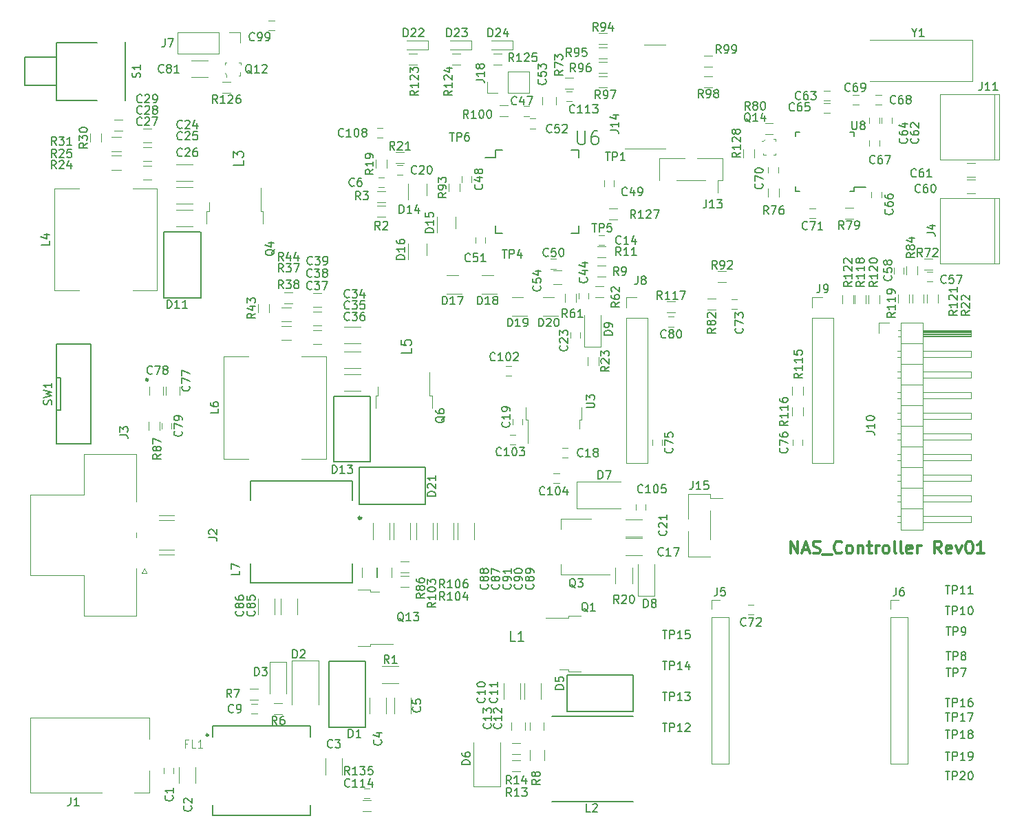
<source format=gbr>
G04 #@! TF.FileFunction,Legend,Top*
%FSLAX46Y46*%
G04 Gerber Fmt 4.6, Leading zero omitted, Abs format (unit mm)*
G04 Created by KiCad (PCBNEW 4.0.7) date 07/05/18 23:16:34*
%MOMM*%
%LPD*%
G01*
G04 APERTURE LIST*
%ADD10C,0.100000*%
%ADD11C,0.300000*%
%ADD12C,0.120000*%
%ADD13C,0.150000*%
%ADD14C,0.127000*%
%ADD15C,0.280000*%
%ADD16C,0.152400*%
%ADD17C,0.120246*%
G04 APERTURE END LIST*
D10*
D11*
X93517165Y-66464591D02*
X93517165Y-64964591D01*
X94374308Y-66464591D01*
X94374308Y-64964591D01*
X95017165Y-66036020D02*
X95731451Y-66036020D01*
X94874308Y-66464591D02*
X95374308Y-64964591D01*
X95874308Y-66464591D01*
X96302879Y-66393163D02*
X96517165Y-66464591D01*
X96874308Y-66464591D01*
X97017165Y-66393163D01*
X97088594Y-66321734D01*
X97160022Y-66178877D01*
X97160022Y-66036020D01*
X97088594Y-65893163D01*
X97017165Y-65821734D01*
X96874308Y-65750306D01*
X96588594Y-65678877D01*
X96445736Y-65607449D01*
X96374308Y-65536020D01*
X96302879Y-65393163D01*
X96302879Y-65250306D01*
X96374308Y-65107449D01*
X96445736Y-65036020D01*
X96588594Y-64964591D01*
X96945736Y-64964591D01*
X97160022Y-65036020D01*
X97445736Y-66607449D02*
X98588593Y-66607449D01*
X99802879Y-66321734D02*
X99731450Y-66393163D01*
X99517164Y-66464591D01*
X99374307Y-66464591D01*
X99160022Y-66393163D01*
X99017164Y-66250306D01*
X98945736Y-66107449D01*
X98874307Y-65821734D01*
X98874307Y-65607449D01*
X98945736Y-65321734D01*
X99017164Y-65178877D01*
X99160022Y-65036020D01*
X99374307Y-64964591D01*
X99517164Y-64964591D01*
X99731450Y-65036020D01*
X99802879Y-65107449D01*
X100660022Y-66464591D02*
X100517164Y-66393163D01*
X100445736Y-66321734D01*
X100374307Y-66178877D01*
X100374307Y-65750306D01*
X100445736Y-65607449D01*
X100517164Y-65536020D01*
X100660022Y-65464591D01*
X100874307Y-65464591D01*
X101017164Y-65536020D01*
X101088593Y-65607449D01*
X101160022Y-65750306D01*
X101160022Y-66178877D01*
X101088593Y-66321734D01*
X101017164Y-66393163D01*
X100874307Y-66464591D01*
X100660022Y-66464591D01*
X101802879Y-65464591D02*
X101802879Y-66464591D01*
X101802879Y-65607449D02*
X101874307Y-65536020D01*
X102017165Y-65464591D01*
X102231450Y-65464591D01*
X102374307Y-65536020D01*
X102445736Y-65678877D01*
X102445736Y-66464591D01*
X102945736Y-65464591D02*
X103517165Y-65464591D01*
X103160022Y-64964591D02*
X103160022Y-66250306D01*
X103231450Y-66393163D01*
X103374308Y-66464591D01*
X103517165Y-66464591D01*
X104017165Y-66464591D02*
X104017165Y-65464591D01*
X104017165Y-65750306D02*
X104088593Y-65607449D01*
X104160022Y-65536020D01*
X104302879Y-65464591D01*
X104445736Y-65464591D01*
X105160022Y-66464591D02*
X105017164Y-66393163D01*
X104945736Y-66321734D01*
X104874307Y-66178877D01*
X104874307Y-65750306D01*
X104945736Y-65607449D01*
X105017164Y-65536020D01*
X105160022Y-65464591D01*
X105374307Y-65464591D01*
X105517164Y-65536020D01*
X105588593Y-65607449D01*
X105660022Y-65750306D01*
X105660022Y-66178877D01*
X105588593Y-66321734D01*
X105517164Y-66393163D01*
X105374307Y-66464591D01*
X105160022Y-66464591D01*
X106517165Y-66464591D02*
X106374307Y-66393163D01*
X106302879Y-66250306D01*
X106302879Y-64964591D01*
X107302879Y-66464591D02*
X107160021Y-66393163D01*
X107088593Y-66250306D01*
X107088593Y-64964591D01*
X108445735Y-66393163D02*
X108302878Y-66464591D01*
X108017164Y-66464591D01*
X107874307Y-66393163D01*
X107802878Y-66250306D01*
X107802878Y-65678877D01*
X107874307Y-65536020D01*
X108017164Y-65464591D01*
X108302878Y-65464591D01*
X108445735Y-65536020D01*
X108517164Y-65678877D01*
X108517164Y-65821734D01*
X107802878Y-65964591D01*
X109160021Y-66464591D02*
X109160021Y-65464591D01*
X109160021Y-65750306D02*
X109231449Y-65607449D01*
X109302878Y-65536020D01*
X109445735Y-65464591D01*
X109588592Y-65464591D01*
X112088592Y-66464591D02*
X111588592Y-65750306D01*
X111231449Y-66464591D02*
X111231449Y-64964591D01*
X111802877Y-64964591D01*
X111945735Y-65036020D01*
X112017163Y-65107449D01*
X112088592Y-65250306D01*
X112088592Y-65464591D01*
X112017163Y-65607449D01*
X111945735Y-65678877D01*
X111802877Y-65750306D01*
X111231449Y-65750306D01*
X113302877Y-66393163D02*
X113160020Y-66464591D01*
X112874306Y-66464591D01*
X112731449Y-66393163D01*
X112660020Y-66250306D01*
X112660020Y-65678877D01*
X112731449Y-65536020D01*
X112874306Y-65464591D01*
X113160020Y-65464591D01*
X113302877Y-65536020D01*
X113374306Y-65678877D01*
X113374306Y-65821734D01*
X112660020Y-65964591D01*
X113874306Y-65464591D02*
X114231449Y-66464591D01*
X114588591Y-65464591D01*
X115445734Y-64964591D02*
X115588591Y-64964591D01*
X115731448Y-65036020D01*
X115802877Y-65107449D01*
X115874306Y-65250306D01*
X115945734Y-65536020D01*
X115945734Y-65893163D01*
X115874306Y-66178877D01*
X115802877Y-66321734D01*
X115731448Y-66393163D01*
X115588591Y-66464591D01*
X115445734Y-66464591D01*
X115302877Y-66393163D01*
X115231448Y-66321734D01*
X115160020Y-66178877D01*
X115088591Y-65893163D01*
X115088591Y-65536020D01*
X115160020Y-65250306D01*
X115231448Y-65107449D01*
X115302877Y-65036020D01*
X115445734Y-64964591D01*
X117374305Y-66464591D02*
X116517162Y-66464591D01*
X116945734Y-66464591D02*
X116945734Y-64964591D01*
X116802877Y-65178877D01*
X116660019Y-65321734D01*
X116517162Y-65393163D01*
D12*
X119200000Y-30750000D02*
X119200000Y-22750000D01*
X111880000Y-30750000D02*
X111880000Y-22750000D01*
X111880000Y-22750000D02*
X119200000Y-22750000D01*
X118580000Y-22750000D02*
X118580000Y-30750000D01*
X119200000Y-30750000D02*
X111880000Y-30750000D01*
X16418020Y-93568020D02*
X16418020Y-92868020D01*
X17618020Y-92868020D02*
X17618020Y-93568020D01*
X20324020Y-94726020D02*
X20324020Y-92726020D01*
X18284020Y-92726020D02*
X18284020Y-94726020D01*
X38358020Y-93686020D02*
X38358020Y-91686020D01*
X36318020Y-91686020D02*
X36318020Y-93686020D01*
X43786000Y-86184000D02*
X43786000Y-84184000D01*
X41746000Y-84184000D02*
X41746000Y-86184000D01*
X46834000Y-86184000D02*
X46834000Y-84184000D01*
X44794000Y-84184000D02*
X44794000Y-86184000D01*
X42797000Y-20211816D02*
X43497000Y-20211816D01*
X43497000Y-21411816D02*
X42797000Y-21411816D01*
X27185132Y-84988642D02*
X27885132Y-84988642D01*
X27885132Y-86188642D02*
X27185132Y-86188642D01*
X60296000Y-84406000D02*
X60296000Y-82406000D01*
X58256000Y-82406000D02*
X58256000Y-84406000D01*
X62836000Y-84406000D02*
X62836000Y-82406000D01*
X60796000Y-82406000D02*
X60796000Y-84406000D01*
X61474000Y-87224000D02*
X61474000Y-88224000D01*
X63174000Y-88224000D02*
X63174000Y-87224000D01*
X59188000Y-87224000D02*
X59188000Y-88224000D01*
X60888000Y-88224000D02*
X60888000Y-87224000D01*
X70626421Y-28493237D02*
X69926421Y-28493237D01*
X69926421Y-27293237D02*
X70626421Y-27293237D01*
X75262000Y-64606000D02*
X73262000Y-64606000D01*
X73262000Y-66646000D02*
X75262000Y-66646000D01*
X45816020Y-19904020D02*
X45116020Y-19904020D01*
X45116020Y-18704020D02*
X45816020Y-18704020D01*
X75262000Y-62320000D02*
X73262000Y-62320000D01*
X73262000Y-64360000D02*
X75262000Y-64360000D01*
X67656020Y-39274020D02*
X67656020Y-39974020D01*
X66456020Y-39974020D02*
X66456020Y-39274020D01*
X17938006Y-20658976D02*
X19938006Y-20658976D01*
X19938006Y-18618976D02*
X17938006Y-18618976D01*
X17938006Y-23452976D02*
X19938006Y-23452976D01*
X19938006Y-21412976D02*
X17938006Y-21412976D01*
X17938006Y-26246976D02*
X19938006Y-26246976D01*
X19938006Y-24206976D02*
X17938006Y-24206976D01*
X14866006Y-18788976D02*
X13866006Y-18788976D01*
X13866006Y-20488976D02*
X14866006Y-20488976D01*
X14866006Y-16502976D02*
X13866006Y-16502976D01*
X13866006Y-18202976D02*
X14866006Y-18202976D01*
X14866006Y-14216976D02*
X13866006Y-14216976D01*
X13866006Y-15916976D02*
X14866006Y-15916976D01*
X38591000Y-40611000D02*
X40591000Y-40611000D01*
X40591000Y-38571000D02*
X38591000Y-38571000D01*
X38591000Y-43659000D02*
X40591000Y-43659000D01*
X40591000Y-41619000D02*
X38591000Y-41619000D01*
X38591000Y-46453000D02*
X40591000Y-46453000D01*
X40591000Y-44413000D02*
X38591000Y-44413000D01*
X35773000Y-38995000D02*
X34773000Y-38995000D01*
X34773000Y-40695000D02*
X35773000Y-40695000D01*
X35773000Y-36709000D02*
X34773000Y-36709000D01*
X34773000Y-38409000D02*
X35773000Y-38409000D01*
X35773000Y-34456020D02*
X34773000Y-34456020D01*
X34773000Y-36156020D02*
X35773000Y-36156020D01*
X67472020Y-35148020D02*
X67472020Y-34448020D01*
X68672020Y-34448020D02*
X68672020Y-35148020D01*
X61404000Y-12632000D02*
X60704000Y-12632000D01*
X60704000Y-11432000D02*
X61404000Y-11432000D01*
X53088000Y-20764000D02*
X53088000Y-20064000D01*
X54288000Y-20064000D02*
X54288000Y-20764000D01*
X70614000Y-21272000D02*
X70614000Y-20572000D01*
X71814000Y-20572000D02*
X71814000Y-21272000D01*
X64006000Y-30228000D02*
X64706000Y-30228000D01*
X64706000Y-31428000D02*
X64006000Y-31428000D01*
X54772020Y-28290020D02*
X54772020Y-27590020D01*
X55972020Y-27590020D02*
X55972020Y-28290020D01*
X61466000Y-12956000D02*
X62166000Y-12956000D01*
X62166000Y-14156000D02*
X61466000Y-14156000D01*
X62998000Y-10262000D02*
X62998000Y-11262000D01*
X64698000Y-11262000D02*
X64698000Y-10262000D01*
X64364000Y-33362020D02*
X65364000Y-33362020D01*
X65364000Y-31662020D02*
X64364000Y-31662020D01*
X105959618Y-12808082D02*
X105959618Y-13508082D01*
X104759618Y-13508082D02*
X104759618Y-12808082D01*
X97631618Y-9510082D02*
X98331618Y-9510082D01*
X98331618Y-10710082D02*
X97631618Y-10710082D01*
X104435618Y-12808082D02*
X104435618Y-13508082D01*
X103235618Y-13508082D02*
X103235618Y-12808082D01*
X97643618Y-11034082D02*
X98343618Y-11034082D01*
X98343618Y-12234082D02*
X97643618Y-12234082D01*
X104689618Y-21952082D02*
X104689618Y-22652082D01*
X103489618Y-22652082D02*
X103489618Y-21952082D01*
X104435618Y-15614082D02*
X104435618Y-16314082D01*
X103235618Y-16314082D02*
X103235618Y-15614082D01*
X104693618Y-11218082D02*
X103993618Y-11218082D01*
X103993618Y-10018082D02*
X104693618Y-10018082D01*
X101199618Y-10018082D02*
X101899618Y-10018082D01*
X101899618Y-11218082D02*
X101199618Y-11218082D01*
X91989618Y-18904082D02*
X91989618Y-19604082D01*
X90789618Y-19604082D02*
X90789618Y-18904082D01*
X96565618Y-25188082D02*
X95865618Y-25188082D01*
X95865618Y-23988082D02*
X96565618Y-23988082D01*
X86976020Y-36414020D02*
X86276020Y-36414020D01*
X86276020Y-35214020D02*
X86976020Y-35214020D01*
X18376020Y-46982020D02*
X18376020Y-45982020D01*
X16676020Y-45982020D02*
X16676020Y-46982020D01*
X16344020Y-46982020D02*
X16344020Y-45982020D01*
X14644020Y-45982020D02*
X14644020Y-46982020D01*
X16123518Y-51129972D02*
X16123518Y-50429972D01*
X17323518Y-50429972D02*
X17323518Y-51129972D01*
X30824000Y-71992000D02*
X30824000Y-73992000D01*
X32864000Y-73992000D02*
X32864000Y-71992000D01*
X30070000Y-73992000D02*
X30070000Y-71992000D01*
X28030000Y-71992000D02*
X28030000Y-73992000D01*
X46707000Y-64721000D02*
X46707000Y-62721000D01*
X44667000Y-62721000D02*
X44667000Y-64721000D01*
X44167000Y-64721000D02*
X44167000Y-62721000D01*
X42127000Y-62721000D02*
X42127000Y-64721000D01*
X54581000Y-64721000D02*
X54581000Y-62721000D01*
X52541000Y-62721000D02*
X52541000Y-64721000D01*
X52041000Y-64721000D02*
X52041000Y-62721000D01*
X50001000Y-62721000D02*
X50001000Y-64721000D01*
X49501000Y-64721000D02*
X49501000Y-62721000D01*
X47461000Y-62721000D02*
X47461000Y-64721000D01*
X35432020Y-79626020D02*
X32132020Y-79626020D01*
X32132020Y-79626020D02*
X32132020Y-85026020D01*
X35432020Y-79626020D02*
X35432020Y-85026020D01*
X31480020Y-79792020D02*
X29480020Y-79792020D01*
X29480020Y-79792020D02*
X29480020Y-83692020D01*
X31480020Y-79792020D02*
X31480020Y-83692020D01*
D13*
X74124000Y-81400000D02*
X66014000Y-81400000D01*
X66014000Y-81410000D02*
X66014000Y-85910000D01*
X74124000Y-85910000D02*
X66014000Y-85910000D01*
X74124000Y-81410000D02*
X74124000Y-85910000D01*
D12*
X54484020Y-95094020D02*
X57784020Y-95094020D01*
X57784020Y-95094020D02*
X57784020Y-89694020D01*
X54484020Y-95094020D02*
X54484020Y-89694020D01*
X67212020Y-57659020D02*
X67212020Y-60959020D01*
X67212020Y-60959020D02*
X72612020Y-60959020D01*
X67212020Y-57659020D02*
X72612020Y-57659020D01*
X74786000Y-71686000D02*
X76786000Y-71686000D01*
X76786000Y-71686000D02*
X76786000Y-67786000D01*
X74786000Y-71686000D02*
X74786000Y-67786000D01*
X68173944Y-41055174D02*
X70173944Y-41055174D01*
X70173944Y-41055174D02*
X70173944Y-37155174D01*
X68173944Y-41055174D02*
X68173944Y-37155174D01*
D13*
X20944006Y-34994976D02*
X20944006Y-26884976D01*
X20934006Y-26884976D02*
X16434006Y-26884976D01*
X16434006Y-34994976D02*
X16434006Y-26884976D01*
X20934006Y-34994976D02*
X16434006Y-34994976D01*
X41851000Y-55201000D02*
X41851000Y-47091000D01*
X41841000Y-47091000D02*
X37341000Y-47091000D01*
X37341000Y-55201000D02*
X37341000Y-47091000D01*
X41841000Y-55201000D02*
X37341000Y-55201000D01*
X48597000Y-55873000D02*
X40487000Y-55873000D01*
X40487000Y-55883000D02*
X40487000Y-60383000D01*
X48597000Y-60383000D02*
X40487000Y-60383000D01*
X48597000Y-55883000D02*
X48597000Y-60383000D01*
D12*
X8750000Y-95881900D02*
X-50000Y-95881900D01*
X-50000Y-95881900D02*
X-50000Y-86681900D01*
X14650000Y-93181900D02*
X14650000Y-95881900D01*
X14650000Y-95881900D02*
X12750000Y-95881900D01*
X-50000Y-86681900D02*
X14650000Y-86681900D01*
X14650000Y-86681900D02*
X14650000Y-89281900D01*
X-50000Y-64178800D02*
X-50000Y-69128800D01*
X-50000Y-69128800D02*
X6550000Y-69128800D01*
X6550000Y-69128800D02*
X6550000Y-74128800D01*
X6550000Y-74128800D02*
X13050000Y-74128800D01*
X13050000Y-74128800D02*
X13050000Y-68278800D01*
X-50000Y-64178800D02*
X-50000Y-59228800D01*
X-50000Y-59228800D02*
X6550000Y-59228800D01*
X6550000Y-59228800D02*
X6550000Y-54228800D01*
X6550000Y-54228800D02*
X13050000Y-54228800D01*
X13050000Y-54228800D02*
X13050000Y-60078800D01*
X15800000Y-66578800D02*
X17700000Y-66578800D01*
X15800000Y-65978800D02*
X17700000Y-65978800D01*
X15800000Y-62378800D02*
X17700000Y-62378800D01*
X15800000Y-61778800D02*
X17700000Y-61778800D01*
X13000000Y-64478800D02*
X13000000Y-63878800D01*
X14000000Y-68278800D02*
X14300000Y-68878800D01*
X14300000Y-68878800D02*
X13700000Y-68878800D01*
X13700000Y-68878800D02*
X14000000Y-68278800D01*
X83778000Y-74270000D02*
X83778000Y-92330000D01*
X83778000Y-92330000D02*
X85898000Y-92330000D01*
X85898000Y-92330000D02*
X85898000Y-74270000D01*
X85898000Y-74270000D02*
X83778000Y-74270000D01*
X83778000Y-73270000D02*
X83778000Y-72210000D01*
X83778000Y-72210000D02*
X84838000Y-72210000D01*
X105778000Y-74270000D02*
X105778000Y-92330000D01*
X105778000Y-92330000D02*
X107898000Y-92330000D01*
X107898000Y-92330000D02*
X107898000Y-74270000D01*
X107898000Y-74270000D02*
X105778000Y-74270000D01*
X105778000Y-73270000D02*
X105778000Y-72210000D01*
X105778000Y-72210000D02*
X106838000Y-72210000D01*
X73284000Y-37500000D02*
X73284000Y-55340000D01*
X73284000Y-55340000D02*
X75944000Y-55340000D01*
X75944000Y-55340000D02*
X75944000Y-37500000D01*
X75944000Y-37500000D02*
X73284000Y-37500000D01*
X73284000Y-36230000D02*
X73284000Y-34900000D01*
X73284000Y-34900000D02*
X74614000Y-34900000D01*
X96144000Y-37500000D02*
X96144000Y-55340000D01*
X96144000Y-55340000D02*
X98804000Y-55340000D01*
X98804000Y-55340000D02*
X98804000Y-37500000D01*
X98804000Y-37500000D02*
X96144000Y-37500000D01*
X96144000Y-36230000D02*
X96144000Y-34900000D01*
X96144000Y-34900000D02*
X97474000Y-34900000D01*
X78139600Y-16651600D02*
X78139600Y-16671600D01*
X78139600Y-16671600D02*
X75479600Y-16671600D01*
X75479600Y-16671600D02*
X75479600Y-16651600D01*
X78139600Y-3871600D02*
X78139600Y-3851600D01*
X78139600Y-3851600D02*
X75479600Y-3851600D01*
X75479600Y-3851600D02*
X75479600Y-3871600D01*
X73174600Y-16651600D02*
X75479600Y-16651600D01*
X61368000Y-9806000D02*
X61368000Y-7146000D01*
X58768000Y-9806000D02*
X61368000Y-9806000D01*
X58768000Y-7146000D02*
X61368000Y-7146000D01*
X58768000Y-9806000D02*
X58768000Y-7146000D01*
X57498000Y-9806000D02*
X56168000Y-9806000D01*
X56168000Y-9806000D02*
X56168000Y-8476000D01*
D13*
X74138800Y-96969400D02*
X64138800Y-96969400D01*
X74138800Y-86469400D02*
X64138800Y-86469400D01*
D12*
X12578406Y-21525376D02*
X15578406Y-21525376D01*
X15578406Y-21525376D02*
X15578406Y-34125376D01*
X15578406Y-34125376D02*
X12578406Y-34125376D01*
X5978406Y-34125376D02*
X2978406Y-34125376D01*
X2978406Y-34125376D02*
X2978406Y-21525376D01*
X2978406Y-21525376D02*
X5978406Y-21525376D01*
X33383800Y-42214000D02*
X36383800Y-42214000D01*
X36383800Y-42214000D02*
X36383800Y-54814000D01*
X36383800Y-54814000D02*
X33383800Y-54814000D01*
X26783800Y-54814000D02*
X23783800Y-54814000D01*
X23783800Y-54814000D02*
X23783800Y-42214000D01*
X23783800Y-42214000D02*
X26783800Y-42214000D01*
D14*
X39585000Y-67725000D02*
X39585000Y-70065000D01*
X39585000Y-70065000D02*
X27085000Y-70065000D01*
X27085000Y-59905000D02*
X27085000Y-57565000D01*
X27085000Y-70065000D02*
X27085000Y-67725000D01*
X39585000Y-57565000D02*
X39585000Y-59905000D01*
X27085000Y-57565000D02*
X39585000Y-57565000D01*
D11*
X40685000Y-62100000D02*
G75*
G03X40685000Y-62100000I-150000J0D01*
G01*
D12*
X67704000Y-74114000D02*
X66204000Y-74114000D01*
X66204000Y-74114000D02*
X66204000Y-74384000D01*
X66204000Y-74384000D02*
X63374000Y-74384000D01*
X67704000Y-81014000D02*
X66204000Y-81014000D01*
X66204000Y-81014000D02*
X66204000Y-80744000D01*
X66204000Y-80744000D02*
X65104000Y-80744000D01*
X65240000Y-62216000D02*
X65240000Y-63476000D01*
X65240000Y-69036000D02*
X65240000Y-67776000D01*
X69000000Y-62216000D02*
X65240000Y-62216000D01*
X71250000Y-69036000D02*
X65240000Y-69036000D01*
X28590020Y-25836020D02*
X28590020Y-24336020D01*
X28590020Y-24336020D02*
X28320020Y-24336020D01*
X28320020Y-24336020D02*
X28320020Y-21506020D01*
X21690020Y-25836020D02*
X21690020Y-24336020D01*
X21690020Y-24336020D02*
X21960020Y-24336020D01*
X21960020Y-24336020D02*
X21960020Y-23236020D01*
X49391000Y-48527000D02*
X49391000Y-47027000D01*
X49391000Y-47027000D02*
X49121000Y-47027000D01*
X49121000Y-47027000D02*
X49121000Y-44197000D01*
X42491000Y-48527000D02*
X42491000Y-47027000D01*
X42491000Y-47027000D02*
X42761000Y-47027000D01*
X42761000Y-47027000D02*
X42761000Y-45927000D01*
D10*
X23917020Y-6083020D02*
X24117020Y-6083020D01*
X25667020Y-6083020D02*
X25867020Y-6083020D01*
X25667020Y-7633020D02*
X25842020Y-7633020D01*
X25842020Y-7633020D02*
X25842020Y-7283020D01*
X23917020Y-7358020D02*
X24117020Y-7583020D01*
X24117020Y-7583020D02*
X24117020Y-7808020D01*
X23917020Y-6083020D02*
X23917020Y-6333020D01*
X25867020Y-6083020D02*
X25867020Y-6333020D01*
D12*
X40307000Y-77839000D02*
X41807000Y-77839000D01*
X41807000Y-77839000D02*
X41807000Y-77569000D01*
X41807000Y-77569000D02*
X44637000Y-77569000D01*
X40307000Y-70939000D02*
X41807000Y-70939000D01*
X41807000Y-70939000D02*
X41807000Y-71209000D01*
X41807000Y-71209000D02*
X42907000Y-71209000D01*
X45290000Y-82444000D02*
X43290000Y-82444000D01*
X43290000Y-80304000D02*
X45290000Y-80304000D01*
X43680020Y-25064020D02*
X42680020Y-25064020D01*
X42680020Y-23704020D02*
X43680020Y-23704020D01*
X42647000Y-21909816D02*
X43647000Y-21909816D01*
X43647000Y-23269816D02*
X42647000Y-23269816D01*
X29992020Y-84918020D02*
X30992020Y-84918020D01*
X30992020Y-86278020D02*
X29992020Y-86278020D01*
X27035132Y-83130642D02*
X28035132Y-83130642D01*
X28035132Y-84490642D02*
X27035132Y-84490642D01*
X63204000Y-90680000D02*
X63204000Y-91880000D01*
X61444000Y-91880000D02*
X61444000Y-90680000D01*
X69777447Y-31070020D02*
X70777447Y-31070020D01*
X70777447Y-32430020D02*
X69777447Y-32430020D01*
X70776421Y-30017020D02*
X69776421Y-30017020D01*
X69776421Y-28657020D02*
X70776421Y-28657020D01*
X59284000Y-91903020D02*
X60284000Y-91903020D01*
X60284000Y-93263020D02*
X59284000Y-93263020D01*
X59284000Y-89838000D02*
X60284000Y-89838000D01*
X60284000Y-91198000D02*
X59284000Y-91198000D01*
X43860020Y-18042020D02*
X43860020Y-19042020D01*
X42500020Y-19042020D02*
X42500020Y-18042020D01*
X71922000Y-70182000D02*
X71922000Y-68182000D01*
X74062000Y-68182000D02*
X74062000Y-70182000D01*
X45954020Y-18460020D02*
X44954020Y-18460020D01*
X44954020Y-17100020D02*
X45954020Y-17100020D01*
X111655642Y-34639988D02*
X111655642Y-35639988D01*
X110295642Y-35639988D02*
X110295642Y-34639988D01*
X69912344Y-42310774D02*
X69912344Y-43310774D01*
X68552344Y-43310774D02*
X68552344Y-42310774D01*
X11156006Y-19248976D02*
X9956006Y-19248976D01*
X9956006Y-17488976D02*
X11156006Y-17488976D01*
X11156006Y-16962976D02*
X9956006Y-16962976D01*
X9956006Y-15202976D02*
X11156006Y-15202976D01*
X8696006Y-14820976D02*
X8696006Y-15820976D01*
X7336006Y-15820976D02*
X7336006Y-14820976D01*
X10310006Y-13116976D02*
X11310006Y-13116976D01*
X11310006Y-14476976D02*
X10310006Y-14476976D01*
X32063000Y-37931000D02*
X30863000Y-37931000D01*
X30863000Y-36171000D02*
X32063000Y-36171000D01*
X32063000Y-40217000D02*
X30863000Y-40217000D01*
X30863000Y-38457000D02*
X32063000Y-38457000D01*
X29349000Y-35789000D02*
X29349000Y-36789000D01*
X27989000Y-36789000D02*
X27989000Y-35789000D01*
X31217000Y-34339000D02*
X32217000Y-34339000D01*
X32217000Y-35699000D02*
X31217000Y-35699000D01*
X65741020Y-35552020D02*
X65741020Y-34552020D01*
X67101020Y-34552020D02*
X67101020Y-35552020D01*
X70477020Y-34970020D02*
X69477020Y-34970020D01*
X69477020Y-33610020D02*
X70477020Y-33610020D01*
X109990020Y-30181020D02*
X110990020Y-30181020D01*
X110990020Y-31541020D02*
X109990020Y-31541020D01*
X90709618Y-22548082D02*
X90709618Y-21548082D01*
X92069618Y-21548082D02*
X92069618Y-22548082D01*
X100211020Y-23958020D02*
X101211020Y-23958020D01*
X101211020Y-25318020D02*
X100211020Y-25318020D01*
X91381618Y-14854082D02*
X90381618Y-14854082D01*
X90381618Y-13494082D02*
X91381618Y-13494082D01*
X84320020Y-36494020D02*
X83320020Y-36494020D01*
X83320020Y-35134020D02*
X84320020Y-35134020D01*
X107741758Y-32105364D02*
X107741758Y-31105364D01*
X109101758Y-31105364D02*
X109101758Y-32105364D01*
X14519518Y-51279972D02*
X14519518Y-50279972D01*
X15879518Y-50279972D02*
X15879518Y-51279972D01*
X84590020Y-31705020D02*
X85590020Y-31705020D01*
X85590020Y-33065020D02*
X84590020Y-33065020D01*
X52844000Y-20930000D02*
X52844000Y-21930000D01*
X51484000Y-21930000D02*
X51484000Y-20930000D01*
X70952000Y-3822000D02*
X69952000Y-3822000D01*
X69952000Y-2462000D02*
X70952000Y-2462000D01*
X70952000Y-5600000D02*
X69952000Y-5600000D01*
X69952000Y-4240000D02*
X70952000Y-4240000D01*
X70952000Y-7378000D02*
X69952000Y-7378000D01*
X69952000Y-6018000D02*
X70952000Y-6018000D01*
X70952000Y-9156000D02*
X69952000Y-9156000D01*
X69952000Y-7796000D02*
X70952000Y-7796000D01*
X82906000Y-7796000D02*
X83906000Y-7796000D01*
X83906000Y-9156000D02*
X82906000Y-9156000D01*
X82906000Y-5256000D02*
X83906000Y-5256000D01*
X83906000Y-6616000D02*
X82906000Y-6616000D01*
X58760000Y-12712000D02*
X57760000Y-12712000D01*
X57760000Y-11352000D02*
X58760000Y-11352000D01*
X44408000Y-68234020D02*
X44408000Y-69434020D01*
X42648000Y-69434020D02*
X42648000Y-68234020D01*
X46568000Y-70624000D02*
X45568000Y-70624000D01*
X45568000Y-69264000D02*
X46568000Y-69264000D01*
X46568000Y-68846000D02*
X45568000Y-68846000D01*
X45568000Y-67486000D02*
X46568000Y-67486000D01*
X60907347Y-48516195D02*
X60907347Y-50016195D01*
X60907347Y-50016195D02*
X61177347Y-50016195D01*
X61177347Y-50016195D02*
X61177347Y-52846195D01*
X67807347Y-48516195D02*
X67807347Y-50016195D01*
X67807347Y-50016195D02*
X67537347Y-50016195D01*
X67537347Y-50016195D02*
X67537347Y-51116195D01*
D13*
X36696000Y-79734000D02*
X36696000Y-87844000D01*
X36706000Y-87844000D02*
X41206000Y-87844000D01*
X41206000Y-79734000D02*
X41206000Y-87844000D01*
X36706000Y-79734000D02*
X41206000Y-79734000D01*
D12*
X46432000Y-20984000D02*
X46432000Y-22884000D01*
X48752000Y-22384000D02*
X48752000Y-20984000D01*
X49988000Y-25048000D02*
X49988000Y-26948000D01*
X52308000Y-26448000D02*
X52308000Y-25048000D01*
X46432000Y-28350000D02*
X46432000Y-30250000D01*
X48752000Y-29750000D02*
X48752000Y-28350000D01*
X51210000Y-34528000D02*
X53110000Y-34528000D01*
X52610000Y-32208000D02*
X51210000Y-32208000D01*
X55528000Y-34528000D02*
X57428000Y-34528000D01*
X56928000Y-32208000D02*
X55528000Y-32208000D01*
X59244020Y-37228020D02*
X61144020Y-37228020D01*
X60644020Y-34908020D02*
X59244020Y-34908020D01*
X63054020Y-37228020D02*
X64954020Y-37228020D01*
X64454020Y-34908020D02*
X63054020Y-34908020D01*
X85150020Y-17847020D02*
X85150020Y-20507020D01*
X77410020Y-17847020D02*
X77410020Y-20507020D01*
X83060020Y-20507020D02*
X79500020Y-20507020D01*
X85150020Y-17847020D02*
X82040020Y-17847020D01*
X84580020Y-20507020D02*
X84580020Y-22027020D01*
X85150020Y-20507020D02*
X84580020Y-20507020D01*
X77980020Y-17847020D02*
X77410020Y-17847020D01*
X80520020Y-17847020D02*
X77410020Y-17847020D01*
X80962020Y-59122020D02*
X83622020Y-59122020D01*
X80962020Y-66862020D02*
X83622020Y-66862020D01*
X83622020Y-61212020D02*
X83622020Y-64772020D01*
X80962020Y-59122020D02*
X80962020Y-62232020D01*
X83622020Y-59692020D02*
X85142020Y-59692020D01*
X83622020Y-59122020D02*
X83622020Y-59692020D01*
X80962020Y-66292020D02*
X80962020Y-66862020D01*
X80962020Y-63752020D02*
X80962020Y-66862020D01*
D14*
X22448020Y-89018020D02*
X22448020Y-87718020D01*
X22448020Y-87718020D02*
X34448020Y-87718020D01*
X34448020Y-87718020D02*
X34448020Y-89018020D01*
X34448020Y-97418020D02*
X34448020Y-98718020D01*
X34448020Y-98718020D02*
X22448020Y-98718020D01*
X22448020Y-98718020D02*
X22448020Y-97418020D01*
D15*
X21888020Y-88818020D02*
G75*
G03X21888020Y-88818020I-140000J0D01*
G01*
D12*
X110267020Y-31785020D02*
X110967020Y-31785020D01*
X110967020Y-32985020D02*
X110267020Y-32985020D01*
X106211330Y-32037344D02*
X106211330Y-31337344D01*
X107411330Y-31337344D02*
X107411330Y-32037344D01*
X116197020Y-20486020D02*
X115197020Y-20486020D01*
X115197020Y-22186020D02*
X116197020Y-22186020D01*
X116197020Y-18454020D02*
X115197020Y-18454020D01*
X115197020Y-20154020D02*
X116197020Y-20154020D01*
X79184000Y-38540000D02*
X78484000Y-38540000D01*
X78484000Y-37340000D02*
X79184000Y-37340000D01*
X48884000Y-4454000D02*
X48884000Y-3354000D01*
X48884000Y-3354000D02*
X46284000Y-3354000D01*
X48884000Y-4454000D02*
X46284000Y-4454000D01*
X54218000Y-4454000D02*
X54218000Y-3354000D01*
X54218000Y-3354000D02*
X51618000Y-3354000D01*
X54218000Y-4454000D02*
X51618000Y-4454000D01*
X59298000Y-4454000D02*
X59298000Y-3354000D01*
X59298000Y-3354000D02*
X56698000Y-3354000D01*
X59298000Y-4454000D02*
X56698000Y-4454000D01*
X18068000Y-2320000D02*
X18068000Y-4980000D01*
X23208000Y-2320000D02*
X18068000Y-2320000D01*
X23208000Y-4980000D02*
X18068000Y-4980000D01*
X23208000Y-2320000D02*
X23208000Y-4980000D01*
X24478000Y-2320000D02*
X25808000Y-2320000D01*
X25808000Y-2320000D02*
X25808000Y-3650000D01*
X107104000Y-38040000D02*
X107104000Y-63560000D01*
X107104000Y-63560000D02*
X109764000Y-63560000D01*
X109764000Y-63560000D02*
X109764000Y-38040000D01*
X109764000Y-38040000D02*
X107104000Y-38040000D01*
X109764000Y-38990000D02*
X115764000Y-38990000D01*
X115764000Y-38990000D02*
X115764000Y-39750000D01*
X115764000Y-39750000D02*
X109764000Y-39750000D01*
X109764000Y-39050000D02*
X115764000Y-39050000D01*
X109764000Y-39170000D02*
X115764000Y-39170000D01*
X109764000Y-39290000D02*
X115764000Y-39290000D01*
X109764000Y-39410000D02*
X115764000Y-39410000D01*
X109764000Y-39530000D02*
X115764000Y-39530000D01*
X109764000Y-39650000D02*
X115764000Y-39650000D01*
X106774000Y-38990000D02*
X107104000Y-38990000D01*
X106774000Y-39750000D02*
X107104000Y-39750000D01*
X107104000Y-40640000D02*
X109764000Y-40640000D01*
X109764000Y-41530000D02*
X115764000Y-41530000D01*
X115764000Y-41530000D02*
X115764000Y-42290000D01*
X115764000Y-42290000D02*
X109764000Y-42290000D01*
X106706929Y-41530000D02*
X107104000Y-41530000D01*
X106706929Y-42290000D02*
X107104000Y-42290000D01*
X107104000Y-43180000D02*
X109764000Y-43180000D01*
X109764000Y-44070000D02*
X115764000Y-44070000D01*
X115764000Y-44070000D02*
X115764000Y-44830000D01*
X115764000Y-44830000D02*
X109764000Y-44830000D01*
X106706929Y-44070000D02*
X107104000Y-44070000D01*
X106706929Y-44830000D02*
X107104000Y-44830000D01*
X107104000Y-45720000D02*
X109764000Y-45720000D01*
X109764000Y-46610000D02*
X115764000Y-46610000D01*
X115764000Y-46610000D02*
X115764000Y-47370000D01*
X115764000Y-47370000D02*
X109764000Y-47370000D01*
X106706929Y-46610000D02*
X107104000Y-46610000D01*
X106706929Y-47370000D02*
X107104000Y-47370000D01*
X107104000Y-48260000D02*
X109764000Y-48260000D01*
X109764000Y-49150000D02*
X115764000Y-49150000D01*
X115764000Y-49150000D02*
X115764000Y-49910000D01*
X115764000Y-49910000D02*
X109764000Y-49910000D01*
X106706929Y-49150000D02*
X107104000Y-49150000D01*
X106706929Y-49910000D02*
X107104000Y-49910000D01*
X107104000Y-50800000D02*
X109764000Y-50800000D01*
X109764000Y-51690000D02*
X115764000Y-51690000D01*
X115764000Y-51690000D02*
X115764000Y-52450000D01*
X115764000Y-52450000D02*
X109764000Y-52450000D01*
X106706929Y-51690000D02*
X107104000Y-51690000D01*
X106706929Y-52450000D02*
X107104000Y-52450000D01*
X107104000Y-53340000D02*
X109764000Y-53340000D01*
X109764000Y-54230000D02*
X115764000Y-54230000D01*
X115764000Y-54230000D02*
X115764000Y-54990000D01*
X115764000Y-54990000D02*
X109764000Y-54990000D01*
X106706929Y-54230000D02*
X107104000Y-54230000D01*
X106706929Y-54990000D02*
X107104000Y-54990000D01*
X107104000Y-55880000D02*
X109764000Y-55880000D01*
X109764000Y-56770000D02*
X115764000Y-56770000D01*
X115764000Y-56770000D02*
X115764000Y-57530000D01*
X115764000Y-57530000D02*
X109764000Y-57530000D01*
X106706929Y-56770000D02*
X107104000Y-56770000D01*
X106706929Y-57530000D02*
X107104000Y-57530000D01*
X107104000Y-58420000D02*
X109764000Y-58420000D01*
X109764000Y-59310000D02*
X115764000Y-59310000D01*
X115764000Y-59310000D02*
X115764000Y-60070000D01*
X115764000Y-60070000D02*
X109764000Y-60070000D01*
X106706929Y-59310000D02*
X107104000Y-59310000D01*
X106706929Y-60070000D02*
X107104000Y-60070000D01*
X107104000Y-60960000D02*
X109764000Y-60960000D01*
X109764000Y-61850000D02*
X115764000Y-61850000D01*
X115764000Y-61850000D02*
X115764000Y-62610000D01*
X115764000Y-62610000D02*
X109764000Y-62610000D01*
X106706929Y-61850000D02*
X107104000Y-61850000D01*
X106706929Y-62610000D02*
X107104000Y-62610000D01*
X104394000Y-39370000D02*
X104394000Y-38100000D01*
X104394000Y-38100000D02*
X105664000Y-38100000D01*
X95041020Y-45982020D02*
X95041020Y-46982020D01*
X93681020Y-46982020D02*
X93681020Y-45982020D01*
X93681020Y-49522020D02*
X93681020Y-48522020D01*
X95041020Y-48522020D02*
X95041020Y-49522020D01*
X79334000Y-36842000D02*
X78334000Y-36842000D01*
X78334000Y-35482000D02*
X79334000Y-35482000D01*
X102795225Y-34660767D02*
X102795225Y-35660767D01*
X101435225Y-35660767D02*
X101435225Y-34660767D01*
X108099642Y-34639988D02*
X108099642Y-35639988D01*
X106739642Y-35639988D02*
X106739642Y-34639988D01*
X104446225Y-34660767D02*
X104446225Y-35660767D01*
X103086225Y-35660767D02*
X103086225Y-34660767D01*
X108517642Y-35639988D02*
X108517642Y-34639988D01*
X109877642Y-34639988D02*
X109877642Y-35639988D01*
X99911225Y-35660767D02*
X99911225Y-34660767D01*
X101271225Y-34660767D02*
X101271225Y-35660767D01*
X46584000Y-5002000D02*
X47584000Y-5002000D01*
X47584000Y-6362000D02*
X46584000Y-6362000D01*
X51918000Y-5002000D02*
X52918000Y-5002000D01*
X52918000Y-6362000D02*
X51918000Y-6362000D01*
X56998000Y-5002000D02*
X57998000Y-5002000D01*
X57998000Y-6362000D02*
X56998000Y-6362000D01*
D14*
X11685000Y-3563800D02*
X11685000Y-10723800D01*
X3180000Y-10698800D02*
X3180000Y-8898800D01*
X3180000Y-8898800D02*
X3180000Y-5388800D01*
X3180000Y-5388800D02*
X3180000Y-3588800D01*
X3180000Y-5388800D02*
X-675000Y-5388800D01*
X-675000Y-5388800D02*
X-675000Y-8898800D01*
X-675000Y-8898800D02*
X3180000Y-8898800D01*
X8175000Y-10698800D02*
X3180000Y-10698800D01*
X3180000Y-3588800D02*
X8160000Y-3588800D01*
D13*
X3175000Y-44832600D02*
X3675000Y-44832600D01*
X3675000Y-44832600D02*
X3675000Y-48832600D01*
X3675000Y-48832600D02*
X3175000Y-48832600D01*
X7475000Y-40732600D02*
X7475000Y-52932600D01*
X7475000Y-52932600D02*
X3175000Y-52932600D01*
X3175000Y-52932600D02*
X3175000Y-40732600D01*
X3175000Y-40732600D02*
X7475000Y-40732600D01*
D12*
X23630020Y-8464020D02*
X24630020Y-8464020D01*
X24630020Y-9824020D02*
X23630020Y-9824020D01*
X72222000Y-25412000D02*
X71222000Y-25412000D01*
X71222000Y-24052000D02*
X72222000Y-24052000D01*
X87661618Y-17722082D02*
X87661618Y-16722082D01*
X89021618Y-16722082D02*
X89021618Y-17722082D01*
X65436020Y-53502020D02*
X66136020Y-53502020D01*
X66136020Y-54702020D02*
X65436020Y-54702020D01*
X59344020Y-50642020D02*
X59344020Y-49942020D01*
X60544020Y-49942020D02*
X60544020Y-50642020D01*
X88996020Y-74006020D02*
X88296020Y-74006020D01*
X88296020Y-72806020D02*
X88996020Y-72806020D01*
X76489020Y-53182000D02*
X76489020Y-52482000D01*
X77689020Y-52482000D02*
X77689020Y-53182000D01*
X93761020Y-53182020D02*
X93761020Y-52482020D01*
X94961020Y-52482020D02*
X94961020Y-53182020D01*
X21828020Y-5838020D02*
X19828020Y-5838020D01*
X19828020Y-7878020D02*
X21828020Y-7878020D01*
X119200000Y-18000000D02*
X119200000Y-10000000D01*
X111880000Y-18000000D02*
X111880000Y-10000000D01*
X111880000Y-10000000D02*
X119200000Y-10000000D01*
X118580000Y-10000000D02*
X118580000Y-18000000D01*
X119200000Y-18000000D02*
X111880000Y-18000000D01*
X42536020Y-68234020D02*
X42536020Y-69434020D01*
X40776020Y-69434020D02*
X40776020Y-68234020D01*
D11*
X14432020Y-45079020D02*
G75*
G03X14432020Y-45079020I-100000J0D01*
G01*
D13*
X101364618Y-21863082D02*
X101364618Y-21413082D01*
X94114618Y-21863082D02*
X94114618Y-21338082D01*
X94114618Y-14613082D02*
X94114618Y-15138082D01*
X101364618Y-14613082D02*
X101364618Y-15138082D01*
X101364618Y-21863082D02*
X100839618Y-21863082D01*
X101364618Y-14613082D02*
X100839618Y-14613082D01*
X94114618Y-14613082D02*
X94639618Y-14613082D01*
X94114618Y-21863082D02*
X94639618Y-21863082D01*
X101364618Y-21413082D02*
X102739618Y-21413082D01*
D10*
X91693618Y-15493082D02*
X91693618Y-15693082D01*
X91693618Y-17243082D02*
X91693618Y-17443082D01*
X90143618Y-17243082D02*
X90143618Y-17418082D01*
X90143618Y-17418082D02*
X90493618Y-17418082D01*
X90418618Y-15493082D02*
X90193618Y-15693082D01*
X90193618Y-15693082D02*
X89968618Y-15693082D01*
X91693618Y-15493082D02*
X91443618Y-15493082D01*
X91693618Y-17443082D02*
X91443618Y-17443082D01*
D12*
X30004520Y-2060520D02*
X29304520Y-2060520D01*
X29304520Y-860520D02*
X30004520Y-860520D01*
X59202520Y-44605520D02*
X58502520Y-44605520D01*
X58502520Y-43405520D02*
X59202520Y-43405520D01*
X59671020Y-53051020D02*
X58971020Y-53051020D01*
X58971020Y-51851020D02*
X59671020Y-51851020D01*
X65068520Y-57813520D02*
X64368520Y-57813520D01*
X64368520Y-56613520D02*
X65068520Y-56613520D01*
X75720520Y-60419520D02*
X75720520Y-61119520D01*
X74520520Y-61119520D02*
X74520520Y-60419520D01*
X43351520Y-15332020D02*
X42651520Y-15332020D01*
X42651520Y-14132020D02*
X43351520Y-14132020D01*
X65956020Y-9623520D02*
X66656020Y-9623520D01*
X66656020Y-10823520D02*
X65956020Y-10823520D01*
X66794020Y-9316020D02*
X65794020Y-9316020D01*
X65794020Y-7956020D02*
X66794020Y-7956020D01*
D13*
X57224000Y-17738000D02*
X55924000Y-17738000D01*
D16*
X58107600Y-16832600D02*
X57218600Y-16832600D01*
X57218600Y-27043400D02*
X58107600Y-27043400D01*
X67429400Y-27043400D02*
X67429400Y-26154400D01*
X67429400Y-16832600D02*
X66540400Y-16832600D01*
X57218600Y-16832600D02*
X57218600Y-17721600D01*
X57218600Y-26154400D02*
X57218600Y-27043400D01*
X66540400Y-27043400D02*
X67429400Y-27043400D01*
X67429400Y-17721600D02*
X67429400Y-16832600D01*
D12*
X103320020Y-8342082D02*
X115920020Y-8342082D01*
X115920020Y-8342082D02*
X115920020Y-3242082D01*
X115920020Y-3242082D02*
X103320020Y-3242082D01*
X41052020Y-95412020D02*
X41752020Y-95412020D01*
X41752020Y-96612020D02*
X41052020Y-96612020D01*
X40902020Y-96856020D02*
X41902020Y-96856020D01*
X41902020Y-98216020D02*
X40902020Y-98216020D01*
D13*
X110323401Y-27003353D02*
X111037687Y-27003353D01*
X111180544Y-27050973D01*
X111275782Y-27146211D01*
X111323401Y-27289068D01*
X111323401Y-27384306D01*
X110656734Y-26098591D02*
X111323401Y-26098591D01*
X110275782Y-26336687D02*
X110990068Y-26574782D01*
X110990068Y-25955734D01*
X17469163Y-96272686D02*
X17516782Y-96320305D01*
X17564401Y-96463162D01*
X17564401Y-96558400D01*
X17516782Y-96701258D01*
X17421544Y-96796496D01*
X17326306Y-96844115D01*
X17135830Y-96891734D01*
X16992972Y-96891734D01*
X16802496Y-96844115D01*
X16707258Y-96796496D01*
X16612020Y-96701258D01*
X16564401Y-96558400D01*
X16564401Y-96463162D01*
X16612020Y-96320305D01*
X16659639Y-96272686D01*
X17564401Y-95320305D02*
X17564401Y-95891734D01*
X17564401Y-95606020D02*
X16564401Y-95606020D01*
X16707258Y-95701258D01*
X16802496Y-95796496D01*
X16850115Y-95891734D01*
X19755163Y-97542686D02*
X19802782Y-97590305D01*
X19850401Y-97733162D01*
X19850401Y-97828400D01*
X19802782Y-97971258D01*
X19707544Y-98066496D01*
X19612306Y-98114115D01*
X19421830Y-98161734D01*
X19278972Y-98161734D01*
X19088496Y-98114115D01*
X18993258Y-98066496D01*
X18898020Y-97971258D01*
X18850401Y-97828400D01*
X18850401Y-97733162D01*
X18898020Y-97590305D01*
X18945639Y-97542686D01*
X18945639Y-97161734D02*
X18898020Y-97114115D01*
X18850401Y-97018877D01*
X18850401Y-96780781D01*
X18898020Y-96685543D01*
X18945639Y-96637924D01*
X19040877Y-96590305D01*
X19136115Y-96590305D01*
X19278972Y-96637924D01*
X19850401Y-97209353D01*
X19850401Y-96590305D01*
X37171354Y-90273163D02*
X37123735Y-90320782D01*
X36980878Y-90368401D01*
X36885640Y-90368401D01*
X36742782Y-90320782D01*
X36647544Y-90225544D01*
X36599925Y-90130306D01*
X36552306Y-89939830D01*
X36552306Y-89796972D01*
X36599925Y-89606496D01*
X36647544Y-89511258D01*
X36742782Y-89416020D01*
X36885640Y-89368401D01*
X36980878Y-89368401D01*
X37123735Y-89416020D01*
X37171354Y-89463639D01*
X37504687Y-89368401D02*
X38123735Y-89368401D01*
X37790401Y-89749353D01*
X37933259Y-89749353D01*
X38028497Y-89796972D01*
X38076116Y-89844591D01*
X38123735Y-89939830D01*
X38123735Y-90177925D01*
X38076116Y-90273163D01*
X38028497Y-90320782D01*
X37933259Y-90368401D01*
X37647544Y-90368401D01*
X37552306Y-90320782D01*
X37504687Y-90273163D01*
X43123143Y-89414666D02*
X43170762Y-89462285D01*
X43218381Y-89605142D01*
X43218381Y-89700380D01*
X43170762Y-89843238D01*
X43075524Y-89938476D01*
X42980286Y-89986095D01*
X42789810Y-90033714D01*
X42646952Y-90033714D01*
X42456476Y-89986095D01*
X42361238Y-89938476D01*
X42266000Y-89843238D01*
X42218381Y-89700380D01*
X42218381Y-89605142D01*
X42266000Y-89462285D01*
X42313619Y-89414666D01*
X42551714Y-88557523D02*
X43218381Y-88557523D01*
X42170762Y-88795619D02*
X42885048Y-89033714D01*
X42885048Y-88414666D01*
X47921143Y-85350666D02*
X47968762Y-85398285D01*
X48016381Y-85541142D01*
X48016381Y-85636380D01*
X47968762Y-85779238D01*
X47873524Y-85874476D01*
X47778286Y-85922095D01*
X47587810Y-85969714D01*
X47444952Y-85969714D01*
X47254476Y-85922095D01*
X47159238Y-85874476D01*
X47064000Y-85779238D01*
X47016381Y-85636380D01*
X47016381Y-85541142D01*
X47064000Y-85398285D01*
X47111619Y-85350666D01*
X47016381Y-84445904D02*
X47016381Y-84922095D01*
X47492571Y-84969714D01*
X47444952Y-84922095D01*
X47397333Y-84826857D01*
X47397333Y-84588761D01*
X47444952Y-84493523D01*
X47492571Y-84445904D01*
X47587810Y-84398285D01*
X47825905Y-84398285D01*
X47921143Y-84445904D01*
X47968762Y-84493523D01*
X48016381Y-84588761D01*
X48016381Y-84826857D01*
X47968762Y-84922095D01*
X47921143Y-84969714D01*
X39838354Y-21185163D02*
X39790735Y-21232782D01*
X39647878Y-21280401D01*
X39552640Y-21280401D01*
X39409782Y-21232782D01*
X39314544Y-21137544D01*
X39266925Y-21042306D01*
X39219306Y-20851830D01*
X39219306Y-20708972D01*
X39266925Y-20518496D01*
X39314544Y-20423258D01*
X39409782Y-20328020D01*
X39552640Y-20280401D01*
X39647878Y-20280401D01*
X39790735Y-20328020D01*
X39838354Y-20375639D01*
X40695497Y-20280401D02*
X40505020Y-20280401D01*
X40409782Y-20328020D01*
X40362163Y-20375639D01*
X40266925Y-20518496D01*
X40219306Y-20708972D01*
X40219306Y-21089925D01*
X40266925Y-21185163D01*
X40314544Y-21232782D01*
X40409782Y-21280401D01*
X40600259Y-21280401D01*
X40695497Y-21232782D01*
X40743116Y-21185163D01*
X40790735Y-21089925D01*
X40790735Y-20851830D01*
X40743116Y-20756591D01*
X40695497Y-20708972D01*
X40600259Y-20661353D01*
X40409782Y-20661353D01*
X40314544Y-20708972D01*
X40266925Y-20756591D01*
X40219306Y-20851830D01*
X24979354Y-85955163D02*
X24931735Y-86002782D01*
X24788878Y-86050401D01*
X24693640Y-86050401D01*
X24550782Y-86002782D01*
X24455544Y-85907544D01*
X24407925Y-85812306D01*
X24360306Y-85621830D01*
X24360306Y-85478972D01*
X24407925Y-85288496D01*
X24455544Y-85193258D01*
X24550782Y-85098020D01*
X24693640Y-85050401D01*
X24788878Y-85050401D01*
X24931735Y-85098020D01*
X24979354Y-85145639D01*
X25455544Y-86050401D02*
X25646020Y-86050401D01*
X25741259Y-86002782D01*
X25788878Y-85955163D01*
X25884116Y-85812306D01*
X25931735Y-85621830D01*
X25931735Y-85240877D01*
X25884116Y-85145639D01*
X25836497Y-85098020D01*
X25741259Y-85050401D01*
X25550782Y-85050401D01*
X25455544Y-85098020D01*
X25407925Y-85145639D01*
X25360306Y-85240877D01*
X25360306Y-85478972D01*
X25407925Y-85574210D01*
X25455544Y-85621830D01*
X25550782Y-85669449D01*
X25741259Y-85669449D01*
X25836497Y-85621830D01*
X25884116Y-85574210D01*
X25931735Y-85478972D01*
X55856163Y-84208877D02*
X55903782Y-84256496D01*
X55951401Y-84399353D01*
X55951401Y-84494591D01*
X55903782Y-84637449D01*
X55808544Y-84732687D01*
X55713306Y-84780306D01*
X55522830Y-84827925D01*
X55379972Y-84827925D01*
X55189496Y-84780306D01*
X55094258Y-84732687D01*
X54999020Y-84637449D01*
X54951401Y-84494591D01*
X54951401Y-84399353D01*
X54999020Y-84256496D01*
X55046639Y-84208877D01*
X55951401Y-83256496D02*
X55951401Y-83827925D01*
X55951401Y-83542211D02*
X54951401Y-83542211D01*
X55094258Y-83637449D01*
X55189496Y-83732687D01*
X55237115Y-83827925D01*
X54951401Y-82637449D02*
X54951401Y-82542210D01*
X54999020Y-82446972D01*
X55046639Y-82399353D01*
X55141877Y-82351734D01*
X55332353Y-82304115D01*
X55570449Y-82304115D01*
X55760925Y-82351734D01*
X55856163Y-82399353D01*
X55903782Y-82446972D01*
X55951401Y-82542210D01*
X55951401Y-82637449D01*
X55903782Y-82732687D01*
X55856163Y-82780306D01*
X55760925Y-82827925D01*
X55570449Y-82875544D01*
X55332353Y-82875544D01*
X55141877Y-82827925D01*
X55046639Y-82780306D01*
X54999020Y-82732687D01*
X54951401Y-82637449D01*
X57380163Y-84208877D02*
X57427782Y-84256496D01*
X57475401Y-84399353D01*
X57475401Y-84494591D01*
X57427782Y-84637449D01*
X57332544Y-84732687D01*
X57237306Y-84780306D01*
X57046830Y-84827925D01*
X56903972Y-84827925D01*
X56713496Y-84780306D01*
X56618258Y-84732687D01*
X56523020Y-84637449D01*
X56475401Y-84494591D01*
X56475401Y-84399353D01*
X56523020Y-84256496D01*
X56570639Y-84208877D01*
X57475401Y-83256496D02*
X57475401Y-83827925D01*
X57475401Y-83542211D02*
X56475401Y-83542211D01*
X56618258Y-83637449D01*
X56713496Y-83732687D01*
X56761115Y-83827925D01*
X57475401Y-82304115D02*
X57475401Y-82875544D01*
X57475401Y-82589830D02*
X56475401Y-82589830D01*
X56618258Y-82685068D01*
X56713496Y-82780306D01*
X56761115Y-82875544D01*
X57888163Y-87383877D02*
X57935782Y-87431496D01*
X57983401Y-87574353D01*
X57983401Y-87669591D01*
X57935782Y-87812449D01*
X57840544Y-87907687D01*
X57745306Y-87955306D01*
X57554830Y-88002925D01*
X57411972Y-88002925D01*
X57221496Y-87955306D01*
X57126258Y-87907687D01*
X57031020Y-87812449D01*
X56983401Y-87669591D01*
X56983401Y-87574353D01*
X57031020Y-87431496D01*
X57078639Y-87383877D01*
X57983401Y-86431496D02*
X57983401Y-87002925D01*
X57983401Y-86717211D02*
X56983401Y-86717211D01*
X57126258Y-86812449D01*
X57221496Y-86907687D01*
X57269115Y-87002925D01*
X57078639Y-86050544D02*
X57031020Y-86002925D01*
X56983401Y-85907687D01*
X56983401Y-85669591D01*
X57031020Y-85574353D01*
X57078639Y-85526734D01*
X57173877Y-85479115D01*
X57269115Y-85479115D01*
X57411972Y-85526734D01*
X57983401Y-86098163D01*
X57983401Y-85479115D01*
X56618163Y-87383877D02*
X56665782Y-87431496D01*
X56713401Y-87574353D01*
X56713401Y-87669591D01*
X56665782Y-87812449D01*
X56570544Y-87907687D01*
X56475306Y-87955306D01*
X56284830Y-88002925D01*
X56141972Y-88002925D01*
X55951496Y-87955306D01*
X55856258Y-87907687D01*
X55761020Y-87812449D01*
X55713401Y-87669591D01*
X55713401Y-87574353D01*
X55761020Y-87431496D01*
X55808639Y-87383877D01*
X56713401Y-86431496D02*
X56713401Y-87002925D01*
X56713401Y-86717211D02*
X55713401Y-86717211D01*
X55856258Y-86812449D01*
X55951496Y-86907687D01*
X55999115Y-87002925D01*
X55713401Y-86098163D02*
X55713401Y-85479115D01*
X56094353Y-85812449D01*
X56094353Y-85669591D01*
X56141972Y-85574353D01*
X56189591Y-85526734D01*
X56284830Y-85479115D01*
X56522925Y-85479115D01*
X56618163Y-85526734D01*
X56665782Y-85574353D01*
X56713401Y-85669591D01*
X56713401Y-85955306D01*
X56665782Y-86050544D01*
X56618163Y-86098163D01*
X72636163Y-28297163D02*
X72588544Y-28344782D01*
X72445687Y-28392401D01*
X72350449Y-28392401D01*
X72207591Y-28344782D01*
X72112353Y-28249544D01*
X72064734Y-28154306D01*
X72017115Y-27963830D01*
X72017115Y-27820972D01*
X72064734Y-27630496D01*
X72112353Y-27535258D01*
X72207591Y-27440020D01*
X72350449Y-27392401D01*
X72445687Y-27392401D01*
X72588544Y-27440020D01*
X72636163Y-27487639D01*
X73588544Y-28392401D02*
X73017115Y-28392401D01*
X73302829Y-28392401D02*
X73302829Y-27392401D01*
X73207591Y-27535258D01*
X73112353Y-27630496D01*
X73017115Y-27678115D01*
X74445687Y-27725734D02*
X74445687Y-28392401D01*
X74207591Y-27344782D02*
X73969496Y-28059068D01*
X74588544Y-28059068D01*
X77843163Y-66651163D02*
X77795544Y-66698782D01*
X77652687Y-66746401D01*
X77557449Y-66746401D01*
X77414591Y-66698782D01*
X77319353Y-66603544D01*
X77271734Y-66508306D01*
X77224115Y-66317830D01*
X77224115Y-66174972D01*
X77271734Y-65984496D01*
X77319353Y-65889258D01*
X77414591Y-65794020D01*
X77557449Y-65746401D01*
X77652687Y-65746401D01*
X77795544Y-65794020D01*
X77843163Y-65841639D01*
X78795544Y-66746401D02*
X78224115Y-66746401D01*
X78509829Y-66746401D02*
X78509829Y-65746401D01*
X78414591Y-65889258D01*
X78319353Y-65984496D01*
X78224115Y-66032115D01*
X79128877Y-65746401D02*
X79795544Y-65746401D01*
X79366972Y-66746401D01*
X47490163Y-19661163D02*
X47442544Y-19708782D01*
X47299687Y-19756401D01*
X47204449Y-19756401D01*
X47061591Y-19708782D01*
X46966353Y-19613544D01*
X46918734Y-19518306D01*
X46871115Y-19327830D01*
X46871115Y-19184972D01*
X46918734Y-18994496D01*
X46966353Y-18899258D01*
X47061591Y-18804020D01*
X47204449Y-18756401D01*
X47299687Y-18756401D01*
X47442544Y-18804020D01*
X47490163Y-18851639D01*
X47871115Y-18851639D02*
X47918734Y-18804020D01*
X48013972Y-18756401D01*
X48252068Y-18756401D01*
X48347306Y-18804020D01*
X48394925Y-18851639D01*
X48442544Y-18946877D01*
X48442544Y-19042115D01*
X48394925Y-19184972D01*
X47823496Y-19756401D01*
X48442544Y-19756401D01*
X49061591Y-18756401D02*
X49156830Y-18756401D01*
X49252068Y-18804020D01*
X49299687Y-18851639D01*
X49347306Y-18946877D01*
X49394925Y-19137353D01*
X49394925Y-19375449D01*
X49347306Y-19565925D01*
X49299687Y-19661163D01*
X49252068Y-19708782D01*
X49156830Y-19756401D01*
X49061591Y-19756401D01*
X48966353Y-19708782D01*
X48918734Y-19661163D01*
X48871115Y-19565925D01*
X48823496Y-19375449D01*
X48823496Y-19137353D01*
X48871115Y-18946877D01*
X48918734Y-18851639D01*
X48966353Y-18804020D01*
X49061591Y-18756401D01*
X78208163Y-63634877D02*
X78255782Y-63682496D01*
X78303401Y-63825353D01*
X78303401Y-63920591D01*
X78255782Y-64063449D01*
X78160544Y-64158687D01*
X78065306Y-64206306D01*
X77874830Y-64253925D01*
X77731972Y-64253925D01*
X77541496Y-64206306D01*
X77446258Y-64158687D01*
X77351020Y-64063449D01*
X77303401Y-63920591D01*
X77303401Y-63825353D01*
X77351020Y-63682496D01*
X77398639Y-63634877D01*
X77398639Y-63253925D02*
X77351020Y-63206306D01*
X77303401Y-63111068D01*
X77303401Y-62872972D01*
X77351020Y-62777734D01*
X77398639Y-62730115D01*
X77493877Y-62682496D01*
X77589115Y-62682496D01*
X77731972Y-62730115D01*
X78303401Y-63301544D01*
X78303401Y-62682496D01*
X78303401Y-61730115D02*
X78303401Y-62301544D01*
X78303401Y-62015830D02*
X77303401Y-62015830D01*
X77446258Y-62111068D01*
X77541496Y-62206306D01*
X77589115Y-62301544D01*
X66016163Y-40901877D02*
X66063782Y-40949496D01*
X66111401Y-41092353D01*
X66111401Y-41187591D01*
X66063782Y-41330449D01*
X65968544Y-41425687D01*
X65873306Y-41473306D01*
X65682830Y-41520925D01*
X65539972Y-41520925D01*
X65349496Y-41473306D01*
X65254258Y-41425687D01*
X65159020Y-41330449D01*
X65111401Y-41187591D01*
X65111401Y-41092353D01*
X65159020Y-40949496D01*
X65206639Y-40901877D01*
X65206639Y-40520925D02*
X65159020Y-40473306D01*
X65111401Y-40378068D01*
X65111401Y-40139972D01*
X65159020Y-40044734D01*
X65206639Y-39997115D01*
X65301877Y-39949496D01*
X65397115Y-39949496D01*
X65539972Y-39997115D01*
X66111401Y-40568544D01*
X66111401Y-39949496D01*
X65111401Y-39616163D02*
X65111401Y-38997115D01*
X65492353Y-39330449D01*
X65492353Y-39187591D01*
X65539972Y-39092353D01*
X65587591Y-39044734D01*
X65682830Y-38997115D01*
X65920925Y-38997115D01*
X66016163Y-39044734D01*
X66063782Y-39092353D01*
X66111401Y-39187591D01*
X66111401Y-39473306D01*
X66063782Y-39568544D01*
X66016163Y-39616163D01*
X18661163Y-14073163D02*
X18613544Y-14120782D01*
X18470687Y-14168401D01*
X18375449Y-14168401D01*
X18232591Y-14120782D01*
X18137353Y-14025544D01*
X18089734Y-13930306D01*
X18042115Y-13739830D01*
X18042115Y-13596972D01*
X18089734Y-13406496D01*
X18137353Y-13311258D01*
X18232591Y-13216020D01*
X18375449Y-13168401D01*
X18470687Y-13168401D01*
X18613544Y-13216020D01*
X18661163Y-13263639D01*
X19042115Y-13263639D02*
X19089734Y-13216020D01*
X19184972Y-13168401D01*
X19423068Y-13168401D01*
X19518306Y-13216020D01*
X19565925Y-13263639D01*
X19613544Y-13358877D01*
X19613544Y-13454115D01*
X19565925Y-13596972D01*
X18994496Y-14168401D01*
X19613544Y-14168401D01*
X20470687Y-13501734D02*
X20470687Y-14168401D01*
X20232591Y-13120782D02*
X19994496Y-13835068D01*
X20613544Y-13835068D01*
X18661163Y-15470163D02*
X18613544Y-15517782D01*
X18470687Y-15565401D01*
X18375449Y-15565401D01*
X18232591Y-15517782D01*
X18137353Y-15422544D01*
X18089734Y-15327306D01*
X18042115Y-15136830D01*
X18042115Y-14993972D01*
X18089734Y-14803496D01*
X18137353Y-14708258D01*
X18232591Y-14613020D01*
X18375449Y-14565401D01*
X18470687Y-14565401D01*
X18613544Y-14613020D01*
X18661163Y-14660639D01*
X19042115Y-14660639D02*
X19089734Y-14613020D01*
X19184972Y-14565401D01*
X19423068Y-14565401D01*
X19518306Y-14613020D01*
X19565925Y-14660639D01*
X19613544Y-14755877D01*
X19613544Y-14851115D01*
X19565925Y-14993972D01*
X18994496Y-15565401D01*
X19613544Y-15565401D01*
X20518306Y-14565401D02*
X20042115Y-14565401D01*
X19994496Y-15041591D01*
X20042115Y-14993972D01*
X20137353Y-14946353D01*
X20375449Y-14946353D01*
X20470687Y-14993972D01*
X20518306Y-15041591D01*
X20565925Y-15136830D01*
X20565925Y-15374925D01*
X20518306Y-15470163D01*
X20470687Y-15517782D01*
X20375449Y-15565401D01*
X20137353Y-15565401D01*
X20042115Y-15517782D01*
X19994496Y-15470163D01*
X18661163Y-17502163D02*
X18613544Y-17549782D01*
X18470687Y-17597401D01*
X18375449Y-17597401D01*
X18232591Y-17549782D01*
X18137353Y-17454544D01*
X18089734Y-17359306D01*
X18042115Y-17168830D01*
X18042115Y-17025972D01*
X18089734Y-16835496D01*
X18137353Y-16740258D01*
X18232591Y-16645020D01*
X18375449Y-16597401D01*
X18470687Y-16597401D01*
X18613544Y-16645020D01*
X18661163Y-16692639D01*
X19042115Y-16692639D02*
X19089734Y-16645020D01*
X19184972Y-16597401D01*
X19423068Y-16597401D01*
X19518306Y-16645020D01*
X19565925Y-16692639D01*
X19613544Y-16787877D01*
X19613544Y-16883115D01*
X19565925Y-17025972D01*
X18994496Y-17597401D01*
X19613544Y-17597401D01*
X20470687Y-16597401D02*
X20280210Y-16597401D01*
X20184972Y-16645020D01*
X20137353Y-16692639D01*
X20042115Y-16835496D01*
X19994496Y-17025972D01*
X19994496Y-17406925D01*
X20042115Y-17502163D01*
X20089734Y-17549782D01*
X20184972Y-17597401D01*
X20375449Y-17597401D01*
X20470687Y-17549782D01*
X20518306Y-17502163D01*
X20565925Y-17406925D01*
X20565925Y-17168830D01*
X20518306Y-17073591D01*
X20470687Y-17025972D01*
X20375449Y-16978353D01*
X20184972Y-16978353D01*
X20089734Y-17025972D01*
X20042115Y-17073591D01*
X19994496Y-17168830D01*
X13708163Y-13692163D02*
X13660544Y-13739782D01*
X13517687Y-13787401D01*
X13422449Y-13787401D01*
X13279591Y-13739782D01*
X13184353Y-13644544D01*
X13136734Y-13549306D01*
X13089115Y-13358830D01*
X13089115Y-13215972D01*
X13136734Y-13025496D01*
X13184353Y-12930258D01*
X13279591Y-12835020D01*
X13422449Y-12787401D01*
X13517687Y-12787401D01*
X13660544Y-12835020D01*
X13708163Y-12882639D01*
X14089115Y-12882639D02*
X14136734Y-12835020D01*
X14231972Y-12787401D01*
X14470068Y-12787401D01*
X14565306Y-12835020D01*
X14612925Y-12882639D01*
X14660544Y-12977877D01*
X14660544Y-13073115D01*
X14612925Y-13215972D01*
X14041496Y-13787401D01*
X14660544Y-13787401D01*
X14993877Y-12787401D02*
X15660544Y-12787401D01*
X15231972Y-13787401D01*
X13708163Y-12295163D02*
X13660544Y-12342782D01*
X13517687Y-12390401D01*
X13422449Y-12390401D01*
X13279591Y-12342782D01*
X13184353Y-12247544D01*
X13136734Y-12152306D01*
X13089115Y-11961830D01*
X13089115Y-11818972D01*
X13136734Y-11628496D01*
X13184353Y-11533258D01*
X13279591Y-11438020D01*
X13422449Y-11390401D01*
X13517687Y-11390401D01*
X13660544Y-11438020D01*
X13708163Y-11485639D01*
X14089115Y-11485639D02*
X14136734Y-11438020D01*
X14231972Y-11390401D01*
X14470068Y-11390401D01*
X14565306Y-11438020D01*
X14612925Y-11485639D01*
X14660544Y-11580877D01*
X14660544Y-11676115D01*
X14612925Y-11818972D01*
X14041496Y-12390401D01*
X14660544Y-12390401D01*
X15231972Y-11818972D02*
X15136734Y-11771353D01*
X15089115Y-11723734D01*
X15041496Y-11628496D01*
X15041496Y-11580877D01*
X15089115Y-11485639D01*
X15136734Y-11438020D01*
X15231972Y-11390401D01*
X15422449Y-11390401D01*
X15517687Y-11438020D01*
X15565306Y-11485639D01*
X15612925Y-11580877D01*
X15612925Y-11628496D01*
X15565306Y-11723734D01*
X15517687Y-11771353D01*
X15422449Y-11818972D01*
X15231972Y-11818972D01*
X15136734Y-11866591D01*
X15089115Y-11914210D01*
X15041496Y-12009449D01*
X15041496Y-12199925D01*
X15089115Y-12295163D01*
X15136734Y-12342782D01*
X15231972Y-12390401D01*
X15422449Y-12390401D01*
X15517687Y-12342782D01*
X15565306Y-12295163D01*
X15612925Y-12199925D01*
X15612925Y-12009449D01*
X15565306Y-11914210D01*
X15517687Y-11866591D01*
X15422449Y-11818972D01*
X13708163Y-10898163D02*
X13660544Y-10945782D01*
X13517687Y-10993401D01*
X13422449Y-10993401D01*
X13279591Y-10945782D01*
X13184353Y-10850544D01*
X13136734Y-10755306D01*
X13089115Y-10564830D01*
X13089115Y-10421972D01*
X13136734Y-10231496D01*
X13184353Y-10136258D01*
X13279591Y-10041020D01*
X13422449Y-9993401D01*
X13517687Y-9993401D01*
X13660544Y-10041020D01*
X13708163Y-10088639D01*
X14089115Y-10088639D02*
X14136734Y-10041020D01*
X14231972Y-9993401D01*
X14470068Y-9993401D01*
X14565306Y-10041020D01*
X14612925Y-10088639D01*
X14660544Y-10183877D01*
X14660544Y-10279115D01*
X14612925Y-10421972D01*
X14041496Y-10993401D01*
X14660544Y-10993401D01*
X15136734Y-10993401D02*
X15327210Y-10993401D01*
X15422449Y-10945782D01*
X15470068Y-10898163D01*
X15565306Y-10755306D01*
X15612925Y-10564830D01*
X15612925Y-10183877D01*
X15565306Y-10088639D01*
X15517687Y-10041020D01*
X15422449Y-9993401D01*
X15231972Y-9993401D01*
X15136734Y-10041020D01*
X15089115Y-10088639D01*
X15041496Y-10183877D01*
X15041496Y-10421972D01*
X15089115Y-10517210D01*
X15136734Y-10564830D01*
X15231972Y-10612449D01*
X15422449Y-10612449D01*
X15517687Y-10564830D01*
X15565306Y-10517210D01*
X15612925Y-10421972D01*
X39235163Y-34901163D02*
X39187544Y-34948782D01*
X39044687Y-34996401D01*
X38949449Y-34996401D01*
X38806591Y-34948782D01*
X38711353Y-34853544D01*
X38663734Y-34758306D01*
X38616115Y-34567830D01*
X38616115Y-34424972D01*
X38663734Y-34234496D01*
X38711353Y-34139258D01*
X38806591Y-34044020D01*
X38949449Y-33996401D01*
X39044687Y-33996401D01*
X39187544Y-34044020D01*
X39235163Y-34091639D01*
X39568496Y-33996401D02*
X40187544Y-33996401D01*
X39854210Y-34377353D01*
X39997068Y-34377353D01*
X40092306Y-34424972D01*
X40139925Y-34472591D01*
X40187544Y-34567830D01*
X40187544Y-34805925D01*
X40139925Y-34901163D01*
X40092306Y-34948782D01*
X39997068Y-34996401D01*
X39711353Y-34996401D01*
X39616115Y-34948782D01*
X39568496Y-34901163D01*
X41044687Y-34329734D02*
X41044687Y-34996401D01*
X40806591Y-33948782D02*
X40568496Y-34663068D01*
X41187544Y-34663068D01*
X39235163Y-36298163D02*
X39187544Y-36345782D01*
X39044687Y-36393401D01*
X38949449Y-36393401D01*
X38806591Y-36345782D01*
X38711353Y-36250544D01*
X38663734Y-36155306D01*
X38616115Y-35964830D01*
X38616115Y-35821972D01*
X38663734Y-35631496D01*
X38711353Y-35536258D01*
X38806591Y-35441020D01*
X38949449Y-35393401D01*
X39044687Y-35393401D01*
X39187544Y-35441020D01*
X39235163Y-35488639D01*
X39568496Y-35393401D02*
X40187544Y-35393401D01*
X39854210Y-35774353D01*
X39997068Y-35774353D01*
X40092306Y-35821972D01*
X40139925Y-35869591D01*
X40187544Y-35964830D01*
X40187544Y-36202925D01*
X40139925Y-36298163D01*
X40092306Y-36345782D01*
X39997068Y-36393401D01*
X39711353Y-36393401D01*
X39616115Y-36345782D01*
X39568496Y-36298163D01*
X41092306Y-35393401D02*
X40616115Y-35393401D01*
X40568496Y-35869591D01*
X40616115Y-35821972D01*
X40711353Y-35774353D01*
X40949449Y-35774353D01*
X41044687Y-35821972D01*
X41092306Y-35869591D01*
X41139925Y-35964830D01*
X41139925Y-36202925D01*
X41092306Y-36298163D01*
X41044687Y-36345782D01*
X40949449Y-36393401D01*
X40711353Y-36393401D01*
X40616115Y-36345782D01*
X40568496Y-36298163D01*
X39235163Y-37695163D02*
X39187544Y-37742782D01*
X39044687Y-37790401D01*
X38949449Y-37790401D01*
X38806591Y-37742782D01*
X38711353Y-37647544D01*
X38663734Y-37552306D01*
X38616115Y-37361830D01*
X38616115Y-37218972D01*
X38663734Y-37028496D01*
X38711353Y-36933258D01*
X38806591Y-36838020D01*
X38949449Y-36790401D01*
X39044687Y-36790401D01*
X39187544Y-36838020D01*
X39235163Y-36885639D01*
X39568496Y-36790401D02*
X40187544Y-36790401D01*
X39854210Y-37171353D01*
X39997068Y-37171353D01*
X40092306Y-37218972D01*
X40139925Y-37266591D01*
X40187544Y-37361830D01*
X40187544Y-37599925D01*
X40139925Y-37695163D01*
X40092306Y-37742782D01*
X39997068Y-37790401D01*
X39711353Y-37790401D01*
X39616115Y-37742782D01*
X39568496Y-37695163D01*
X41044687Y-36790401D02*
X40854210Y-36790401D01*
X40758972Y-36838020D01*
X40711353Y-36885639D01*
X40616115Y-37028496D01*
X40568496Y-37218972D01*
X40568496Y-37599925D01*
X40616115Y-37695163D01*
X40663734Y-37742782D01*
X40758972Y-37790401D01*
X40949449Y-37790401D01*
X41044687Y-37742782D01*
X41092306Y-37695163D01*
X41139925Y-37599925D01*
X41139925Y-37361830D01*
X41092306Y-37266591D01*
X41044687Y-37218972D01*
X40949449Y-37171353D01*
X40758972Y-37171353D01*
X40663734Y-37218972D01*
X40616115Y-37266591D01*
X40568496Y-37361830D01*
X34630143Y-33885163D02*
X34582524Y-33932782D01*
X34439667Y-33980401D01*
X34344429Y-33980401D01*
X34201571Y-33932782D01*
X34106333Y-33837544D01*
X34058714Y-33742306D01*
X34011095Y-33551830D01*
X34011095Y-33408972D01*
X34058714Y-33218496D01*
X34106333Y-33123258D01*
X34201571Y-33028020D01*
X34344429Y-32980401D01*
X34439667Y-32980401D01*
X34582524Y-33028020D01*
X34630143Y-33075639D01*
X34963476Y-32980401D02*
X35582524Y-32980401D01*
X35249190Y-33361353D01*
X35392048Y-33361353D01*
X35487286Y-33408972D01*
X35534905Y-33456591D01*
X35582524Y-33551830D01*
X35582524Y-33789925D01*
X35534905Y-33885163D01*
X35487286Y-33932782D01*
X35392048Y-33980401D01*
X35106333Y-33980401D01*
X35011095Y-33932782D01*
X34963476Y-33885163D01*
X35915857Y-32980401D02*
X36582524Y-32980401D01*
X36153952Y-33980401D01*
X34630143Y-32361163D02*
X34582524Y-32408782D01*
X34439667Y-32456401D01*
X34344429Y-32456401D01*
X34201571Y-32408782D01*
X34106333Y-32313544D01*
X34058714Y-32218306D01*
X34011095Y-32027830D01*
X34011095Y-31884972D01*
X34058714Y-31694496D01*
X34106333Y-31599258D01*
X34201571Y-31504020D01*
X34344429Y-31456401D01*
X34439667Y-31456401D01*
X34582524Y-31504020D01*
X34630143Y-31551639D01*
X34963476Y-31456401D02*
X35582524Y-31456401D01*
X35249190Y-31837353D01*
X35392048Y-31837353D01*
X35487286Y-31884972D01*
X35534905Y-31932591D01*
X35582524Y-32027830D01*
X35582524Y-32265925D01*
X35534905Y-32361163D01*
X35487286Y-32408782D01*
X35392048Y-32456401D01*
X35106333Y-32456401D01*
X35011095Y-32408782D01*
X34963476Y-32361163D01*
X36153952Y-31884972D02*
X36058714Y-31837353D01*
X36011095Y-31789734D01*
X35963476Y-31694496D01*
X35963476Y-31646877D01*
X36011095Y-31551639D01*
X36058714Y-31504020D01*
X36153952Y-31456401D01*
X36344429Y-31456401D01*
X36439667Y-31504020D01*
X36487286Y-31551639D01*
X36534905Y-31646877D01*
X36534905Y-31694496D01*
X36487286Y-31789734D01*
X36439667Y-31837353D01*
X36344429Y-31884972D01*
X36153952Y-31884972D01*
X36058714Y-31932591D01*
X36011095Y-31980210D01*
X35963476Y-32075449D01*
X35963476Y-32265925D01*
X36011095Y-32361163D01*
X36058714Y-32408782D01*
X36153952Y-32456401D01*
X36344429Y-32456401D01*
X36439667Y-32408782D01*
X36487286Y-32361163D01*
X36534905Y-32265925D01*
X36534905Y-32075449D01*
X36487286Y-31980210D01*
X36439667Y-31932591D01*
X36344429Y-31884972D01*
X34663163Y-30837163D02*
X34615544Y-30884782D01*
X34472687Y-30932401D01*
X34377449Y-30932401D01*
X34234591Y-30884782D01*
X34139353Y-30789544D01*
X34091734Y-30694306D01*
X34044115Y-30503830D01*
X34044115Y-30360972D01*
X34091734Y-30170496D01*
X34139353Y-30075258D01*
X34234591Y-29980020D01*
X34377449Y-29932401D01*
X34472687Y-29932401D01*
X34615544Y-29980020D01*
X34663163Y-30027639D01*
X34996496Y-29932401D02*
X35615544Y-29932401D01*
X35282210Y-30313353D01*
X35425068Y-30313353D01*
X35520306Y-30360972D01*
X35567925Y-30408591D01*
X35615544Y-30503830D01*
X35615544Y-30741925D01*
X35567925Y-30837163D01*
X35520306Y-30884782D01*
X35425068Y-30932401D01*
X35139353Y-30932401D01*
X35044115Y-30884782D01*
X34996496Y-30837163D01*
X36091734Y-30932401D02*
X36282210Y-30932401D01*
X36377449Y-30884782D01*
X36425068Y-30837163D01*
X36520306Y-30694306D01*
X36567925Y-30503830D01*
X36567925Y-30122877D01*
X36520306Y-30027639D01*
X36472687Y-29980020D01*
X36377449Y-29932401D01*
X36186972Y-29932401D01*
X36091734Y-29980020D01*
X36044115Y-30027639D01*
X35996496Y-30122877D01*
X35996496Y-30360972D01*
X36044115Y-30456210D01*
X36091734Y-30503830D01*
X36186972Y-30551449D01*
X36377449Y-30551449D01*
X36472687Y-30503830D01*
X36520306Y-30456210D01*
X36567925Y-30360972D01*
X68429163Y-32519877D02*
X68476782Y-32567496D01*
X68524401Y-32710353D01*
X68524401Y-32805591D01*
X68476782Y-32948449D01*
X68381544Y-33043687D01*
X68286306Y-33091306D01*
X68095830Y-33138925D01*
X67952972Y-33138925D01*
X67762496Y-33091306D01*
X67667258Y-33043687D01*
X67572020Y-32948449D01*
X67524401Y-32805591D01*
X67524401Y-32710353D01*
X67572020Y-32567496D01*
X67619639Y-32519877D01*
X67857734Y-31662734D02*
X68524401Y-31662734D01*
X67476782Y-31900830D02*
X68191068Y-32138925D01*
X68191068Y-31519877D01*
X67857734Y-30710353D02*
X68524401Y-30710353D01*
X67476782Y-30948449D02*
X68191068Y-31186544D01*
X68191068Y-30567496D01*
X59809163Y-11152163D02*
X59761544Y-11199782D01*
X59618687Y-11247401D01*
X59523449Y-11247401D01*
X59380591Y-11199782D01*
X59285353Y-11104544D01*
X59237734Y-11009306D01*
X59190115Y-10818830D01*
X59190115Y-10675972D01*
X59237734Y-10485496D01*
X59285353Y-10390258D01*
X59380591Y-10295020D01*
X59523449Y-10247401D01*
X59618687Y-10247401D01*
X59761544Y-10295020D01*
X59809163Y-10342639D01*
X60666306Y-10580734D02*
X60666306Y-11247401D01*
X60428210Y-10199782D02*
X60190115Y-10914068D01*
X60809163Y-10914068D01*
X61094877Y-10247401D02*
X61761544Y-10247401D01*
X61332972Y-11247401D01*
X55545143Y-21056857D02*
X55592762Y-21104476D01*
X55640381Y-21247333D01*
X55640381Y-21342571D01*
X55592762Y-21485429D01*
X55497524Y-21580667D01*
X55402286Y-21628286D01*
X55211810Y-21675905D01*
X55068952Y-21675905D01*
X54878476Y-21628286D01*
X54783238Y-21580667D01*
X54688000Y-21485429D01*
X54640381Y-21342571D01*
X54640381Y-21247333D01*
X54688000Y-21104476D01*
X54735619Y-21056857D01*
X54973714Y-20199714D02*
X55640381Y-20199714D01*
X54592762Y-20437810D02*
X55307048Y-20675905D01*
X55307048Y-20056857D01*
X55068952Y-19533048D02*
X55021333Y-19628286D01*
X54973714Y-19675905D01*
X54878476Y-19723524D01*
X54830857Y-19723524D01*
X54735619Y-19675905D01*
X54688000Y-19628286D01*
X54640381Y-19533048D01*
X54640381Y-19342571D01*
X54688000Y-19247333D01*
X54735619Y-19199714D01*
X54830857Y-19152095D01*
X54878476Y-19152095D01*
X54973714Y-19199714D01*
X55021333Y-19247333D01*
X55068952Y-19342571D01*
X55068952Y-19533048D01*
X55116571Y-19628286D01*
X55164190Y-19675905D01*
X55259429Y-19723524D01*
X55449905Y-19723524D01*
X55545143Y-19675905D01*
X55592762Y-19628286D01*
X55640381Y-19533048D01*
X55640381Y-19342571D01*
X55592762Y-19247333D01*
X55545143Y-19199714D01*
X55449905Y-19152095D01*
X55259429Y-19152095D01*
X55164190Y-19199714D01*
X55116571Y-19247333D01*
X55068952Y-19342571D01*
X73398163Y-22328163D02*
X73350544Y-22375782D01*
X73207687Y-22423401D01*
X73112449Y-22423401D01*
X72969591Y-22375782D01*
X72874353Y-22280544D01*
X72826734Y-22185306D01*
X72779115Y-21994830D01*
X72779115Y-21851972D01*
X72826734Y-21661496D01*
X72874353Y-21566258D01*
X72969591Y-21471020D01*
X73112449Y-21423401D01*
X73207687Y-21423401D01*
X73350544Y-21471020D01*
X73398163Y-21518639D01*
X74255306Y-21756734D02*
X74255306Y-22423401D01*
X74017210Y-21375782D02*
X73779115Y-22090068D01*
X74398163Y-22090068D01*
X74826734Y-22423401D02*
X75017210Y-22423401D01*
X75112449Y-22375782D01*
X75160068Y-22328163D01*
X75255306Y-22185306D01*
X75302925Y-21994830D01*
X75302925Y-21613877D01*
X75255306Y-21518639D01*
X75207687Y-21471020D01*
X75112449Y-21423401D01*
X74921972Y-21423401D01*
X74826734Y-21471020D01*
X74779115Y-21518639D01*
X74731496Y-21613877D01*
X74731496Y-21851972D01*
X74779115Y-21947210D01*
X74826734Y-21994830D01*
X74921972Y-22042449D01*
X75112449Y-22042449D01*
X75207687Y-21994830D01*
X75255306Y-21947210D01*
X75302925Y-21851972D01*
X63713143Y-29821163D02*
X63665524Y-29868782D01*
X63522667Y-29916401D01*
X63427429Y-29916401D01*
X63284571Y-29868782D01*
X63189333Y-29773544D01*
X63141714Y-29678306D01*
X63094095Y-29487830D01*
X63094095Y-29344972D01*
X63141714Y-29154496D01*
X63189333Y-29059258D01*
X63284571Y-28964020D01*
X63427429Y-28916401D01*
X63522667Y-28916401D01*
X63665524Y-28964020D01*
X63713143Y-29011639D01*
X64617905Y-28916401D02*
X64141714Y-28916401D01*
X64094095Y-29392591D01*
X64141714Y-29344972D01*
X64236952Y-29297353D01*
X64475048Y-29297353D01*
X64570286Y-29344972D01*
X64617905Y-29392591D01*
X64665524Y-29487830D01*
X64665524Y-29725925D01*
X64617905Y-29821163D01*
X64570286Y-29868782D01*
X64475048Y-29916401D01*
X64236952Y-29916401D01*
X64141714Y-29868782D01*
X64094095Y-29821163D01*
X65284571Y-28916401D02*
X65379810Y-28916401D01*
X65475048Y-28964020D01*
X65522667Y-29011639D01*
X65570286Y-29106877D01*
X65617905Y-29297353D01*
X65617905Y-29535449D01*
X65570286Y-29725925D01*
X65522667Y-29821163D01*
X65475048Y-29868782D01*
X65379810Y-29916401D01*
X65284571Y-29916401D01*
X65189333Y-29868782D01*
X65141714Y-29821163D01*
X65094095Y-29725925D01*
X65046476Y-29535449D01*
X65046476Y-29297353D01*
X65094095Y-29106877D01*
X65141714Y-29011639D01*
X65189333Y-28964020D01*
X65284571Y-28916401D01*
X54094163Y-30456163D02*
X54046544Y-30503782D01*
X53903687Y-30551401D01*
X53808449Y-30551401D01*
X53665591Y-30503782D01*
X53570353Y-30408544D01*
X53522734Y-30313306D01*
X53475115Y-30122830D01*
X53475115Y-29979972D01*
X53522734Y-29789496D01*
X53570353Y-29694258D01*
X53665591Y-29599020D01*
X53808449Y-29551401D01*
X53903687Y-29551401D01*
X54046544Y-29599020D01*
X54094163Y-29646639D01*
X54998925Y-29551401D02*
X54522734Y-29551401D01*
X54475115Y-30027591D01*
X54522734Y-29979972D01*
X54617972Y-29932353D01*
X54856068Y-29932353D01*
X54951306Y-29979972D01*
X54998925Y-30027591D01*
X55046544Y-30122830D01*
X55046544Y-30360925D01*
X54998925Y-30456163D01*
X54951306Y-30503782D01*
X54856068Y-30551401D01*
X54617972Y-30551401D01*
X54522734Y-30503782D01*
X54475115Y-30456163D01*
X55998925Y-30551401D02*
X55427496Y-30551401D01*
X55713210Y-30551401D02*
X55713210Y-29551401D01*
X55617972Y-29694258D01*
X55522734Y-29789496D01*
X55427496Y-29837115D01*
X64127163Y-14581163D02*
X64079544Y-14628782D01*
X63936687Y-14676401D01*
X63841449Y-14676401D01*
X63698591Y-14628782D01*
X63603353Y-14533544D01*
X63555734Y-14438306D01*
X63508115Y-14247830D01*
X63508115Y-14104972D01*
X63555734Y-13914496D01*
X63603353Y-13819258D01*
X63698591Y-13724020D01*
X63841449Y-13676401D01*
X63936687Y-13676401D01*
X64079544Y-13724020D01*
X64127163Y-13771639D01*
X65031925Y-13676401D02*
X64555734Y-13676401D01*
X64508115Y-14152591D01*
X64555734Y-14104972D01*
X64650972Y-14057353D01*
X64889068Y-14057353D01*
X64984306Y-14104972D01*
X65031925Y-14152591D01*
X65079544Y-14247830D01*
X65079544Y-14485925D01*
X65031925Y-14581163D01*
X64984306Y-14628782D01*
X64889068Y-14676401D01*
X64650972Y-14676401D01*
X64555734Y-14628782D01*
X64508115Y-14581163D01*
X65460496Y-13771639D02*
X65508115Y-13724020D01*
X65603353Y-13676401D01*
X65841449Y-13676401D01*
X65936687Y-13724020D01*
X65984306Y-13771639D01*
X66031925Y-13866877D01*
X66031925Y-13962115D01*
X65984306Y-14104972D01*
X65412877Y-14676401D01*
X66031925Y-14676401D01*
X63349163Y-8135877D02*
X63396782Y-8183496D01*
X63444401Y-8326353D01*
X63444401Y-8421591D01*
X63396782Y-8564449D01*
X63301544Y-8659687D01*
X63206306Y-8707306D01*
X63015830Y-8754925D01*
X62872972Y-8754925D01*
X62682496Y-8707306D01*
X62587258Y-8659687D01*
X62492020Y-8564449D01*
X62444401Y-8421591D01*
X62444401Y-8326353D01*
X62492020Y-8183496D01*
X62539639Y-8135877D01*
X62444401Y-7231115D02*
X62444401Y-7707306D01*
X62920591Y-7754925D01*
X62872972Y-7707306D01*
X62825353Y-7612068D01*
X62825353Y-7373972D01*
X62872972Y-7278734D01*
X62920591Y-7231115D01*
X63015830Y-7183496D01*
X63253925Y-7183496D01*
X63349163Y-7231115D01*
X63396782Y-7278734D01*
X63444401Y-7373972D01*
X63444401Y-7612068D01*
X63396782Y-7707306D01*
X63349163Y-7754925D01*
X62444401Y-6850163D02*
X62444401Y-6231115D01*
X62825353Y-6564449D01*
X62825353Y-6421591D01*
X62872972Y-6326353D01*
X62920591Y-6278734D01*
X63015830Y-6231115D01*
X63253925Y-6231115D01*
X63349163Y-6278734D01*
X63396782Y-6326353D01*
X63444401Y-6421591D01*
X63444401Y-6707306D01*
X63396782Y-6802544D01*
X63349163Y-6850163D01*
X62714163Y-33535877D02*
X62761782Y-33583496D01*
X62809401Y-33726353D01*
X62809401Y-33821591D01*
X62761782Y-33964449D01*
X62666544Y-34059687D01*
X62571306Y-34107306D01*
X62380830Y-34154925D01*
X62237972Y-34154925D01*
X62047496Y-34107306D01*
X61952258Y-34059687D01*
X61857020Y-33964449D01*
X61809401Y-33821591D01*
X61809401Y-33726353D01*
X61857020Y-33583496D01*
X61904639Y-33535877D01*
X61809401Y-32631115D02*
X61809401Y-33107306D01*
X62285591Y-33154925D01*
X62237972Y-33107306D01*
X62190353Y-33012068D01*
X62190353Y-32773972D01*
X62237972Y-32678734D01*
X62285591Y-32631115D01*
X62380830Y-32583496D01*
X62618925Y-32583496D01*
X62714163Y-32631115D01*
X62761782Y-32678734D01*
X62809401Y-32773972D01*
X62809401Y-33012068D01*
X62761782Y-33107306D01*
X62714163Y-33154925D01*
X62142734Y-31726353D02*
X62809401Y-31726353D01*
X61761782Y-31964449D02*
X62476068Y-32202544D01*
X62476068Y-31583496D01*
X109196163Y-15374877D02*
X109243782Y-15422496D01*
X109291401Y-15565353D01*
X109291401Y-15660591D01*
X109243782Y-15803449D01*
X109148544Y-15898687D01*
X109053306Y-15946306D01*
X108862830Y-15993925D01*
X108719972Y-15993925D01*
X108529496Y-15946306D01*
X108434258Y-15898687D01*
X108339020Y-15803449D01*
X108291401Y-15660591D01*
X108291401Y-15565353D01*
X108339020Y-15422496D01*
X108386639Y-15374877D01*
X108291401Y-14517734D02*
X108291401Y-14708211D01*
X108339020Y-14803449D01*
X108386639Y-14851068D01*
X108529496Y-14946306D01*
X108719972Y-14993925D01*
X109100925Y-14993925D01*
X109196163Y-14946306D01*
X109243782Y-14898687D01*
X109291401Y-14803449D01*
X109291401Y-14612972D01*
X109243782Y-14517734D01*
X109196163Y-14470115D01*
X109100925Y-14422496D01*
X108862830Y-14422496D01*
X108767591Y-14470115D01*
X108719972Y-14517734D01*
X108672353Y-14612972D01*
X108672353Y-14803449D01*
X108719972Y-14898687D01*
X108767591Y-14946306D01*
X108862830Y-14993925D01*
X108386639Y-14041544D02*
X108339020Y-13993925D01*
X108291401Y-13898687D01*
X108291401Y-13660591D01*
X108339020Y-13565353D01*
X108386639Y-13517734D01*
X108481877Y-13470115D01*
X108577115Y-13470115D01*
X108719972Y-13517734D01*
X109291401Y-14089163D01*
X109291401Y-13470115D01*
X94734163Y-10517163D02*
X94686544Y-10564782D01*
X94543687Y-10612401D01*
X94448449Y-10612401D01*
X94305591Y-10564782D01*
X94210353Y-10469544D01*
X94162734Y-10374306D01*
X94115115Y-10183830D01*
X94115115Y-10040972D01*
X94162734Y-9850496D01*
X94210353Y-9755258D01*
X94305591Y-9660020D01*
X94448449Y-9612401D01*
X94543687Y-9612401D01*
X94686544Y-9660020D01*
X94734163Y-9707639D01*
X95591306Y-9612401D02*
X95400829Y-9612401D01*
X95305591Y-9660020D01*
X95257972Y-9707639D01*
X95162734Y-9850496D01*
X95115115Y-10040972D01*
X95115115Y-10421925D01*
X95162734Y-10517163D01*
X95210353Y-10564782D01*
X95305591Y-10612401D01*
X95496068Y-10612401D01*
X95591306Y-10564782D01*
X95638925Y-10517163D01*
X95686544Y-10421925D01*
X95686544Y-10183830D01*
X95638925Y-10088591D01*
X95591306Y-10040972D01*
X95496068Y-9993353D01*
X95305591Y-9993353D01*
X95210353Y-10040972D01*
X95162734Y-10088591D01*
X95115115Y-10183830D01*
X96019877Y-9612401D02*
X96638925Y-9612401D01*
X96305591Y-9993353D01*
X96448449Y-9993353D01*
X96543687Y-10040972D01*
X96591306Y-10088591D01*
X96638925Y-10183830D01*
X96638925Y-10421925D01*
X96591306Y-10517163D01*
X96543687Y-10564782D01*
X96448449Y-10612401D01*
X96162734Y-10612401D01*
X96067496Y-10564782D01*
X96019877Y-10517163D01*
X107799163Y-15374877D02*
X107846782Y-15422496D01*
X107894401Y-15565353D01*
X107894401Y-15660591D01*
X107846782Y-15803449D01*
X107751544Y-15898687D01*
X107656306Y-15946306D01*
X107465830Y-15993925D01*
X107322972Y-15993925D01*
X107132496Y-15946306D01*
X107037258Y-15898687D01*
X106942020Y-15803449D01*
X106894401Y-15660591D01*
X106894401Y-15565353D01*
X106942020Y-15422496D01*
X106989639Y-15374877D01*
X106894401Y-14517734D02*
X106894401Y-14708211D01*
X106942020Y-14803449D01*
X106989639Y-14851068D01*
X107132496Y-14946306D01*
X107322972Y-14993925D01*
X107703925Y-14993925D01*
X107799163Y-14946306D01*
X107846782Y-14898687D01*
X107894401Y-14803449D01*
X107894401Y-14612972D01*
X107846782Y-14517734D01*
X107799163Y-14470115D01*
X107703925Y-14422496D01*
X107465830Y-14422496D01*
X107370591Y-14470115D01*
X107322972Y-14517734D01*
X107275353Y-14612972D01*
X107275353Y-14803449D01*
X107322972Y-14898687D01*
X107370591Y-14946306D01*
X107465830Y-14993925D01*
X107227734Y-13565353D02*
X107894401Y-13565353D01*
X106846782Y-13803449D02*
X107561068Y-14041544D01*
X107561068Y-13422496D01*
X93972163Y-11914163D02*
X93924544Y-11961782D01*
X93781687Y-12009401D01*
X93686449Y-12009401D01*
X93543591Y-11961782D01*
X93448353Y-11866544D01*
X93400734Y-11771306D01*
X93353115Y-11580830D01*
X93353115Y-11437972D01*
X93400734Y-11247496D01*
X93448353Y-11152258D01*
X93543591Y-11057020D01*
X93686449Y-11009401D01*
X93781687Y-11009401D01*
X93924544Y-11057020D01*
X93972163Y-11104639D01*
X94829306Y-11009401D02*
X94638829Y-11009401D01*
X94543591Y-11057020D01*
X94495972Y-11104639D01*
X94400734Y-11247496D01*
X94353115Y-11437972D01*
X94353115Y-11818925D01*
X94400734Y-11914163D01*
X94448353Y-11961782D01*
X94543591Y-12009401D01*
X94734068Y-12009401D01*
X94829306Y-11961782D01*
X94876925Y-11914163D01*
X94924544Y-11818925D01*
X94924544Y-11580830D01*
X94876925Y-11485591D01*
X94829306Y-11437972D01*
X94734068Y-11390353D01*
X94543591Y-11390353D01*
X94448353Y-11437972D01*
X94400734Y-11485591D01*
X94353115Y-11580830D01*
X95829306Y-11009401D02*
X95353115Y-11009401D01*
X95305496Y-11485591D01*
X95353115Y-11437972D01*
X95448353Y-11390353D01*
X95686449Y-11390353D01*
X95781687Y-11437972D01*
X95829306Y-11485591D01*
X95876925Y-11580830D01*
X95876925Y-11818925D01*
X95829306Y-11914163D01*
X95781687Y-11961782D01*
X95686449Y-12009401D01*
X95448353Y-12009401D01*
X95353115Y-11961782D01*
X95305496Y-11914163D01*
X106021163Y-24137877D02*
X106068782Y-24185496D01*
X106116401Y-24328353D01*
X106116401Y-24423591D01*
X106068782Y-24566449D01*
X105973544Y-24661687D01*
X105878306Y-24709306D01*
X105687830Y-24756925D01*
X105544972Y-24756925D01*
X105354496Y-24709306D01*
X105259258Y-24661687D01*
X105164020Y-24566449D01*
X105116401Y-24423591D01*
X105116401Y-24328353D01*
X105164020Y-24185496D01*
X105211639Y-24137877D01*
X105116401Y-23280734D02*
X105116401Y-23471211D01*
X105164020Y-23566449D01*
X105211639Y-23614068D01*
X105354496Y-23709306D01*
X105544972Y-23756925D01*
X105925925Y-23756925D01*
X106021163Y-23709306D01*
X106068782Y-23661687D01*
X106116401Y-23566449D01*
X106116401Y-23375972D01*
X106068782Y-23280734D01*
X106021163Y-23233115D01*
X105925925Y-23185496D01*
X105687830Y-23185496D01*
X105592591Y-23233115D01*
X105544972Y-23280734D01*
X105497353Y-23375972D01*
X105497353Y-23566449D01*
X105544972Y-23661687D01*
X105592591Y-23709306D01*
X105687830Y-23756925D01*
X105116401Y-22328353D02*
X105116401Y-22518830D01*
X105164020Y-22614068D01*
X105211639Y-22661687D01*
X105354496Y-22756925D01*
X105544972Y-22804544D01*
X105925925Y-22804544D01*
X106021163Y-22756925D01*
X106068782Y-22709306D01*
X106116401Y-22614068D01*
X106116401Y-22423591D01*
X106068782Y-22328353D01*
X106021163Y-22280734D01*
X105925925Y-22233115D01*
X105687830Y-22233115D01*
X105592591Y-22280734D01*
X105544972Y-22328353D01*
X105497353Y-22423591D01*
X105497353Y-22614068D01*
X105544972Y-22709306D01*
X105592591Y-22756925D01*
X105687830Y-22804544D01*
X103878163Y-18391163D02*
X103830544Y-18438782D01*
X103687687Y-18486401D01*
X103592449Y-18486401D01*
X103449591Y-18438782D01*
X103354353Y-18343544D01*
X103306734Y-18248306D01*
X103259115Y-18057830D01*
X103259115Y-17914972D01*
X103306734Y-17724496D01*
X103354353Y-17629258D01*
X103449591Y-17534020D01*
X103592449Y-17486401D01*
X103687687Y-17486401D01*
X103830544Y-17534020D01*
X103878163Y-17581639D01*
X104735306Y-17486401D02*
X104544829Y-17486401D01*
X104449591Y-17534020D01*
X104401972Y-17581639D01*
X104306734Y-17724496D01*
X104259115Y-17914972D01*
X104259115Y-18295925D01*
X104306734Y-18391163D01*
X104354353Y-18438782D01*
X104449591Y-18486401D01*
X104640068Y-18486401D01*
X104735306Y-18438782D01*
X104782925Y-18391163D01*
X104830544Y-18295925D01*
X104830544Y-18057830D01*
X104782925Y-17962591D01*
X104735306Y-17914972D01*
X104640068Y-17867353D01*
X104449591Y-17867353D01*
X104354353Y-17914972D01*
X104306734Y-17962591D01*
X104259115Y-18057830D01*
X105163877Y-17486401D02*
X105830544Y-17486401D01*
X105401972Y-18486401D01*
X106418163Y-11025163D02*
X106370544Y-11072782D01*
X106227687Y-11120401D01*
X106132449Y-11120401D01*
X105989591Y-11072782D01*
X105894353Y-10977544D01*
X105846734Y-10882306D01*
X105799115Y-10691830D01*
X105799115Y-10548972D01*
X105846734Y-10358496D01*
X105894353Y-10263258D01*
X105989591Y-10168020D01*
X106132449Y-10120401D01*
X106227687Y-10120401D01*
X106370544Y-10168020D01*
X106418163Y-10215639D01*
X107275306Y-10120401D02*
X107084829Y-10120401D01*
X106989591Y-10168020D01*
X106941972Y-10215639D01*
X106846734Y-10358496D01*
X106799115Y-10548972D01*
X106799115Y-10929925D01*
X106846734Y-11025163D01*
X106894353Y-11072782D01*
X106989591Y-11120401D01*
X107180068Y-11120401D01*
X107275306Y-11072782D01*
X107322925Y-11025163D01*
X107370544Y-10929925D01*
X107370544Y-10691830D01*
X107322925Y-10596591D01*
X107275306Y-10548972D01*
X107180068Y-10501353D01*
X106989591Y-10501353D01*
X106894353Y-10548972D01*
X106846734Y-10596591D01*
X106799115Y-10691830D01*
X107941972Y-10548972D02*
X107846734Y-10501353D01*
X107799115Y-10453734D01*
X107751496Y-10358496D01*
X107751496Y-10310877D01*
X107799115Y-10215639D01*
X107846734Y-10168020D01*
X107941972Y-10120401D01*
X108132449Y-10120401D01*
X108227687Y-10168020D01*
X108275306Y-10215639D01*
X108322925Y-10310877D01*
X108322925Y-10358496D01*
X108275306Y-10453734D01*
X108227687Y-10501353D01*
X108132449Y-10548972D01*
X107941972Y-10548972D01*
X107846734Y-10596591D01*
X107799115Y-10644210D01*
X107751496Y-10739449D01*
X107751496Y-10929925D01*
X107799115Y-11025163D01*
X107846734Y-11072782D01*
X107941972Y-11120401D01*
X108132449Y-11120401D01*
X108227687Y-11072782D01*
X108275306Y-11025163D01*
X108322925Y-10929925D01*
X108322925Y-10739449D01*
X108275306Y-10644210D01*
X108227687Y-10596591D01*
X108132449Y-10548972D01*
X100830163Y-9501163D02*
X100782544Y-9548782D01*
X100639687Y-9596401D01*
X100544449Y-9596401D01*
X100401591Y-9548782D01*
X100306353Y-9453544D01*
X100258734Y-9358306D01*
X100211115Y-9167830D01*
X100211115Y-9024972D01*
X100258734Y-8834496D01*
X100306353Y-8739258D01*
X100401591Y-8644020D01*
X100544449Y-8596401D01*
X100639687Y-8596401D01*
X100782544Y-8644020D01*
X100830163Y-8691639D01*
X101687306Y-8596401D02*
X101496829Y-8596401D01*
X101401591Y-8644020D01*
X101353972Y-8691639D01*
X101258734Y-8834496D01*
X101211115Y-9024972D01*
X101211115Y-9405925D01*
X101258734Y-9501163D01*
X101306353Y-9548782D01*
X101401591Y-9596401D01*
X101592068Y-9596401D01*
X101687306Y-9548782D01*
X101734925Y-9501163D01*
X101782544Y-9405925D01*
X101782544Y-9167830D01*
X101734925Y-9072591D01*
X101687306Y-9024972D01*
X101592068Y-8977353D01*
X101401591Y-8977353D01*
X101306353Y-9024972D01*
X101258734Y-9072591D01*
X101211115Y-9167830D01*
X102258734Y-9596401D02*
X102449210Y-9596401D01*
X102544449Y-9548782D01*
X102592068Y-9501163D01*
X102687306Y-9358306D01*
X102734925Y-9167830D01*
X102734925Y-8786877D01*
X102687306Y-8691639D01*
X102639687Y-8644020D01*
X102544449Y-8596401D01*
X102353972Y-8596401D01*
X102258734Y-8644020D01*
X102211115Y-8691639D01*
X102163496Y-8786877D01*
X102163496Y-9024972D01*
X102211115Y-9120210D01*
X102258734Y-9167830D01*
X102353972Y-9215449D01*
X102544449Y-9215449D01*
X102639687Y-9167830D01*
X102687306Y-9120210D01*
X102734925Y-9024972D01*
X90019163Y-20962877D02*
X90066782Y-21010496D01*
X90114401Y-21153353D01*
X90114401Y-21248591D01*
X90066782Y-21391449D01*
X89971544Y-21486687D01*
X89876306Y-21534306D01*
X89685830Y-21581925D01*
X89542972Y-21581925D01*
X89352496Y-21534306D01*
X89257258Y-21486687D01*
X89162020Y-21391449D01*
X89114401Y-21248591D01*
X89114401Y-21153353D01*
X89162020Y-21010496D01*
X89209639Y-20962877D01*
X89114401Y-20629544D02*
X89114401Y-19962877D01*
X90114401Y-20391449D01*
X89114401Y-19391449D02*
X89114401Y-19296210D01*
X89162020Y-19200972D01*
X89209639Y-19153353D01*
X89304877Y-19105734D01*
X89495353Y-19058115D01*
X89733449Y-19058115D01*
X89923925Y-19105734D01*
X90019163Y-19153353D01*
X90066782Y-19200972D01*
X90114401Y-19296210D01*
X90114401Y-19391449D01*
X90066782Y-19486687D01*
X90019163Y-19534306D01*
X89923925Y-19581925D01*
X89733449Y-19629544D01*
X89495353Y-19629544D01*
X89304877Y-19581925D01*
X89209639Y-19534306D01*
X89162020Y-19486687D01*
X89114401Y-19391449D01*
X95572761Y-26519163D02*
X95525142Y-26566782D01*
X95382285Y-26614401D01*
X95287047Y-26614401D01*
X95144189Y-26566782D01*
X95048951Y-26471544D01*
X95001332Y-26376306D01*
X94953713Y-26185830D01*
X94953713Y-26042972D01*
X95001332Y-25852496D01*
X95048951Y-25757258D01*
X95144189Y-25662020D01*
X95287047Y-25614401D01*
X95382285Y-25614401D01*
X95525142Y-25662020D01*
X95572761Y-25709639D01*
X95906094Y-25614401D02*
X96572761Y-25614401D01*
X96144189Y-26614401D01*
X97477523Y-26614401D02*
X96906094Y-26614401D01*
X97191808Y-26614401D02*
X97191808Y-25614401D01*
X97096570Y-25757258D01*
X97001332Y-25852496D01*
X96906094Y-25900115D01*
X87606163Y-38742877D02*
X87653782Y-38790496D01*
X87701401Y-38933353D01*
X87701401Y-39028591D01*
X87653782Y-39171449D01*
X87558544Y-39266687D01*
X87463306Y-39314306D01*
X87272830Y-39361925D01*
X87129972Y-39361925D01*
X86939496Y-39314306D01*
X86844258Y-39266687D01*
X86749020Y-39171449D01*
X86701401Y-39028591D01*
X86701401Y-38933353D01*
X86749020Y-38790496D01*
X86796639Y-38742877D01*
X86701401Y-38409544D02*
X86701401Y-37742877D01*
X87701401Y-38171449D01*
X86701401Y-37457163D02*
X86701401Y-36838115D01*
X87082353Y-37171449D01*
X87082353Y-37028591D01*
X87129972Y-36933353D01*
X87177591Y-36885734D01*
X87272830Y-36838115D01*
X87510925Y-36838115D01*
X87606163Y-36885734D01*
X87653782Y-36933353D01*
X87701401Y-37028591D01*
X87701401Y-37314306D01*
X87653782Y-37409544D01*
X87606163Y-37457163D01*
X19534163Y-45854877D02*
X19581782Y-45902496D01*
X19629401Y-46045353D01*
X19629401Y-46140591D01*
X19581782Y-46283449D01*
X19486544Y-46378687D01*
X19391306Y-46426306D01*
X19200830Y-46473925D01*
X19057972Y-46473925D01*
X18867496Y-46426306D01*
X18772258Y-46378687D01*
X18677020Y-46283449D01*
X18629401Y-46140591D01*
X18629401Y-46045353D01*
X18677020Y-45902496D01*
X18724639Y-45854877D01*
X18629401Y-45521544D02*
X18629401Y-44854877D01*
X19629401Y-45283449D01*
X18629401Y-44569163D02*
X18629401Y-43902496D01*
X19629401Y-44331068D01*
X14978163Y-44299163D02*
X14930544Y-44346782D01*
X14787687Y-44394401D01*
X14692449Y-44394401D01*
X14549591Y-44346782D01*
X14454353Y-44251544D01*
X14406734Y-44156306D01*
X14359115Y-43965830D01*
X14359115Y-43822972D01*
X14406734Y-43632496D01*
X14454353Y-43537258D01*
X14549591Y-43442020D01*
X14692449Y-43394401D01*
X14787687Y-43394401D01*
X14930544Y-43442020D01*
X14978163Y-43489639D01*
X15311496Y-43394401D02*
X15978163Y-43394401D01*
X15549591Y-44394401D01*
X16501972Y-43822972D02*
X16406734Y-43775353D01*
X16359115Y-43727734D01*
X16311496Y-43632496D01*
X16311496Y-43584877D01*
X16359115Y-43489639D01*
X16406734Y-43442020D01*
X16501972Y-43394401D01*
X16692449Y-43394401D01*
X16787687Y-43442020D01*
X16835306Y-43489639D01*
X16882925Y-43584877D01*
X16882925Y-43632496D01*
X16835306Y-43727734D01*
X16787687Y-43775353D01*
X16692449Y-43822972D01*
X16501972Y-43822972D01*
X16406734Y-43870591D01*
X16359115Y-43918210D01*
X16311496Y-44013449D01*
X16311496Y-44203925D01*
X16359115Y-44299163D01*
X16406734Y-44346782D01*
X16501972Y-44394401D01*
X16692449Y-44394401D01*
X16787687Y-44346782D01*
X16835306Y-44299163D01*
X16882925Y-44203925D01*
X16882925Y-44013449D01*
X16835306Y-43918210D01*
X16787687Y-43870591D01*
X16692449Y-43822972D01*
X18580661Y-51422829D02*
X18628280Y-51470448D01*
X18675899Y-51613305D01*
X18675899Y-51708543D01*
X18628280Y-51851401D01*
X18533042Y-51946639D01*
X18437804Y-51994258D01*
X18247328Y-52041877D01*
X18104470Y-52041877D01*
X17913994Y-51994258D01*
X17818756Y-51946639D01*
X17723518Y-51851401D01*
X17675899Y-51708543D01*
X17675899Y-51613305D01*
X17723518Y-51470448D01*
X17771137Y-51422829D01*
X17675899Y-51089496D02*
X17675899Y-50422829D01*
X18675899Y-50851401D01*
X18675899Y-49994258D02*
X18675899Y-49803782D01*
X18628280Y-49708543D01*
X18580661Y-49660924D01*
X18437804Y-49565686D01*
X18247328Y-49518067D01*
X17866375Y-49518067D01*
X17771137Y-49565686D01*
X17723518Y-49613305D01*
X17675899Y-49708543D01*
X17675899Y-49899020D01*
X17723518Y-49994258D01*
X17771137Y-50041877D01*
X17866375Y-50089496D01*
X18104470Y-50089496D01*
X18199708Y-50041877D01*
X18247328Y-49994258D01*
X18294947Y-49899020D01*
X18294947Y-49708543D01*
X18247328Y-49613305D01*
X18199708Y-49565686D01*
X18104470Y-49518067D01*
X27535163Y-73540877D02*
X27582782Y-73588496D01*
X27630401Y-73731353D01*
X27630401Y-73826591D01*
X27582782Y-73969449D01*
X27487544Y-74064687D01*
X27392306Y-74112306D01*
X27201830Y-74159925D01*
X27058972Y-74159925D01*
X26868496Y-74112306D01*
X26773258Y-74064687D01*
X26678020Y-73969449D01*
X26630401Y-73826591D01*
X26630401Y-73731353D01*
X26678020Y-73588496D01*
X26725639Y-73540877D01*
X27058972Y-72969449D02*
X27011353Y-73064687D01*
X26963734Y-73112306D01*
X26868496Y-73159925D01*
X26820877Y-73159925D01*
X26725639Y-73112306D01*
X26678020Y-73064687D01*
X26630401Y-72969449D01*
X26630401Y-72778972D01*
X26678020Y-72683734D01*
X26725639Y-72636115D01*
X26820877Y-72588496D01*
X26868496Y-72588496D01*
X26963734Y-72636115D01*
X27011353Y-72683734D01*
X27058972Y-72778972D01*
X27058972Y-72969449D01*
X27106591Y-73064687D01*
X27154210Y-73112306D01*
X27249449Y-73159925D01*
X27439925Y-73159925D01*
X27535163Y-73112306D01*
X27582782Y-73064687D01*
X27630401Y-72969449D01*
X27630401Y-72778972D01*
X27582782Y-72683734D01*
X27535163Y-72636115D01*
X27439925Y-72588496D01*
X27249449Y-72588496D01*
X27154210Y-72636115D01*
X27106591Y-72683734D01*
X27058972Y-72778972D01*
X26630401Y-71683734D02*
X26630401Y-72159925D01*
X27106591Y-72207544D01*
X27058972Y-72159925D01*
X27011353Y-72064687D01*
X27011353Y-71826591D01*
X27058972Y-71731353D01*
X27106591Y-71683734D01*
X27201830Y-71636115D01*
X27439925Y-71636115D01*
X27535163Y-71683734D01*
X27582782Y-71731353D01*
X27630401Y-71826591D01*
X27630401Y-72064687D01*
X27582782Y-72159925D01*
X27535163Y-72207544D01*
X26138163Y-73540877D02*
X26185782Y-73588496D01*
X26233401Y-73731353D01*
X26233401Y-73826591D01*
X26185782Y-73969449D01*
X26090544Y-74064687D01*
X25995306Y-74112306D01*
X25804830Y-74159925D01*
X25661972Y-74159925D01*
X25471496Y-74112306D01*
X25376258Y-74064687D01*
X25281020Y-73969449D01*
X25233401Y-73826591D01*
X25233401Y-73731353D01*
X25281020Y-73588496D01*
X25328639Y-73540877D01*
X25661972Y-72969449D02*
X25614353Y-73064687D01*
X25566734Y-73112306D01*
X25471496Y-73159925D01*
X25423877Y-73159925D01*
X25328639Y-73112306D01*
X25281020Y-73064687D01*
X25233401Y-72969449D01*
X25233401Y-72778972D01*
X25281020Y-72683734D01*
X25328639Y-72636115D01*
X25423877Y-72588496D01*
X25471496Y-72588496D01*
X25566734Y-72636115D01*
X25614353Y-72683734D01*
X25661972Y-72778972D01*
X25661972Y-72969449D01*
X25709591Y-73064687D01*
X25757210Y-73112306D01*
X25852449Y-73159925D01*
X26042925Y-73159925D01*
X26138163Y-73112306D01*
X26185782Y-73064687D01*
X26233401Y-72969449D01*
X26233401Y-72778972D01*
X26185782Y-72683734D01*
X26138163Y-72636115D01*
X26042925Y-72588496D01*
X25852449Y-72588496D01*
X25757210Y-72636115D01*
X25709591Y-72683734D01*
X25661972Y-72778972D01*
X25233401Y-71731353D02*
X25233401Y-71921830D01*
X25281020Y-72017068D01*
X25328639Y-72064687D01*
X25471496Y-72159925D01*
X25661972Y-72207544D01*
X26042925Y-72207544D01*
X26138163Y-72159925D01*
X26185782Y-72112306D01*
X26233401Y-72017068D01*
X26233401Y-71826591D01*
X26185782Y-71731353D01*
X26138163Y-71683734D01*
X26042925Y-71636115D01*
X25804830Y-71636115D01*
X25709591Y-71683734D01*
X25661972Y-71731353D01*
X25614353Y-71826591D01*
X25614353Y-72017068D01*
X25661972Y-72112306D01*
X25709591Y-72159925D01*
X25804830Y-72207544D01*
X57634163Y-70238877D02*
X57681782Y-70286496D01*
X57729401Y-70429353D01*
X57729401Y-70524591D01*
X57681782Y-70667449D01*
X57586544Y-70762687D01*
X57491306Y-70810306D01*
X57300830Y-70857925D01*
X57157972Y-70857925D01*
X56967496Y-70810306D01*
X56872258Y-70762687D01*
X56777020Y-70667449D01*
X56729401Y-70524591D01*
X56729401Y-70429353D01*
X56777020Y-70286496D01*
X56824639Y-70238877D01*
X57157972Y-69667449D02*
X57110353Y-69762687D01*
X57062734Y-69810306D01*
X56967496Y-69857925D01*
X56919877Y-69857925D01*
X56824639Y-69810306D01*
X56777020Y-69762687D01*
X56729401Y-69667449D01*
X56729401Y-69476972D01*
X56777020Y-69381734D01*
X56824639Y-69334115D01*
X56919877Y-69286496D01*
X56967496Y-69286496D01*
X57062734Y-69334115D01*
X57110353Y-69381734D01*
X57157972Y-69476972D01*
X57157972Y-69667449D01*
X57205591Y-69762687D01*
X57253210Y-69810306D01*
X57348449Y-69857925D01*
X57538925Y-69857925D01*
X57634163Y-69810306D01*
X57681782Y-69762687D01*
X57729401Y-69667449D01*
X57729401Y-69476972D01*
X57681782Y-69381734D01*
X57634163Y-69334115D01*
X57538925Y-69286496D01*
X57348449Y-69286496D01*
X57253210Y-69334115D01*
X57205591Y-69381734D01*
X57157972Y-69476972D01*
X56729401Y-68953163D02*
X56729401Y-68286496D01*
X57729401Y-68715068D01*
X56237163Y-70238877D02*
X56284782Y-70286496D01*
X56332401Y-70429353D01*
X56332401Y-70524591D01*
X56284782Y-70667449D01*
X56189544Y-70762687D01*
X56094306Y-70810306D01*
X55903830Y-70857925D01*
X55760972Y-70857925D01*
X55570496Y-70810306D01*
X55475258Y-70762687D01*
X55380020Y-70667449D01*
X55332401Y-70524591D01*
X55332401Y-70429353D01*
X55380020Y-70286496D01*
X55427639Y-70238877D01*
X55760972Y-69667449D02*
X55713353Y-69762687D01*
X55665734Y-69810306D01*
X55570496Y-69857925D01*
X55522877Y-69857925D01*
X55427639Y-69810306D01*
X55380020Y-69762687D01*
X55332401Y-69667449D01*
X55332401Y-69476972D01*
X55380020Y-69381734D01*
X55427639Y-69334115D01*
X55522877Y-69286496D01*
X55570496Y-69286496D01*
X55665734Y-69334115D01*
X55713353Y-69381734D01*
X55760972Y-69476972D01*
X55760972Y-69667449D01*
X55808591Y-69762687D01*
X55856210Y-69810306D01*
X55951449Y-69857925D01*
X56141925Y-69857925D01*
X56237163Y-69810306D01*
X56284782Y-69762687D01*
X56332401Y-69667449D01*
X56332401Y-69476972D01*
X56284782Y-69381734D01*
X56237163Y-69334115D01*
X56141925Y-69286496D01*
X55951449Y-69286496D01*
X55856210Y-69334115D01*
X55808591Y-69381734D01*
X55760972Y-69476972D01*
X55760972Y-68715068D02*
X55713353Y-68810306D01*
X55665734Y-68857925D01*
X55570496Y-68905544D01*
X55522877Y-68905544D01*
X55427639Y-68857925D01*
X55380020Y-68810306D01*
X55332401Y-68715068D01*
X55332401Y-68524591D01*
X55380020Y-68429353D01*
X55427639Y-68381734D01*
X55522877Y-68334115D01*
X55570496Y-68334115D01*
X55665734Y-68381734D01*
X55713353Y-68429353D01*
X55760972Y-68524591D01*
X55760972Y-68715068D01*
X55808591Y-68810306D01*
X55856210Y-68857925D01*
X55951449Y-68905544D01*
X56141925Y-68905544D01*
X56237163Y-68857925D01*
X56284782Y-68810306D01*
X56332401Y-68715068D01*
X56332401Y-68524591D01*
X56284782Y-68429353D01*
X56237163Y-68381734D01*
X56141925Y-68334115D01*
X55951449Y-68334115D01*
X55856210Y-68381734D01*
X55808591Y-68429353D01*
X55760972Y-68524591D01*
X61825163Y-70238877D02*
X61872782Y-70286496D01*
X61920401Y-70429353D01*
X61920401Y-70524591D01*
X61872782Y-70667449D01*
X61777544Y-70762687D01*
X61682306Y-70810306D01*
X61491830Y-70857925D01*
X61348972Y-70857925D01*
X61158496Y-70810306D01*
X61063258Y-70762687D01*
X60968020Y-70667449D01*
X60920401Y-70524591D01*
X60920401Y-70429353D01*
X60968020Y-70286496D01*
X61015639Y-70238877D01*
X61348972Y-69667449D02*
X61301353Y-69762687D01*
X61253734Y-69810306D01*
X61158496Y-69857925D01*
X61110877Y-69857925D01*
X61015639Y-69810306D01*
X60968020Y-69762687D01*
X60920401Y-69667449D01*
X60920401Y-69476972D01*
X60968020Y-69381734D01*
X61015639Y-69334115D01*
X61110877Y-69286496D01*
X61158496Y-69286496D01*
X61253734Y-69334115D01*
X61301353Y-69381734D01*
X61348972Y-69476972D01*
X61348972Y-69667449D01*
X61396591Y-69762687D01*
X61444210Y-69810306D01*
X61539449Y-69857925D01*
X61729925Y-69857925D01*
X61825163Y-69810306D01*
X61872782Y-69762687D01*
X61920401Y-69667449D01*
X61920401Y-69476972D01*
X61872782Y-69381734D01*
X61825163Y-69334115D01*
X61729925Y-69286496D01*
X61539449Y-69286496D01*
X61444210Y-69334115D01*
X61396591Y-69381734D01*
X61348972Y-69476972D01*
X61920401Y-68810306D02*
X61920401Y-68619830D01*
X61872782Y-68524591D01*
X61825163Y-68476972D01*
X61682306Y-68381734D01*
X61491830Y-68334115D01*
X61110877Y-68334115D01*
X61015639Y-68381734D01*
X60968020Y-68429353D01*
X60920401Y-68524591D01*
X60920401Y-68715068D01*
X60968020Y-68810306D01*
X61015639Y-68857925D01*
X61110877Y-68905544D01*
X61348972Y-68905544D01*
X61444210Y-68857925D01*
X61491830Y-68810306D01*
X61539449Y-68715068D01*
X61539449Y-68524591D01*
X61491830Y-68429353D01*
X61444210Y-68381734D01*
X61348972Y-68334115D01*
X60428163Y-70238877D02*
X60475782Y-70286496D01*
X60523401Y-70429353D01*
X60523401Y-70524591D01*
X60475782Y-70667449D01*
X60380544Y-70762687D01*
X60285306Y-70810306D01*
X60094830Y-70857925D01*
X59951972Y-70857925D01*
X59761496Y-70810306D01*
X59666258Y-70762687D01*
X59571020Y-70667449D01*
X59523401Y-70524591D01*
X59523401Y-70429353D01*
X59571020Y-70286496D01*
X59618639Y-70238877D01*
X60523401Y-69762687D02*
X60523401Y-69572211D01*
X60475782Y-69476972D01*
X60428163Y-69429353D01*
X60285306Y-69334115D01*
X60094830Y-69286496D01*
X59713877Y-69286496D01*
X59618639Y-69334115D01*
X59571020Y-69381734D01*
X59523401Y-69476972D01*
X59523401Y-69667449D01*
X59571020Y-69762687D01*
X59618639Y-69810306D01*
X59713877Y-69857925D01*
X59951972Y-69857925D01*
X60047210Y-69810306D01*
X60094830Y-69762687D01*
X60142449Y-69667449D01*
X60142449Y-69476972D01*
X60094830Y-69381734D01*
X60047210Y-69334115D01*
X59951972Y-69286496D01*
X59523401Y-68667449D02*
X59523401Y-68572210D01*
X59571020Y-68476972D01*
X59618639Y-68429353D01*
X59713877Y-68381734D01*
X59904353Y-68334115D01*
X60142449Y-68334115D01*
X60332925Y-68381734D01*
X60428163Y-68429353D01*
X60475782Y-68476972D01*
X60523401Y-68572210D01*
X60523401Y-68667449D01*
X60475782Y-68762687D01*
X60428163Y-68810306D01*
X60332925Y-68857925D01*
X60142449Y-68905544D01*
X59904353Y-68905544D01*
X59713877Y-68857925D01*
X59618639Y-68810306D01*
X59571020Y-68762687D01*
X59523401Y-68667449D01*
X59031163Y-70238877D02*
X59078782Y-70286496D01*
X59126401Y-70429353D01*
X59126401Y-70524591D01*
X59078782Y-70667449D01*
X58983544Y-70762687D01*
X58888306Y-70810306D01*
X58697830Y-70857925D01*
X58554972Y-70857925D01*
X58364496Y-70810306D01*
X58269258Y-70762687D01*
X58174020Y-70667449D01*
X58126401Y-70524591D01*
X58126401Y-70429353D01*
X58174020Y-70286496D01*
X58221639Y-70238877D01*
X59126401Y-69762687D02*
X59126401Y-69572211D01*
X59078782Y-69476972D01*
X59031163Y-69429353D01*
X58888306Y-69334115D01*
X58697830Y-69286496D01*
X58316877Y-69286496D01*
X58221639Y-69334115D01*
X58174020Y-69381734D01*
X58126401Y-69476972D01*
X58126401Y-69667449D01*
X58174020Y-69762687D01*
X58221639Y-69810306D01*
X58316877Y-69857925D01*
X58554972Y-69857925D01*
X58650210Y-69810306D01*
X58697830Y-69762687D01*
X58745449Y-69667449D01*
X58745449Y-69476972D01*
X58697830Y-69381734D01*
X58650210Y-69334115D01*
X58554972Y-69286496D01*
X59126401Y-68334115D02*
X59126401Y-68905544D01*
X59126401Y-68619830D02*
X58126401Y-68619830D01*
X58269258Y-68715068D01*
X58364496Y-68810306D01*
X58412115Y-68905544D01*
X32281925Y-79319401D02*
X32281925Y-78319401D01*
X32520020Y-78319401D01*
X32662878Y-78367020D01*
X32758116Y-78462258D01*
X32805735Y-78557496D01*
X32853354Y-78747972D01*
X32853354Y-78890830D01*
X32805735Y-79081306D01*
X32758116Y-79176544D01*
X32662878Y-79271782D01*
X32520020Y-79319401D01*
X32281925Y-79319401D01*
X33234306Y-78414639D02*
X33281925Y-78367020D01*
X33377163Y-78319401D01*
X33615259Y-78319401D01*
X33710497Y-78367020D01*
X33758116Y-78414639D01*
X33805735Y-78509877D01*
X33805735Y-78605115D01*
X33758116Y-78747972D01*
X33186687Y-79319401D01*
X33805735Y-79319401D01*
X27582925Y-81478401D02*
X27582925Y-80478401D01*
X27821020Y-80478401D01*
X27963878Y-80526020D01*
X28059116Y-80621258D01*
X28106735Y-80716496D01*
X28154354Y-80906972D01*
X28154354Y-81049830D01*
X28106735Y-81240306D01*
X28059116Y-81335544D01*
X27963878Y-81430782D01*
X27821020Y-81478401D01*
X27582925Y-81478401D01*
X28487687Y-80478401D02*
X29106735Y-80478401D01*
X28773401Y-80859353D01*
X28916259Y-80859353D01*
X29011497Y-80906972D01*
X29059116Y-80954591D01*
X29106735Y-81049830D01*
X29106735Y-81287925D01*
X29059116Y-81383163D01*
X29011497Y-81430782D01*
X28916259Y-81478401D01*
X28630544Y-81478401D01*
X28535306Y-81430782D01*
X28487687Y-81383163D01*
X65603401Y-83161115D02*
X64603401Y-83161115D01*
X64603401Y-82923020D01*
X64651020Y-82780162D01*
X64746258Y-82684924D01*
X64841496Y-82637305D01*
X65031972Y-82589686D01*
X65174830Y-82589686D01*
X65365306Y-82637305D01*
X65460544Y-82684924D01*
X65555782Y-82780162D01*
X65603401Y-82923020D01*
X65603401Y-83161115D01*
X64603401Y-81684924D02*
X64603401Y-82161115D01*
X65079591Y-82208734D01*
X65031972Y-82161115D01*
X64984353Y-82065877D01*
X64984353Y-81827781D01*
X65031972Y-81732543D01*
X65079591Y-81684924D01*
X65174830Y-81637305D01*
X65412925Y-81637305D01*
X65508163Y-81684924D01*
X65555782Y-81732543D01*
X65603401Y-81827781D01*
X65603401Y-82065877D01*
X65555782Y-82161115D01*
X65508163Y-82208734D01*
X54086401Y-92432115D02*
X53086401Y-92432115D01*
X53086401Y-92194020D01*
X53134020Y-92051162D01*
X53229258Y-91955924D01*
X53324496Y-91908305D01*
X53514972Y-91860686D01*
X53657830Y-91860686D01*
X53848306Y-91908305D01*
X53943544Y-91955924D01*
X54038782Y-92051162D01*
X54086401Y-92194020D01*
X54086401Y-92432115D01*
X53086401Y-91003543D02*
X53086401Y-91194020D01*
X53134020Y-91289258D01*
X53181639Y-91336877D01*
X53324496Y-91432115D01*
X53514972Y-91479734D01*
X53895925Y-91479734D01*
X53991163Y-91432115D01*
X54038782Y-91384496D01*
X54086401Y-91289258D01*
X54086401Y-91098781D01*
X54038782Y-91003543D01*
X53991163Y-90955924D01*
X53895925Y-90908305D01*
X53657830Y-90908305D01*
X53562591Y-90955924D01*
X53514972Y-91003543D01*
X53467353Y-91098781D01*
X53467353Y-91289258D01*
X53514972Y-91384496D01*
X53562591Y-91432115D01*
X53657830Y-91479734D01*
X69873925Y-57261401D02*
X69873925Y-56261401D01*
X70112020Y-56261401D01*
X70254878Y-56309020D01*
X70350116Y-56404258D01*
X70397735Y-56499496D01*
X70445354Y-56689972D01*
X70445354Y-56832830D01*
X70397735Y-57023306D01*
X70350116Y-57118544D01*
X70254878Y-57213782D01*
X70112020Y-57261401D01*
X69873925Y-57261401D01*
X70778687Y-56261401D02*
X71445354Y-56261401D01*
X71016782Y-57261401D01*
X75461925Y-73096401D02*
X75461925Y-72096401D01*
X75700020Y-72096401D01*
X75842878Y-72144020D01*
X75938116Y-72239258D01*
X75985735Y-72334496D01*
X76033354Y-72524972D01*
X76033354Y-72667830D01*
X75985735Y-72858306D01*
X75938116Y-72953544D01*
X75842878Y-73048782D01*
X75700020Y-73096401D01*
X75461925Y-73096401D01*
X76604782Y-72524972D02*
X76509544Y-72477353D01*
X76461925Y-72429734D01*
X76414306Y-72334496D01*
X76414306Y-72286877D01*
X76461925Y-72191639D01*
X76509544Y-72144020D01*
X76604782Y-72096401D01*
X76795259Y-72096401D01*
X76890497Y-72144020D01*
X76938116Y-72191639D01*
X76985735Y-72286877D01*
X76985735Y-72334496D01*
X76938116Y-72429734D01*
X76890497Y-72477353D01*
X76795259Y-72524972D01*
X76604782Y-72524972D01*
X76509544Y-72572591D01*
X76461925Y-72620210D01*
X76414306Y-72715449D01*
X76414306Y-72905925D01*
X76461925Y-73001163D01*
X76509544Y-73048782D01*
X76604782Y-73096401D01*
X76795259Y-73096401D01*
X76890497Y-73048782D01*
X76938116Y-73001163D01*
X76985735Y-72905925D01*
X76985735Y-72715449D01*
X76938116Y-72620210D01*
X76890497Y-72572591D01*
X76795259Y-72524972D01*
X71572401Y-39600115D02*
X70572401Y-39600115D01*
X70572401Y-39362020D01*
X70620020Y-39219162D01*
X70715258Y-39123924D01*
X70810496Y-39076305D01*
X71000972Y-39028686D01*
X71143830Y-39028686D01*
X71334306Y-39076305D01*
X71429544Y-39123924D01*
X71524782Y-39219162D01*
X71572401Y-39362020D01*
X71572401Y-39600115D01*
X71572401Y-38552496D02*
X71572401Y-38362020D01*
X71524782Y-38266781D01*
X71477163Y-38219162D01*
X71334306Y-38123924D01*
X71143830Y-38076305D01*
X70762877Y-38076305D01*
X70667639Y-38123924D01*
X70620020Y-38171543D01*
X70572401Y-38266781D01*
X70572401Y-38457258D01*
X70620020Y-38552496D01*
X70667639Y-38600115D01*
X70762877Y-38647734D01*
X71000972Y-38647734D01*
X71096210Y-38600115D01*
X71143830Y-38552496D01*
X71191449Y-38457258D01*
X71191449Y-38266781D01*
X71143830Y-38171543D01*
X71096210Y-38123924D01*
X71000972Y-38076305D01*
X16819734Y-36266401D02*
X16819734Y-35266401D01*
X17057829Y-35266401D01*
X17200687Y-35314020D01*
X17295925Y-35409258D01*
X17343544Y-35504496D01*
X17391163Y-35694972D01*
X17391163Y-35837830D01*
X17343544Y-36028306D01*
X17295925Y-36123544D01*
X17200687Y-36218782D01*
X17057829Y-36266401D01*
X16819734Y-36266401D01*
X18343544Y-36266401D02*
X17772115Y-36266401D01*
X18057829Y-36266401D02*
X18057829Y-35266401D01*
X17962591Y-35409258D01*
X17867353Y-35504496D01*
X17772115Y-35552115D01*
X19295925Y-36266401D02*
X18724496Y-36266401D01*
X19010210Y-36266401D02*
X19010210Y-35266401D01*
X18914972Y-35409258D01*
X18819734Y-35504496D01*
X18724496Y-35552115D01*
X37139734Y-56586401D02*
X37139734Y-55586401D01*
X37377829Y-55586401D01*
X37520687Y-55634020D01*
X37615925Y-55729258D01*
X37663544Y-55824496D01*
X37711163Y-56014972D01*
X37711163Y-56157830D01*
X37663544Y-56348306D01*
X37615925Y-56443544D01*
X37520687Y-56538782D01*
X37377829Y-56586401D01*
X37139734Y-56586401D01*
X38663544Y-56586401D02*
X38092115Y-56586401D01*
X38377829Y-56586401D02*
X38377829Y-55586401D01*
X38282591Y-55729258D01*
X38187353Y-55824496D01*
X38092115Y-55872115D01*
X38996877Y-55586401D02*
X39615925Y-55586401D01*
X39282591Y-55967353D01*
X39425449Y-55967353D01*
X39520687Y-56014972D01*
X39568306Y-56062591D01*
X39615925Y-56157830D01*
X39615925Y-56395925D01*
X39568306Y-56491163D01*
X39520687Y-56538782D01*
X39425449Y-56586401D01*
X39139734Y-56586401D01*
X39044496Y-56538782D01*
X38996877Y-56491163D01*
X49855401Y-59380306D02*
X48855401Y-59380306D01*
X48855401Y-59142211D01*
X48903020Y-58999353D01*
X48998258Y-58904115D01*
X49093496Y-58856496D01*
X49283972Y-58808877D01*
X49426830Y-58808877D01*
X49617306Y-58856496D01*
X49712544Y-58904115D01*
X49807782Y-58999353D01*
X49855401Y-59142211D01*
X49855401Y-59380306D01*
X48950639Y-58427925D02*
X48903020Y-58380306D01*
X48855401Y-58285068D01*
X48855401Y-58046972D01*
X48903020Y-57951734D01*
X48950639Y-57904115D01*
X49045877Y-57856496D01*
X49141115Y-57856496D01*
X49283972Y-57904115D01*
X49855401Y-58475544D01*
X49855401Y-57856496D01*
X49855401Y-56904115D02*
X49855401Y-57475544D01*
X49855401Y-57189830D02*
X48855401Y-57189830D01*
X48998258Y-57285068D01*
X49093496Y-57380306D01*
X49141115Y-57475544D01*
X4966667Y-96484281D02*
X4966667Y-97198567D01*
X4919047Y-97341424D01*
X4823809Y-97436662D01*
X4680952Y-97484281D01*
X4585714Y-97484281D01*
X5966667Y-97484281D02*
X5395238Y-97484281D01*
X5680952Y-97484281D02*
X5680952Y-96484281D01*
X5585714Y-96627138D01*
X5490476Y-96722376D01*
X5395238Y-96769995D01*
X21952381Y-64512133D02*
X22666667Y-64512133D01*
X22809524Y-64559753D01*
X22904762Y-64654991D01*
X22952381Y-64797848D01*
X22952381Y-64893086D01*
X22047619Y-64083562D02*
X22000000Y-64035943D01*
X21952381Y-63940705D01*
X21952381Y-63702609D01*
X22000000Y-63607371D01*
X22047619Y-63559752D01*
X22142857Y-63512133D01*
X22238095Y-63512133D01*
X22380952Y-63559752D01*
X22952381Y-64131181D01*
X22952381Y-63512133D01*
X84504667Y-70662381D02*
X84504667Y-71376667D01*
X84457047Y-71519524D01*
X84361809Y-71614762D01*
X84218952Y-71662381D01*
X84123714Y-71662381D01*
X85457048Y-70662381D02*
X84980857Y-70662381D01*
X84933238Y-71138571D01*
X84980857Y-71090952D01*
X85076095Y-71043333D01*
X85314191Y-71043333D01*
X85409429Y-71090952D01*
X85457048Y-71138571D01*
X85504667Y-71233810D01*
X85504667Y-71471905D01*
X85457048Y-71567143D01*
X85409429Y-71614762D01*
X85314191Y-71662381D01*
X85076095Y-71662381D01*
X84980857Y-71614762D01*
X84933238Y-71567143D01*
X106504667Y-70662381D02*
X106504667Y-71376667D01*
X106457047Y-71519524D01*
X106361809Y-71614762D01*
X106218952Y-71662381D01*
X106123714Y-71662381D01*
X107409429Y-70662381D02*
X107218952Y-70662381D01*
X107123714Y-70710000D01*
X107076095Y-70757619D01*
X106980857Y-70900476D01*
X106933238Y-71090952D01*
X106933238Y-71471905D01*
X106980857Y-71567143D01*
X107028476Y-71614762D01*
X107123714Y-71662381D01*
X107314191Y-71662381D01*
X107409429Y-71614762D01*
X107457048Y-71567143D01*
X107504667Y-71471905D01*
X107504667Y-71233810D01*
X107457048Y-71138571D01*
X107409429Y-71090952D01*
X107314191Y-71043333D01*
X107123714Y-71043333D01*
X107028476Y-71090952D01*
X106980857Y-71138571D01*
X106933238Y-71233810D01*
X74723687Y-32345401D02*
X74723687Y-33059687D01*
X74676067Y-33202544D01*
X74580829Y-33297782D01*
X74437972Y-33345401D01*
X74342734Y-33345401D01*
X75342734Y-32773972D02*
X75247496Y-32726353D01*
X75199877Y-32678734D01*
X75152258Y-32583496D01*
X75152258Y-32535877D01*
X75199877Y-32440639D01*
X75247496Y-32393020D01*
X75342734Y-32345401D01*
X75533211Y-32345401D01*
X75628449Y-32393020D01*
X75676068Y-32440639D01*
X75723687Y-32535877D01*
X75723687Y-32583496D01*
X75676068Y-32678734D01*
X75628449Y-32726353D01*
X75533211Y-32773972D01*
X75342734Y-32773972D01*
X75247496Y-32821591D01*
X75199877Y-32869210D01*
X75152258Y-32964449D01*
X75152258Y-33154925D01*
X75199877Y-33250163D01*
X75247496Y-33297782D01*
X75342734Y-33345401D01*
X75533211Y-33345401D01*
X75628449Y-33297782D01*
X75676068Y-33250163D01*
X75723687Y-33154925D01*
X75723687Y-32964449D01*
X75676068Y-32869210D01*
X75628449Y-32821591D01*
X75533211Y-32773972D01*
X97140667Y-33352381D02*
X97140667Y-34066667D01*
X97093047Y-34209524D01*
X96997809Y-34304762D01*
X96854952Y-34352381D01*
X96759714Y-34352381D01*
X97664476Y-34352381D02*
X97854952Y-34352381D01*
X97950191Y-34304762D01*
X97997810Y-34257143D01*
X98093048Y-34114286D01*
X98140667Y-33923810D01*
X98140667Y-33542857D01*
X98093048Y-33447619D01*
X98045429Y-33400000D01*
X97950191Y-33352381D01*
X97759714Y-33352381D01*
X97664476Y-33400000D01*
X97616857Y-33447619D01*
X97569238Y-33542857D01*
X97569238Y-33780952D01*
X97616857Y-33876190D01*
X97664476Y-33923810D01*
X97759714Y-33971429D01*
X97950191Y-33971429D01*
X98045429Y-33923810D01*
X98093048Y-33876190D01*
X98140667Y-33780952D01*
X71334401Y-14398543D02*
X72048687Y-14398543D01*
X72191544Y-14446163D01*
X72286782Y-14541401D01*
X72334401Y-14684258D01*
X72334401Y-14779496D01*
X72334401Y-13398543D02*
X72334401Y-13969972D01*
X72334401Y-13684258D02*
X71334401Y-13684258D01*
X71477258Y-13779496D01*
X71572496Y-13874734D01*
X71620115Y-13969972D01*
X71667734Y-12541400D02*
X72334401Y-12541400D01*
X71286782Y-12779496D02*
X72001068Y-13017591D01*
X72001068Y-12398543D01*
X54824401Y-8175543D02*
X55538687Y-8175543D01*
X55681544Y-8223163D01*
X55776782Y-8318401D01*
X55824401Y-8461258D01*
X55824401Y-8556496D01*
X55824401Y-7175543D02*
X55824401Y-7746972D01*
X55824401Y-7461258D02*
X54824401Y-7461258D01*
X54967258Y-7556496D01*
X55062496Y-7651734D01*
X55110115Y-7746972D01*
X55252972Y-6604115D02*
X55205353Y-6699353D01*
X55157734Y-6746972D01*
X55062496Y-6794591D01*
X55014877Y-6794591D01*
X54919639Y-6746972D01*
X54872020Y-6699353D01*
X54824401Y-6604115D01*
X54824401Y-6413638D01*
X54872020Y-6318400D01*
X54919639Y-6270781D01*
X55014877Y-6223162D01*
X55062496Y-6223162D01*
X55157734Y-6270781D01*
X55205353Y-6318400D01*
X55252972Y-6413638D01*
X55252972Y-6604115D01*
X55300591Y-6699353D01*
X55348210Y-6746972D01*
X55443449Y-6794591D01*
X55633925Y-6794591D01*
X55729163Y-6746972D01*
X55776782Y-6699353D01*
X55824401Y-6604115D01*
X55824401Y-6413638D01*
X55776782Y-6318400D01*
X55729163Y-6270781D01*
X55633925Y-6223162D01*
X55443449Y-6223162D01*
X55348210Y-6270781D01*
X55300591Y-6318400D01*
X55252972Y-6413638D01*
X59648101Y-77262834D02*
X59059687Y-77262834D01*
X59059687Y-76027164D01*
X60707247Y-77262834D02*
X60001150Y-77262834D01*
X60354198Y-77262834D02*
X60354198Y-76027164D01*
X60236515Y-76203688D01*
X60118833Y-76321371D01*
X60001150Y-76380212D01*
X68883234Y-98252541D02*
X68407043Y-98252541D01*
X68407043Y-97252541D01*
X69168948Y-97347779D02*
X69216567Y-97300160D01*
X69311805Y-97252541D01*
X69549901Y-97252541D01*
X69645139Y-97300160D01*
X69692758Y-97347779D01*
X69740377Y-97443017D01*
X69740377Y-97538255D01*
X69692758Y-97681112D01*
X69121329Y-98252541D01*
X69740377Y-98252541D01*
X26199160Y-18056011D02*
X26199160Y-18644425D01*
X24963490Y-18644425D01*
X24963490Y-17761804D02*
X24963490Y-16996865D01*
X25434221Y-17408755D01*
X25434221Y-17232231D01*
X25493062Y-17114548D01*
X25551904Y-17055707D01*
X25669587Y-16996865D01*
X25963794Y-16996865D01*
X26081477Y-17055707D01*
X26140318Y-17114548D01*
X26199160Y-17232231D01*
X26199160Y-17585279D01*
X26140318Y-17702962D01*
X26081477Y-17761804D01*
X2330787Y-27992042D02*
X2330787Y-28468233D01*
X1330787Y-28468233D01*
X1664120Y-27230137D02*
X2330787Y-27230137D01*
X1283168Y-27468233D02*
X1997454Y-27706328D01*
X1997454Y-27087280D01*
X46852154Y-41226965D02*
X46852154Y-41815379D01*
X45616484Y-41815379D01*
X45616484Y-40226661D02*
X45616484Y-40815075D01*
X46204898Y-40873916D01*
X46146056Y-40815075D01*
X46087215Y-40697392D01*
X46087215Y-40403185D01*
X46146056Y-40285502D01*
X46204898Y-40226661D01*
X46322581Y-40167819D01*
X46616788Y-40167819D01*
X46734471Y-40226661D01*
X46793312Y-40285502D01*
X46852154Y-40403185D01*
X46852154Y-40697392D01*
X46793312Y-40815075D01*
X46734471Y-40873916D01*
X23136181Y-48680666D02*
X23136181Y-49156857D01*
X22136181Y-49156857D01*
X22136181Y-47918761D02*
X22136181Y-48109238D01*
X22183800Y-48204476D01*
X22231419Y-48252095D01*
X22374276Y-48347333D01*
X22564752Y-48394952D01*
X22945705Y-48394952D01*
X23040943Y-48347333D01*
X23088562Y-48299714D01*
X23136181Y-48204476D01*
X23136181Y-48013999D01*
X23088562Y-47918761D01*
X23040943Y-47871142D01*
X22945705Y-47823523D01*
X22707610Y-47823523D01*
X22612371Y-47871142D01*
X22564752Y-47918761D01*
X22517133Y-48013999D01*
X22517133Y-48204476D01*
X22564752Y-48299714D01*
X22612371Y-48347333D01*
X22707610Y-48394952D01*
X25726242Y-68619997D02*
X25726242Y-69097073D01*
X24724382Y-69097073D01*
X24724382Y-68381458D02*
X24724382Y-67713551D01*
X25726242Y-68142920D01*
X68578762Y-73611619D02*
X68483524Y-73564000D01*
X68388286Y-73468762D01*
X68245429Y-73325905D01*
X68150190Y-73278286D01*
X68054952Y-73278286D01*
X68102571Y-73516381D02*
X68007333Y-73468762D01*
X67912095Y-73373524D01*
X67864476Y-73183048D01*
X67864476Y-72849714D01*
X67912095Y-72659238D01*
X68007333Y-72564000D01*
X68102571Y-72516381D01*
X68293048Y-72516381D01*
X68388286Y-72564000D01*
X68483524Y-72659238D01*
X68531143Y-72849714D01*
X68531143Y-73183048D01*
X68483524Y-73373524D01*
X68388286Y-73468762D01*
X68293048Y-73516381D01*
X68102571Y-73516381D01*
X69483524Y-73516381D02*
X68912095Y-73516381D01*
X69197809Y-73516381D02*
X69197809Y-72516381D01*
X69102571Y-72659238D01*
X69007333Y-72754476D01*
X68912095Y-72802095D01*
X67054762Y-70673619D02*
X66959524Y-70626000D01*
X66864286Y-70530762D01*
X66721429Y-70387905D01*
X66626190Y-70340286D01*
X66530952Y-70340286D01*
X66578571Y-70578381D02*
X66483333Y-70530762D01*
X66388095Y-70435524D01*
X66340476Y-70245048D01*
X66340476Y-69911714D01*
X66388095Y-69721238D01*
X66483333Y-69626000D01*
X66578571Y-69578381D01*
X66769048Y-69578381D01*
X66864286Y-69626000D01*
X66959524Y-69721238D01*
X67007143Y-69911714D01*
X67007143Y-70245048D01*
X66959524Y-70435524D01*
X66864286Y-70530762D01*
X66769048Y-70578381D01*
X66578571Y-70578381D01*
X67340476Y-69578381D02*
X67959524Y-69578381D01*
X67626190Y-69959333D01*
X67769048Y-69959333D01*
X67864286Y-70006952D01*
X67911905Y-70054571D01*
X67959524Y-70149810D01*
X67959524Y-70387905D01*
X67911905Y-70483143D01*
X67864286Y-70530762D01*
X67769048Y-70578381D01*
X67483333Y-70578381D01*
X67388095Y-70530762D01*
X67340476Y-70483143D01*
X30011639Y-29051258D02*
X29964020Y-29146496D01*
X29868782Y-29241734D01*
X29725925Y-29384591D01*
X29678306Y-29479830D01*
X29678306Y-29575068D01*
X29916401Y-29527449D02*
X29868782Y-29622687D01*
X29773544Y-29717925D01*
X29583068Y-29765544D01*
X29249734Y-29765544D01*
X29059258Y-29717925D01*
X28964020Y-29622687D01*
X28916401Y-29527449D01*
X28916401Y-29336972D01*
X28964020Y-29241734D01*
X29059258Y-29146496D01*
X29249734Y-29098877D01*
X29583068Y-29098877D01*
X29773544Y-29146496D01*
X29868782Y-29241734D01*
X29916401Y-29336972D01*
X29916401Y-29527449D01*
X29249734Y-28241734D02*
X29916401Y-28241734D01*
X28868782Y-28479830D02*
X29583068Y-28717925D01*
X29583068Y-28098877D01*
X50988619Y-49592238D02*
X50941000Y-49687476D01*
X50845762Y-49782714D01*
X50702905Y-49925571D01*
X50655286Y-50020810D01*
X50655286Y-50116048D01*
X50893381Y-50068429D02*
X50845762Y-50163667D01*
X50750524Y-50258905D01*
X50560048Y-50306524D01*
X50226714Y-50306524D01*
X50036238Y-50258905D01*
X49941000Y-50163667D01*
X49893381Y-50068429D01*
X49893381Y-49877952D01*
X49941000Y-49782714D01*
X50036238Y-49687476D01*
X50226714Y-49639857D01*
X50560048Y-49639857D01*
X50750524Y-49687476D01*
X50845762Y-49782714D01*
X50893381Y-49877952D01*
X50893381Y-50068429D01*
X49893381Y-48782714D02*
X49893381Y-48973191D01*
X49941000Y-49068429D01*
X49988619Y-49116048D01*
X50131476Y-49211286D01*
X50321952Y-49258905D01*
X50702905Y-49258905D01*
X50798143Y-49211286D01*
X50845762Y-49163667D01*
X50893381Y-49068429D01*
X50893381Y-48877952D01*
X50845762Y-48782714D01*
X50798143Y-48735095D01*
X50702905Y-48687476D01*
X50464810Y-48687476D01*
X50369571Y-48735095D01*
X50321952Y-48782714D01*
X50274333Y-48877952D01*
X50274333Y-49068429D01*
X50321952Y-49163667D01*
X50369571Y-49211286D01*
X50464810Y-49258905D01*
X27241592Y-7405639D02*
X27146354Y-7358020D01*
X27051116Y-7262782D01*
X26908259Y-7119925D01*
X26813020Y-7072306D01*
X26717782Y-7072306D01*
X26765401Y-7310401D02*
X26670163Y-7262782D01*
X26574925Y-7167544D01*
X26527306Y-6977068D01*
X26527306Y-6643734D01*
X26574925Y-6453258D01*
X26670163Y-6358020D01*
X26765401Y-6310401D01*
X26955878Y-6310401D01*
X27051116Y-6358020D01*
X27146354Y-6453258D01*
X27193973Y-6643734D01*
X27193973Y-6977068D01*
X27146354Y-7167544D01*
X27051116Y-7262782D01*
X26955878Y-7310401D01*
X26765401Y-7310401D01*
X28146354Y-7310401D02*
X27574925Y-7310401D01*
X27860639Y-7310401D02*
X27860639Y-6310401D01*
X27765401Y-6453258D01*
X27670163Y-6548496D01*
X27574925Y-6596115D01*
X28527306Y-6405639D02*
X28574925Y-6358020D01*
X28670163Y-6310401D01*
X28908259Y-6310401D01*
X29003497Y-6358020D01*
X29051116Y-6405639D01*
X29098735Y-6500877D01*
X29098735Y-6596115D01*
X29051116Y-6738972D01*
X28479687Y-7310401D01*
X29098735Y-7310401D01*
X45910592Y-74842639D02*
X45815354Y-74795020D01*
X45720116Y-74699782D01*
X45577259Y-74556925D01*
X45482020Y-74509306D01*
X45386782Y-74509306D01*
X45434401Y-74747401D02*
X45339163Y-74699782D01*
X45243925Y-74604544D01*
X45196306Y-74414068D01*
X45196306Y-74080734D01*
X45243925Y-73890258D01*
X45339163Y-73795020D01*
X45434401Y-73747401D01*
X45624878Y-73747401D01*
X45720116Y-73795020D01*
X45815354Y-73890258D01*
X45862973Y-74080734D01*
X45862973Y-74414068D01*
X45815354Y-74604544D01*
X45720116Y-74699782D01*
X45624878Y-74747401D01*
X45434401Y-74747401D01*
X46815354Y-74747401D02*
X46243925Y-74747401D01*
X46529639Y-74747401D02*
X46529639Y-73747401D01*
X46434401Y-73890258D01*
X46339163Y-73985496D01*
X46243925Y-74033115D01*
X47148687Y-73747401D02*
X47767735Y-73747401D01*
X47434401Y-74128353D01*
X47577259Y-74128353D01*
X47672497Y-74175972D01*
X47720116Y-74223591D01*
X47767735Y-74318830D01*
X47767735Y-74556925D01*
X47720116Y-74652163D01*
X47672497Y-74699782D01*
X47577259Y-74747401D01*
X47291544Y-74747401D01*
X47196306Y-74699782D01*
X47148687Y-74652163D01*
X44123334Y-79976381D02*
X43790000Y-79500190D01*
X43551905Y-79976381D02*
X43551905Y-78976381D01*
X43932858Y-78976381D01*
X44028096Y-79024000D01*
X44075715Y-79071619D01*
X44123334Y-79166857D01*
X44123334Y-79309714D01*
X44075715Y-79404952D01*
X44028096Y-79452571D01*
X43932858Y-79500190D01*
X43551905Y-79500190D01*
X45075715Y-79976381D02*
X44504286Y-79976381D01*
X44790000Y-79976381D02*
X44790000Y-78976381D01*
X44694762Y-79119238D01*
X44599524Y-79214476D01*
X44504286Y-79262095D01*
X43013354Y-26614401D02*
X42680020Y-26138210D01*
X42441925Y-26614401D02*
X42441925Y-25614401D01*
X42822878Y-25614401D01*
X42918116Y-25662020D01*
X42965735Y-25709639D01*
X43013354Y-25804877D01*
X43013354Y-25947734D01*
X42965735Y-26042972D01*
X42918116Y-26090591D01*
X42822878Y-26138210D01*
X42441925Y-26138210D01*
X43394306Y-25709639D02*
X43441925Y-25662020D01*
X43537163Y-25614401D01*
X43775259Y-25614401D01*
X43870497Y-25662020D01*
X43918116Y-25709639D01*
X43965735Y-25804877D01*
X43965735Y-25900115D01*
X43918116Y-26042972D01*
X43346687Y-26614401D01*
X43965735Y-26614401D01*
X40600354Y-22931401D02*
X40267020Y-22455210D01*
X40028925Y-22931401D02*
X40028925Y-21931401D01*
X40409878Y-21931401D01*
X40505116Y-21979020D01*
X40552735Y-22026639D01*
X40600354Y-22121877D01*
X40600354Y-22264734D01*
X40552735Y-22359972D01*
X40505116Y-22407591D01*
X40409878Y-22455210D01*
X40028925Y-22455210D01*
X40933687Y-21931401D02*
X41552735Y-21931401D01*
X41219401Y-22312353D01*
X41362259Y-22312353D01*
X41457497Y-22359972D01*
X41505116Y-22407591D01*
X41552735Y-22502830D01*
X41552735Y-22740925D01*
X41505116Y-22836163D01*
X41457497Y-22883782D01*
X41362259Y-22931401D01*
X41076544Y-22931401D01*
X40981306Y-22883782D01*
X40933687Y-22836163D01*
X30325354Y-87500401D02*
X29992020Y-87024210D01*
X29753925Y-87500401D02*
X29753925Y-86500401D01*
X30134878Y-86500401D01*
X30230116Y-86548020D01*
X30277735Y-86595639D01*
X30325354Y-86690877D01*
X30325354Y-86833734D01*
X30277735Y-86928972D01*
X30230116Y-86976591D01*
X30134878Y-87024210D01*
X29753925Y-87024210D01*
X31182497Y-86500401D02*
X30992020Y-86500401D01*
X30896782Y-86548020D01*
X30849163Y-86595639D01*
X30753925Y-86738496D01*
X30706306Y-86928972D01*
X30706306Y-87309925D01*
X30753925Y-87405163D01*
X30801544Y-87452782D01*
X30896782Y-87500401D01*
X31087259Y-87500401D01*
X31182497Y-87452782D01*
X31230116Y-87405163D01*
X31277735Y-87309925D01*
X31277735Y-87071830D01*
X31230116Y-86976591D01*
X31182497Y-86928972D01*
X31087259Y-86881353D01*
X30896782Y-86881353D01*
X30801544Y-86928972D01*
X30753925Y-86976591D01*
X30706306Y-87071830D01*
X24734466Y-84169023D02*
X24401132Y-83692832D01*
X24163037Y-84169023D02*
X24163037Y-83169023D01*
X24543990Y-83169023D01*
X24639228Y-83216642D01*
X24686847Y-83264261D01*
X24734466Y-83359499D01*
X24734466Y-83502356D01*
X24686847Y-83597594D01*
X24639228Y-83645213D01*
X24543990Y-83692832D01*
X24163037Y-83692832D01*
X25067799Y-83169023D02*
X25734466Y-83169023D01*
X25305894Y-84169023D01*
X62682401Y-94273686D02*
X62206210Y-94607020D01*
X62682401Y-94845115D02*
X61682401Y-94845115D01*
X61682401Y-94464162D01*
X61730020Y-94368924D01*
X61777639Y-94321305D01*
X61872877Y-94273686D01*
X62015734Y-94273686D01*
X62110972Y-94321305D01*
X62158591Y-94368924D01*
X62206210Y-94464162D01*
X62206210Y-94845115D01*
X62110972Y-93702258D02*
X62063353Y-93797496D01*
X62015734Y-93845115D01*
X61920496Y-93892734D01*
X61872877Y-93892734D01*
X61777639Y-93845115D01*
X61730020Y-93797496D01*
X61682401Y-93702258D01*
X61682401Y-93511781D01*
X61730020Y-93416543D01*
X61777639Y-93368924D01*
X61872877Y-93321305D01*
X61920496Y-93321305D01*
X62015734Y-93368924D01*
X62063353Y-93416543D01*
X62110972Y-93511781D01*
X62110972Y-93702258D01*
X62158591Y-93797496D01*
X62206210Y-93845115D01*
X62301449Y-93892734D01*
X62491925Y-93892734D01*
X62587163Y-93845115D01*
X62634782Y-93797496D01*
X62682401Y-93702258D01*
X62682401Y-93511781D01*
X62634782Y-93416543D01*
X62587163Y-93368924D01*
X62491925Y-93321305D01*
X62301449Y-93321305D01*
X62206210Y-93368924D01*
X62158591Y-93416543D01*
X62110972Y-93511781D01*
X72350354Y-32202401D02*
X72017020Y-31726210D01*
X71778925Y-32202401D02*
X71778925Y-31202401D01*
X72159878Y-31202401D01*
X72255116Y-31250020D01*
X72302735Y-31297639D01*
X72350354Y-31392877D01*
X72350354Y-31535734D01*
X72302735Y-31630972D01*
X72255116Y-31678591D01*
X72159878Y-31726210D01*
X71778925Y-31726210D01*
X72826544Y-32202401D02*
X73017020Y-32202401D01*
X73112259Y-32154782D01*
X73159878Y-32107163D01*
X73255116Y-31964306D01*
X73302735Y-31773830D01*
X73302735Y-31392877D01*
X73255116Y-31297639D01*
X73207497Y-31250020D01*
X73112259Y-31202401D01*
X72921782Y-31202401D01*
X72826544Y-31250020D01*
X72778925Y-31297639D01*
X72731306Y-31392877D01*
X72731306Y-31630972D01*
X72778925Y-31726210D01*
X72826544Y-31773830D01*
X72921782Y-31821449D01*
X73112259Y-31821449D01*
X73207497Y-31773830D01*
X73255116Y-31726210D01*
X73302735Y-31630972D01*
X72636163Y-29789401D02*
X72302829Y-29313210D01*
X72064734Y-29789401D02*
X72064734Y-28789401D01*
X72445687Y-28789401D01*
X72540925Y-28837020D01*
X72588544Y-28884639D01*
X72636163Y-28979877D01*
X72636163Y-29122734D01*
X72588544Y-29217972D01*
X72540925Y-29265591D01*
X72445687Y-29313210D01*
X72064734Y-29313210D01*
X73588544Y-29789401D02*
X73017115Y-29789401D01*
X73302829Y-29789401D02*
X73302829Y-28789401D01*
X73207591Y-28932258D01*
X73112353Y-29027496D01*
X73017115Y-29075115D01*
X74540925Y-29789401D02*
X73969496Y-29789401D01*
X74255210Y-29789401D02*
X74255210Y-28789401D01*
X74159972Y-28932258D01*
X74064734Y-29027496D01*
X73969496Y-29075115D01*
X59174163Y-96337401D02*
X58840829Y-95861210D01*
X58602734Y-96337401D02*
X58602734Y-95337401D01*
X58983687Y-95337401D01*
X59078925Y-95385020D01*
X59126544Y-95432639D01*
X59174163Y-95527877D01*
X59174163Y-95670734D01*
X59126544Y-95765972D01*
X59078925Y-95813591D01*
X58983687Y-95861210D01*
X58602734Y-95861210D01*
X60126544Y-96337401D02*
X59555115Y-96337401D01*
X59840829Y-96337401D02*
X59840829Y-95337401D01*
X59745591Y-95480258D01*
X59650353Y-95575496D01*
X59555115Y-95623115D01*
X60459877Y-95337401D02*
X61078925Y-95337401D01*
X60745591Y-95718353D01*
X60888449Y-95718353D01*
X60983687Y-95765972D01*
X61031306Y-95813591D01*
X61078925Y-95908830D01*
X61078925Y-96146925D01*
X61031306Y-96242163D01*
X60983687Y-96289782D01*
X60888449Y-96337401D01*
X60602734Y-96337401D01*
X60507496Y-96289782D01*
X60459877Y-96242163D01*
X59141143Y-94813401D02*
X58807809Y-94337210D01*
X58569714Y-94813401D02*
X58569714Y-93813401D01*
X58950667Y-93813401D01*
X59045905Y-93861020D01*
X59093524Y-93908639D01*
X59141143Y-94003877D01*
X59141143Y-94146734D01*
X59093524Y-94241972D01*
X59045905Y-94289591D01*
X58950667Y-94337210D01*
X58569714Y-94337210D01*
X60093524Y-94813401D02*
X59522095Y-94813401D01*
X59807809Y-94813401D02*
X59807809Y-93813401D01*
X59712571Y-93956258D01*
X59617333Y-94051496D01*
X59522095Y-94099115D01*
X60950667Y-94146734D02*
X60950667Y-94813401D01*
X60712571Y-93765782D02*
X60474476Y-94480068D01*
X61093524Y-94480068D01*
X42182401Y-19184877D02*
X41706210Y-19518211D01*
X42182401Y-19756306D02*
X41182401Y-19756306D01*
X41182401Y-19375353D01*
X41230020Y-19280115D01*
X41277639Y-19232496D01*
X41372877Y-19184877D01*
X41515734Y-19184877D01*
X41610972Y-19232496D01*
X41658591Y-19280115D01*
X41706210Y-19375353D01*
X41706210Y-19756306D01*
X42182401Y-18232496D02*
X42182401Y-18803925D01*
X42182401Y-18518211D02*
X41182401Y-18518211D01*
X41325258Y-18613449D01*
X41420496Y-18708687D01*
X41468115Y-18803925D01*
X42182401Y-17756306D02*
X42182401Y-17565830D01*
X42134782Y-17470591D01*
X42087163Y-17422972D01*
X41944306Y-17327734D01*
X41753830Y-17280115D01*
X41372877Y-17280115D01*
X41277639Y-17327734D01*
X41230020Y-17375353D01*
X41182401Y-17470591D01*
X41182401Y-17661068D01*
X41230020Y-17756306D01*
X41277639Y-17803925D01*
X41372877Y-17851544D01*
X41610972Y-17851544D01*
X41706210Y-17803925D01*
X41753830Y-17756306D01*
X41801449Y-17661068D01*
X41801449Y-17470591D01*
X41753830Y-17375353D01*
X41706210Y-17327734D01*
X41610972Y-17280115D01*
X72382163Y-72588401D02*
X72048829Y-72112210D01*
X71810734Y-72588401D02*
X71810734Y-71588401D01*
X72191687Y-71588401D01*
X72286925Y-71636020D01*
X72334544Y-71683639D01*
X72382163Y-71778877D01*
X72382163Y-71921734D01*
X72334544Y-72016972D01*
X72286925Y-72064591D01*
X72191687Y-72112210D01*
X71810734Y-72112210D01*
X72763115Y-71683639D02*
X72810734Y-71636020D01*
X72905972Y-71588401D01*
X73144068Y-71588401D01*
X73239306Y-71636020D01*
X73286925Y-71683639D01*
X73334544Y-71778877D01*
X73334544Y-71874115D01*
X73286925Y-72016972D01*
X72715496Y-72588401D01*
X73334544Y-72588401D01*
X73953591Y-71588401D02*
X74048830Y-71588401D01*
X74144068Y-71636020D01*
X74191687Y-71683639D01*
X74239306Y-71778877D01*
X74286925Y-71969353D01*
X74286925Y-72207449D01*
X74239306Y-72397925D01*
X74191687Y-72493163D01*
X74144068Y-72540782D01*
X74048830Y-72588401D01*
X73953591Y-72588401D01*
X73858353Y-72540782D01*
X73810734Y-72493163D01*
X73763115Y-72397925D01*
X73715496Y-72207449D01*
X73715496Y-71969353D01*
X73763115Y-71778877D01*
X73810734Y-71683639D01*
X73858353Y-71636020D01*
X73953591Y-71588401D01*
X44811163Y-16782401D02*
X44477829Y-16306210D01*
X44239734Y-16782401D02*
X44239734Y-15782401D01*
X44620687Y-15782401D01*
X44715925Y-15830020D01*
X44763544Y-15877639D01*
X44811163Y-15972877D01*
X44811163Y-16115734D01*
X44763544Y-16210972D01*
X44715925Y-16258591D01*
X44620687Y-16306210D01*
X44239734Y-16306210D01*
X45192115Y-15877639D02*
X45239734Y-15830020D01*
X45334972Y-15782401D01*
X45573068Y-15782401D01*
X45668306Y-15830020D01*
X45715925Y-15877639D01*
X45763544Y-15972877D01*
X45763544Y-16068115D01*
X45715925Y-16210972D01*
X45144496Y-16782401D01*
X45763544Y-16782401D01*
X46715925Y-16782401D02*
X46144496Y-16782401D01*
X46430210Y-16782401D02*
X46430210Y-15782401D01*
X46334972Y-15925258D01*
X46239734Y-16020496D01*
X46144496Y-16068115D01*
X115514401Y-36583877D02*
X115038210Y-36917211D01*
X115514401Y-37155306D02*
X114514401Y-37155306D01*
X114514401Y-36774353D01*
X114562020Y-36679115D01*
X114609639Y-36631496D01*
X114704877Y-36583877D01*
X114847734Y-36583877D01*
X114942972Y-36631496D01*
X114990591Y-36679115D01*
X115038210Y-36774353D01*
X115038210Y-37155306D01*
X114609639Y-36202925D02*
X114562020Y-36155306D01*
X114514401Y-36060068D01*
X114514401Y-35821972D01*
X114562020Y-35726734D01*
X114609639Y-35679115D01*
X114704877Y-35631496D01*
X114800115Y-35631496D01*
X114942972Y-35679115D01*
X115514401Y-36250544D01*
X115514401Y-35631496D01*
X114609639Y-35250544D02*
X114562020Y-35202925D01*
X114514401Y-35107687D01*
X114514401Y-34869591D01*
X114562020Y-34774353D01*
X114609639Y-34726734D01*
X114704877Y-34679115D01*
X114800115Y-34679115D01*
X114942972Y-34726734D01*
X115514401Y-35298163D01*
X115514401Y-34679115D01*
X71191401Y-43453631D02*
X70715210Y-43786965D01*
X71191401Y-44025060D02*
X70191401Y-44025060D01*
X70191401Y-43644107D01*
X70239020Y-43548869D01*
X70286639Y-43501250D01*
X70381877Y-43453631D01*
X70524734Y-43453631D01*
X70619972Y-43501250D01*
X70667591Y-43548869D01*
X70715210Y-43644107D01*
X70715210Y-44025060D01*
X70286639Y-43072679D02*
X70239020Y-43025060D01*
X70191401Y-42929822D01*
X70191401Y-42691726D01*
X70239020Y-42596488D01*
X70286639Y-42548869D01*
X70381877Y-42501250D01*
X70477115Y-42501250D01*
X70619972Y-42548869D01*
X71191401Y-43120298D01*
X71191401Y-42501250D01*
X70191401Y-42167917D02*
X70191401Y-41548869D01*
X70572353Y-41882203D01*
X70572353Y-41739345D01*
X70619972Y-41644107D01*
X70667591Y-41596488D01*
X70762830Y-41548869D01*
X71000925Y-41548869D01*
X71096163Y-41596488D01*
X71143782Y-41644107D01*
X71191401Y-41739345D01*
X71191401Y-42025060D01*
X71143782Y-42120298D01*
X71096163Y-42167917D01*
X3167163Y-19121401D02*
X2833829Y-18645210D01*
X2595734Y-19121401D02*
X2595734Y-18121401D01*
X2976687Y-18121401D01*
X3071925Y-18169020D01*
X3119544Y-18216639D01*
X3167163Y-18311877D01*
X3167163Y-18454734D01*
X3119544Y-18549972D01*
X3071925Y-18597591D01*
X2976687Y-18645210D01*
X2595734Y-18645210D01*
X3548115Y-18216639D02*
X3595734Y-18169020D01*
X3690972Y-18121401D01*
X3929068Y-18121401D01*
X4024306Y-18169020D01*
X4071925Y-18216639D01*
X4119544Y-18311877D01*
X4119544Y-18407115D01*
X4071925Y-18549972D01*
X3500496Y-19121401D01*
X4119544Y-19121401D01*
X4976687Y-18454734D02*
X4976687Y-19121401D01*
X4738591Y-18073782D02*
X4500496Y-18788068D01*
X5119544Y-18788068D01*
X3167163Y-17724401D02*
X2833829Y-17248210D01*
X2595734Y-17724401D02*
X2595734Y-16724401D01*
X2976687Y-16724401D01*
X3071925Y-16772020D01*
X3119544Y-16819639D01*
X3167163Y-16914877D01*
X3167163Y-17057734D01*
X3119544Y-17152972D01*
X3071925Y-17200591D01*
X2976687Y-17248210D01*
X2595734Y-17248210D01*
X3548115Y-16819639D02*
X3595734Y-16772020D01*
X3690972Y-16724401D01*
X3929068Y-16724401D01*
X4024306Y-16772020D01*
X4071925Y-16819639D01*
X4119544Y-16914877D01*
X4119544Y-17010115D01*
X4071925Y-17152972D01*
X3500496Y-17724401D01*
X4119544Y-17724401D01*
X5024306Y-16724401D02*
X4548115Y-16724401D01*
X4500496Y-17200591D01*
X4548115Y-17152972D01*
X4643353Y-17105353D01*
X4881449Y-17105353D01*
X4976687Y-17152972D01*
X5024306Y-17200591D01*
X5071925Y-17295830D01*
X5071925Y-17533925D01*
X5024306Y-17629163D01*
X4976687Y-17676782D01*
X4881449Y-17724401D01*
X4643353Y-17724401D01*
X4548115Y-17676782D01*
X4500496Y-17629163D01*
X7018387Y-15963833D02*
X6542196Y-16297167D01*
X7018387Y-16535262D02*
X6018387Y-16535262D01*
X6018387Y-16154309D01*
X6066006Y-16059071D01*
X6113625Y-16011452D01*
X6208863Y-15963833D01*
X6351720Y-15963833D01*
X6446958Y-16011452D01*
X6494577Y-16059071D01*
X6542196Y-16154309D01*
X6542196Y-16535262D01*
X6018387Y-15630500D02*
X6018387Y-15011452D01*
X6399339Y-15344786D01*
X6399339Y-15201928D01*
X6446958Y-15106690D01*
X6494577Y-15059071D01*
X6589816Y-15011452D01*
X6827911Y-15011452D01*
X6923149Y-15059071D01*
X6970768Y-15106690D01*
X7018387Y-15201928D01*
X7018387Y-15487643D01*
X6970768Y-15582881D01*
X6923149Y-15630500D01*
X6018387Y-14392405D02*
X6018387Y-14297166D01*
X6066006Y-14201928D01*
X6113625Y-14154309D01*
X6208863Y-14106690D01*
X6399339Y-14059071D01*
X6637435Y-14059071D01*
X6827911Y-14106690D01*
X6923149Y-14154309D01*
X6970768Y-14201928D01*
X7018387Y-14297166D01*
X7018387Y-14392405D01*
X6970768Y-14487643D01*
X6923149Y-14535262D01*
X6827911Y-14582881D01*
X6637435Y-14630500D01*
X6399339Y-14630500D01*
X6208863Y-14582881D01*
X6113625Y-14535262D01*
X6066006Y-14487643D01*
X6018387Y-14392405D01*
X3167163Y-16200401D02*
X2833829Y-15724210D01*
X2595734Y-16200401D02*
X2595734Y-15200401D01*
X2976687Y-15200401D01*
X3071925Y-15248020D01*
X3119544Y-15295639D01*
X3167163Y-15390877D01*
X3167163Y-15533734D01*
X3119544Y-15628972D01*
X3071925Y-15676591D01*
X2976687Y-15724210D01*
X2595734Y-15724210D01*
X3500496Y-15200401D02*
X4119544Y-15200401D01*
X3786210Y-15581353D01*
X3929068Y-15581353D01*
X4024306Y-15628972D01*
X4071925Y-15676591D01*
X4119544Y-15771830D01*
X4119544Y-16009925D01*
X4071925Y-16105163D01*
X4024306Y-16152782D01*
X3929068Y-16200401D01*
X3643353Y-16200401D01*
X3548115Y-16152782D01*
X3500496Y-16105163D01*
X5071925Y-16200401D02*
X4500496Y-16200401D01*
X4786210Y-16200401D02*
X4786210Y-15200401D01*
X4690972Y-15343258D01*
X4595734Y-15438496D01*
X4500496Y-15486115D01*
X31107163Y-31821401D02*
X30773829Y-31345210D01*
X30535734Y-31821401D02*
X30535734Y-30821401D01*
X30916687Y-30821401D01*
X31011925Y-30869020D01*
X31059544Y-30916639D01*
X31107163Y-31011877D01*
X31107163Y-31154734D01*
X31059544Y-31249972D01*
X31011925Y-31297591D01*
X30916687Y-31345210D01*
X30535734Y-31345210D01*
X31440496Y-30821401D02*
X32059544Y-30821401D01*
X31726210Y-31202353D01*
X31869068Y-31202353D01*
X31964306Y-31249972D01*
X32011925Y-31297591D01*
X32059544Y-31392830D01*
X32059544Y-31630925D01*
X32011925Y-31726163D01*
X31964306Y-31773782D01*
X31869068Y-31821401D01*
X31583353Y-31821401D01*
X31488115Y-31773782D01*
X31440496Y-31726163D01*
X32392877Y-30821401D02*
X33059544Y-30821401D01*
X32630972Y-31821401D01*
X31107163Y-33853401D02*
X30773829Y-33377210D01*
X30535734Y-33853401D02*
X30535734Y-32853401D01*
X30916687Y-32853401D01*
X31011925Y-32901020D01*
X31059544Y-32948639D01*
X31107163Y-33043877D01*
X31107163Y-33186734D01*
X31059544Y-33281972D01*
X31011925Y-33329591D01*
X30916687Y-33377210D01*
X30535734Y-33377210D01*
X31440496Y-32853401D02*
X32059544Y-32853401D01*
X31726210Y-33234353D01*
X31869068Y-33234353D01*
X31964306Y-33281972D01*
X32011925Y-33329591D01*
X32059544Y-33424830D01*
X32059544Y-33662925D01*
X32011925Y-33758163D01*
X31964306Y-33805782D01*
X31869068Y-33853401D01*
X31583353Y-33853401D01*
X31488115Y-33805782D01*
X31440496Y-33758163D01*
X32630972Y-33281972D02*
X32535734Y-33234353D01*
X32488115Y-33186734D01*
X32440496Y-33091496D01*
X32440496Y-33043877D01*
X32488115Y-32948639D01*
X32535734Y-32901020D01*
X32630972Y-32853401D01*
X32821449Y-32853401D01*
X32916687Y-32901020D01*
X32964306Y-32948639D01*
X33011925Y-33043877D01*
X33011925Y-33091496D01*
X32964306Y-33186734D01*
X32916687Y-33234353D01*
X32821449Y-33281972D01*
X32630972Y-33281972D01*
X32535734Y-33329591D01*
X32488115Y-33377210D01*
X32440496Y-33472449D01*
X32440496Y-33662925D01*
X32488115Y-33758163D01*
X32535734Y-33805782D01*
X32630972Y-33853401D01*
X32821449Y-33853401D01*
X32916687Y-33805782D01*
X32964306Y-33758163D01*
X33011925Y-33662925D01*
X33011925Y-33472449D01*
X32964306Y-33377210D01*
X32916687Y-33329591D01*
X32821449Y-33281972D01*
X27671381Y-36931857D02*
X27195190Y-37265191D01*
X27671381Y-37503286D02*
X26671381Y-37503286D01*
X26671381Y-37122333D01*
X26719000Y-37027095D01*
X26766619Y-36979476D01*
X26861857Y-36931857D01*
X27004714Y-36931857D01*
X27099952Y-36979476D01*
X27147571Y-37027095D01*
X27195190Y-37122333D01*
X27195190Y-37503286D01*
X27004714Y-36074714D02*
X27671381Y-36074714D01*
X26623762Y-36312810D02*
X27338048Y-36550905D01*
X27338048Y-35931857D01*
X26671381Y-35646143D02*
X26671381Y-35027095D01*
X27052333Y-35360429D01*
X27052333Y-35217571D01*
X27099952Y-35122333D01*
X27147571Y-35074714D01*
X27242810Y-35027095D01*
X27480905Y-35027095D01*
X27576143Y-35074714D01*
X27623762Y-35122333D01*
X27671381Y-35217571D01*
X27671381Y-35503286D01*
X27623762Y-35598524D01*
X27576143Y-35646143D01*
X31107163Y-30424401D02*
X30773829Y-29948210D01*
X30535734Y-30424401D02*
X30535734Y-29424401D01*
X30916687Y-29424401D01*
X31011925Y-29472020D01*
X31059544Y-29519639D01*
X31107163Y-29614877D01*
X31107163Y-29757734D01*
X31059544Y-29852972D01*
X31011925Y-29900591D01*
X30916687Y-29948210D01*
X30535734Y-29948210D01*
X31964306Y-29757734D02*
X31964306Y-30424401D01*
X31726210Y-29376782D02*
X31488115Y-30091068D01*
X32107163Y-30091068D01*
X32916687Y-29757734D02*
X32916687Y-30424401D01*
X32678591Y-29376782D02*
X32440496Y-30091068D01*
X33059544Y-30091068D01*
X66032163Y-37409401D02*
X65698829Y-36933210D01*
X65460734Y-37409401D02*
X65460734Y-36409401D01*
X65841687Y-36409401D01*
X65936925Y-36457020D01*
X65984544Y-36504639D01*
X66032163Y-36599877D01*
X66032163Y-36742734D01*
X65984544Y-36837972D01*
X65936925Y-36885591D01*
X65841687Y-36933210D01*
X65460734Y-36933210D01*
X66889306Y-36409401D02*
X66698829Y-36409401D01*
X66603591Y-36457020D01*
X66555972Y-36504639D01*
X66460734Y-36647496D01*
X66413115Y-36837972D01*
X66413115Y-37218925D01*
X66460734Y-37314163D01*
X66508353Y-37361782D01*
X66603591Y-37409401D01*
X66794068Y-37409401D01*
X66889306Y-37361782D01*
X66936925Y-37314163D01*
X66984544Y-37218925D01*
X66984544Y-36980830D01*
X66936925Y-36885591D01*
X66889306Y-36837972D01*
X66794068Y-36790353D01*
X66603591Y-36790353D01*
X66508353Y-36837972D01*
X66460734Y-36885591D01*
X66413115Y-36980830D01*
X67936925Y-37409401D02*
X67365496Y-37409401D01*
X67651210Y-37409401D02*
X67651210Y-36409401D01*
X67555972Y-36552258D01*
X67460734Y-36647496D01*
X67365496Y-36695115D01*
X72461401Y-35567877D02*
X71985210Y-35901211D01*
X72461401Y-36139306D02*
X71461401Y-36139306D01*
X71461401Y-35758353D01*
X71509020Y-35663115D01*
X71556639Y-35615496D01*
X71651877Y-35567877D01*
X71794734Y-35567877D01*
X71889972Y-35615496D01*
X71937591Y-35663115D01*
X71985210Y-35758353D01*
X71985210Y-36139306D01*
X71461401Y-34710734D02*
X71461401Y-34901211D01*
X71509020Y-34996449D01*
X71556639Y-35044068D01*
X71699496Y-35139306D01*
X71889972Y-35186925D01*
X72270925Y-35186925D01*
X72366163Y-35139306D01*
X72413782Y-35091687D01*
X72461401Y-34996449D01*
X72461401Y-34805972D01*
X72413782Y-34710734D01*
X72366163Y-34663115D01*
X72270925Y-34615496D01*
X72032830Y-34615496D01*
X71937591Y-34663115D01*
X71889972Y-34710734D01*
X71842353Y-34805972D01*
X71842353Y-34996449D01*
X71889972Y-35091687D01*
X71937591Y-35139306D01*
X72032830Y-35186925D01*
X71556639Y-34234544D02*
X71509020Y-34186925D01*
X71461401Y-34091687D01*
X71461401Y-33853591D01*
X71509020Y-33758353D01*
X71556639Y-33710734D01*
X71651877Y-33663115D01*
X71747115Y-33663115D01*
X71889972Y-33710734D01*
X72461401Y-34282163D01*
X72461401Y-33663115D01*
X109720163Y-29916401D02*
X109386829Y-29440210D01*
X109148734Y-29916401D02*
X109148734Y-28916401D01*
X109529687Y-28916401D01*
X109624925Y-28964020D01*
X109672544Y-29011639D01*
X109720163Y-29106877D01*
X109720163Y-29249734D01*
X109672544Y-29344972D01*
X109624925Y-29392591D01*
X109529687Y-29440210D01*
X109148734Y-29440210D01*
X110053496Y-28916401D02*
X110720163Y-28916401D01*
X110291591Y-29916401D01*
X111053496Y-29011639D02*
X111101115Y-28964020D01*
X111196353Y-28916401D01*
X111434449Y-28916401D01*
X111529687Y-28964020D01*
X111577306Y-29011639D01*
X111624925Y-29106877D01*
X111624925Y-29202115D01*
X111577306Y-29344972D01*
X111005877Y-29916401D01*
X111624925Y-29916401D01*
X90797163Y-24709401D02*
X90463829Y-24233210D01*
X90225734Y-24709401D02*
X90225734Y-23709401D01*
X90606687Y-23709401D01*
X90701925Y-23757020D01*
X90749544Y-23804639D01*
X90797163Y-23899877D01*
X90797163Y-24042734D01*
X90749544Y-24137972D01*
X90701925Y-24185591D01*
X90606687Y-24233210D01*
X90225734Y-24233210D01*
X91130496Y-23709401D02*
X91797163Y-23709401D01*
X91368591Y-24709401D01*
X92606687Y-23709401D02*
X92416210Y-23709401D01*
X92320972Y-23757020D01*
X92273353Y-23804639D01*
X92178115Y-23947496D01*
X92130496Y-24137972D01*
X92130496Y-24518925D01*
X92178115Y-24614163D01*
X92225734Y-24661782D01*
X92320972Y-24709401D01*
X92511449Y-24709401D01*
X92606687Y-24661782D01*
X92654306Y-24614163D01*
X92701925Y-24518925D01*
X92701925Y-24280830D01*
X92654306Y-24185591D01*
X92606687Y-24137972D01*
X92511449Y-24090353D01*
X92320972Y-24090353D01*
X92225734Y-24137972D01*
X92178115Y-24185591D01*
X92130496Y-24280830D01*
X100068163Y-26540401D02*
X99734829Y-26064210D01*
X99496734Y-26540401D02*
X99496734Y-25540401D01*
X99877687Y-25540401D01*
X99972925Y-25588020D01*
X100020544Y-25635639D01*
X100068163Y-25730877D01*
X100068163Y-25873734D01*
X100020544Y-25968972D01*
X99972925Y-26016591D01*
X99877687Y-26064210D01*
X99496734Y-26064210D01*
X100401496Y-25540401D02*
X101068163Y-25540401D01*
X100639591Y-26540401D01*
X101496734Y-26540401D02*
X101687210Y-26540401D01*
X101782449Y-26492782D01*
X101830068Y-26445163D01*
X101925306Y-26302306D01*
X101972925Y-26111830D01*
X101972925Y-25730877D01*
X101925306Y-25635639D01*
X101877687Y-25588020D01*
X101782449Y-25540401D01*
X101591972Y-25540401D01*
X101496734Y-25588020D01*
X101449115Y-25635639D01*
X101401496Y-25730877D01*
X101401496Y-25968972D01*
X101449115Y-26064210D01*
X101496734Y-26111830D01*
X101591972Y-26159449D01*
X101782449Y-26159449D01*
X101877687Y-26111830D01*
X101925306Y-26064210D01*
X101972925Y-25968972D01*
X88511163Y-11882401D02*
X88177829Y-11406210D01*
X87939734Y-11882401D02*
X87939734Y-10882401D01*
X88320687Y-10882401D01*
X88415925Y-10930020D01*
X88463544Y-10977639D01*
X88511163Y-11072877D01*
X88511163Y-11215734D01*
X88463544Y-11310972D01*
X88415925Y-11358591D01*
X88320687Y-11406210D01*
X87939734Y-11406210D01*
X89082591Y-11310972D02*
X88987353Y-11263353D01*
X88939734Y-11215734D01*
X88892115Y-11120496D01*
X88892115Y-11072877D01*
X88939734Y-10977639D01*
X88987353Y-10930020D01*
X89082591Y-10882401D01*
X89273068Y-10882401D01*
X89368306Y-10930020D01*
X89415925Y-10977639D01*
X89463544Y-11072877D01*
X89463544Y-11120496D01*
X89415925Y-11215734D01*
X89368306Y-11263353D01*
X89273068Y-11310972D01*
X89082591Y-11310972D01*
X88987353Y-11358591D01*
X88939734Y-11406210D01*
X88892115Y-11501449D01*
X88892115Y-11691925D01*
X88939734Y-11787163D01*
X88987353Y-11834782D01*
X89082591Y-11882401D01*
X89273068Y-11882401D01*
X89368306Y-11834782D01*
X89415925Y-11787163D01*
X89463544Y-11691925D01*
X89463544Y-11501449D01*
X89415925Y-11406210D01*
X89368306Y-11358591D01*
X89273068Y-11310972D01*
X90082591Y-10882401D02*
X90177830Y-10882401D01*
X90273068Y-10930020D01*
X90320687Y-10977639D01*
X90368306Y-11072877D01*
X90415925Y-11263353D01*
X90415925Y-11501449D01*
X90368306Y-11691925D01*
X90320687Y-11787163D01*
X90273068Y-11834782D01*
X90177830Y-11882401D01*
X90082591Y-11882401D01*
X89987353Y-11834782D01*
X89939734Y-11787163D01*
X89892115Y-11691925D01*
X89844496Y-11501449D01*
X89844496Y-11263353D01*
X89892115Y-11072877D01*
X89939734Y-10977639D01*
X89987353Y-10930020D01*
X90082591Y-10882401D01*
X84272401Y-38742877D02*
X83796210Y-39076211D01*
X84272401Y-39314306D02*
X83272401Y-39314306D01*
X83272401Y-38933353D01*
X83320020Y-38838115D01*
X83367639Y-38790496D01*
X83462877Y-38742877D01*
X83605734Y-38742877D01*
X83700972Y-38790496D01*
X83748591Y-38838115D01*
X83796210Y-38933353D01*
X83796210Y-39314306D01*
X83700972Y-38171449D02*
X83653353Y-38266687D01*
X83605734Y-38314306D01*
X83510496Y-38361925D01*
X83462877Y-38361925D01*
X83367639Y-38314306D01*
X83320020Y-38266687D01*
X83272401Y-38171449D01*
X83272401Y-37980972D01*
X83320020Y-37885734D01*
X83367639Y-37838115D01*
X83462877Y-37790496D01*
X83510496Y-37790496D01*
X83605734Y-37838115D01*
X83653353Y-37885734D01*
X83700972Y-37980972D01*
X83700972Y-38171449D01*
X83748591Y-38266687D01*
X83796210Y-38314306D01*
X83891449Y-38361925D01*
X84081925Y-38361925D01*
X84177163Y-38314306D01*
X84224782Y-38266687D01*
X84272401Y-38171449D01*
X84272401Y-37980972D01*
X84224782Y-37885734D01*
X84177163Y-37838115D01*
X84081925Y-37790496D01*
X83891449Y-37790496D01*
X83796210Y-37838115D01*
X83748591Y-37885734D01*
X83700972Y-37980972D01*
X83367639Y-37409544D02*
X83320020Y-37361925D01*
X83272401Y-37266687D01*
X83272401Y-37028591D01*
X83320020Y-36933353D01*
X83367639Y-36885734D01*
X83462877Y-36838115D01*
X83558115Y-36838115D01*
X83700972Y-36885734D01*
X84272401Y-37457163D01*
X84272401Y-36838115D01*
X108783401Y-29471877D02*
X108307210Y-29805211D01*
X108783401Y-30043306D02*
X107783401Y-30043306D01*
X107783401Y-29662353D01*
X107831020Y-29567115D01*
X107878639Y-29519496D01*
X107973877Y-29471877D01*
X108116734Y-29471877D01*
X108211972Y-29519496D01*
X108259591Y-29567115D01*
X108307210Y-29662353D01*
X108307210Y-30043306D01*
X108211972Y-28900449D02*
X108164353Y-28995687D01*
X108116734Y-29043306D01*
X108021496Y-29090925D01*
X107973877Y-29090925D01*
X107878639Y-29043306D01*
X107831020Y-28995687D01*
X107783401Y-28900449D01*
X107783401Y-28709972D01*
X107831020Y-28614734D01*
X107878639Y-28567115D01*
X107973877Y-28519496D01*
X108021496Y-28519496D01*
X108116734Y-28567115D01*
X108164353Y-28614734D01*
X108211972Y-28709972D01*
X108211972Y-28900449D01*
X108259591Y-28995687D01*
X108307210Y-29043306D01*
X108402449Y-29090925D01*
X108592925Y-29090925D01*
X108688163Y-29043306D01*
X108735782Y-28995687D01*
X108783401Y-28900449D01*
X108783401Y-28709972D01*
X108735782Y-28614734D01*
X108688163Y-28567115D01*
X108592925Y-28519496D01*
X108402449Y-28519496D01*
X108307210Y-28567115D01*
X108259591Y-28614734D01*
X108211972Y-28709972D01*
X108116734Y-27662353D02*
X108783401Y-27662353D01*
X107735782Y-27900449D02*
X108450068Y-28138544D01*
X108450068Y-27519496D01*
X16073401Y-54236877D02*
X15597210Y-54570211D01*
X16073401Y-54808306D02*
X15073401Y-54808306D01*
X15073401Y-54427353D01*
X15121020Y-54332115D01*
X15168639Y-54284496D01*
X15263877Y-54236877D01*
X15406734Y-54236877D01*
X15501972Y-54284496D01*
X15549591Y-54332115D01*
X15597210Y-54427353D01*
X15597210Y-54808306D01*
X15501972Y-53665449D02*
X15454353Y-53760687D01*
X15406734Y-53808306D01*
X15311496Y-53855925D01*
X15263877Y-53855925D01*
X15168639Y-53808306D01*
X15121020Y-53760687D01*
X15073401Y-53665449D01*
X15073401Y-53474972D01*
X15121020Y-53379734D01*
X15168639Y-53332115D01*
X15263877Y-53284496D01*
X15311496Y-53284496D01*
X15406734Y-53332115D01*
X15454353Y-53379734D01*
X15501972Y-53474972D01*
X15501972Y-53665449D01*
X15549591Y-53760687D01*
X15597210Y-53808306D01*
X15692449Y-53855925D01*
X15882925Y-53855925D01*
X15978163Y-53808306D01*
X16025782Y-53760687D01*
X16073401Y-53665449D01*
X16073401Y-53474972D01*
X16025782Y-53379734D01*
X15978163Y-53332115D01*
X15882925Y-53284496D01*
X15692449Y-53284496D01*
X15597210Y-53332115D01*
X15549591Y-53379734D01*
X15501972Y-53474972D01*
X15073401Y-52951163D02*
X15073401Y-52284496D01*
X16073401Y-52713068D01*
X84447163Y-31440401D02*
X84113829Y-30964210D01*
X83875734Y-31440401D02*
X83875734Y-30440401D01*
X84256687Y-30440401D01*
X84351925Y-30488020D01*
X84399544Y-30535639D01*
X84447163Y-30630877D01*
X84447163Y-30773734D01*
X84399544Y-30868972D01*
X84351925Y-30916591D01*
X84256687Y-30964210D01*
X83875734Y-30964210D01*
X84923353Y-31440401D02*
X85113829Y-31440401D01*
X85209068Y-31392782D01*
X85256687Y-31345163D01*
X85351925Y-31202306D01*
X85399544Y-31011830D01*
X85399544Y-30630877D01*
X85351925Y-30535639D01*
X85304306Y-30488020D01*
X85209068Y-30440401D01*
X85018591Y-30440401D01*
X84923353Y-30488020D01*
X84875734Y-30535639D01*
X84828115Y-30630877D01*
X84828115Y-30868972D01*
X84875734Y-30964210D01*
X84923353Y-31011830D01*
X85018591Y-31059449D01*
X85209068Y-31059449D01*
X85304306Y-31011830D01*
X85351925Y-30964210D01*
X85399544Y-30868972D01*
X85780496Y-30535639D02*
X85828115Y-30488020D01*
X85923353Y-30440401D01*
X86161449Y-30440401D01*
X86256687Y-30488020D01*
X86304306Y-30535639D01*
X86351925Y-30630877D01*
X86351925Y-30726115D01*
X86304306Y-30868972D01*
X85732877Y-31440401D01*
X86351925Y-31440401D01*
X51166381Y-22072857D02*
X50690190Y-22406191D01*
X51166381Y-22644286D02*
X50166381Y-22644286D01*
X50166381Y-22263333D01*
X50214000Y-22168095D01*
X50261619Y-22120476D01*
X50356857Y-22072857D01*
X50499714Y-22072857D01*
X50594952Y-22120476D01*
X50642571Y-22168095D01*
X50690190Y-22263333D01*
X50690190Y-22644286D01*
X51166381Y-21596667D02*
X51166381Y-21406191D01*
X51118762Y-21310952D01*
X51071143Y-21263333D01*
X50928286Y-21168095D01*
X50737810Y-21120476D01*
X50356857Y-21120476D01*
X50261619Y-21168095D01*
X50214000Y-21215714D01*
X50166381Y-21310952D01*
X50166381Y-21501429D01*
X50214000Y-21596667D01*
X50261619Y-21644286D01*
X50356857Y-21691905D01*
X50594952Y-21691905D01*
X50690190Y-21644286D01*
X50737810Y-21596667D01*
X50785429Y-21501429D01*
X50785429Y-21310952D01*
X50737810Y-21215714D01*
X50690190Y-21168095D01*
X50594952Y-21120476D01*
X50166381Y-20787143D02*
X50166381Y-20168095D01*
X50547333Y-20501429D01*
X50547333Y-20358571D01*
X50594952Y-20263333D01*
X50642571Y-20215714D01*
X50737810Y-20168095D01*
X50975905Y-20168095D01*
X51071143Y-20215714D01*
X51118762Y-20263333D01*
X51166381Y-20358571D01*
X51166381Y-20644286D01*
X51118762Y-20739524D01*
X51071143Y-20787143D01*
X69809143Y-2144381D02*
X69475809Y-1668190D01*
X69237714Y-2144381D02*
X69237714Y-1144381D01*
X69618667Y-1144381D01*
X69713905Y-1192000D01*
X69761524Y-1239619D01*
X69809143Y-1334857D01*
X69809143Y-1477714D01*
X69761524Y-1572952D01*
X69713905Y-1620571D01*
X69618667Y-1668190D01*
X69237714Y-1668190D01*
X70285333Y-2144381D02*
X70475809Y-2144381D01*
X70571048Y-2096762D01*
X70618667Y-2049143D01*
X70713905Y-1906286D01*
X70761524Y-1715810D01*
X70761524Y-1334857D01*
X70713905Y-1239619D01*
X70666286Y-1192000D01*
X70571048Y-1144381D01*
X70380571Y-1144381D01*
X70285333Y-1192000D01*
X70237714Y-1239619D01*
X70190095Y-1334857D01*
X70190095Y-1572952D01*
X70237714Y-1668190D01*
X70285333Y-1715810D01*
X70380571Y-1763429D01*
X70571048Y-1763429D01*
X70666286Y-1715810D01*
X70713905Y-1668190D01*
X70761524Y-1572952D01*
X71618667Y-1477714D02*
X71618667Y-2144381D01*
X71380571Y-1096762D02*
X71142476Y-1811048D01*
X71761524Y-1811048D01*
X66540163Y-5278401D02*
X66206829Y-4802210D01*
X65968734Y-5278401D02*
X65968734Y-4278401D01*
X66349687Y-4278401D01*
X66444925Y-4326020D01*
X66492544Y-4373639D01*
X66540163Y-4468877D01*
X66540163Y-4611734D01*
X66492544Y-4706972D01*
X66444925Y-4754591D01*
X66349687Y-4802210D01*
X65968734Y-4802210D01*
X67016353Y-5278401D02*
X67206829Y-5278401D01*
X67302068Y-5230782D01*
X67349687Y-5183163D01*
X67444925Y-5040306D01*
X67492544Y-4849830D01*
X67492544Y-4468877D01*
X67444925Y-4373639D01*
X67397306Y-4326020D01*
X67302068Y-4278401D01*
X67111591Y-4278401D01*
X67016353Y-4326020D01*
X66968734Y-4373639D01*
X66921115Y-4468877D01*
X66921115Y-4706972D01*
X66968734Y-4802210D01*
X67016353Y-4849830D01*
X67111591Y-4897449D01*
X67302068Y-4897449D01*
X67397306Y-4849830D01*
X67444925Y-4802210D01*
X67492544Y-4706972D01*
X68397306Y-4278401D02*
X67921115Y-4278401D01*
X67873496Y-4754591D01*
X67921115Y-4706972D01*
X68016353Y-4659353D01*
X68254449Y-4659353D01*
X68349687Y-4706972D01*
X68397306Y-4754591D01*
X68444925Y-4849830D01*
X68444925Y-5087925D01*
X68397306Y-5183163D01*
X68349687Y-5230782D01*
X68254449Y-5278401D01*
X68016353Y-5278401D01*
X67921115Y-5230782D01*
X67873496Y-5183163D01*
X67048163Y-7183401D02*
X66714829Y-6707210D01*
X66476734Y-7183401D02*
X66476734Y-6183401D01*
X66857687Y-6183401D01*
X66952925Y-6231020D01*
X67000544Y-6278639D01*
X67048163Y-6373877D01*
X67048163Y-6516734D01*
X67000544Y-6611972D01*
X66952925Y-6659591D01*
X66857687Y-6707210D01*
X66476734Y-6707210D01*
X67524353Y-7183401D02*
X67714829Y-7183401D01*
X67810068Y-7135782D01*
X67857687Y-7088163D01*
X67952925Y-6945306D01*
X68000544Y-6754830D01*
X68000544Y-6373877D01*
X67952925Y-6278639D01*
X67905306Y-6231020D01*
X67810068Y-6183401D01*
X67619591Y-6183401D01*
X67524353Y-6231020D01*
X67476734Y-6278639D01*
X67429115Y-6373877D01*
X67429115Y-6611972D01*
X67476734Y-6707210D01*
X67524353Y-6754830D01*
X67619591Y-6802449D01*
X67810068Y-6802449D01*
X67905306Y-6754830D01*
X67952925Y-6707210D01*
X68000544Y-6611972D01*
X68857687Y-6183401D02*
X68667210Y-6183401D01*
X68571972Y-6231020D01*
X68524353Y-6278639D01*
X68429115Y-6421496D01*
X68381496Y-6611972D01*
X68381496Y-6992925D01*
X68429115Y-7088163D01*
X68476734Y-7135782D01*
X68571972Y-7183401D01*
X68762449Y-7183401D01*
X68857687Y-7135782D01*
X68905306Y-7088163D01*
X68952925Y-6992925D01*
X68952925Y-6754830D01*
X68905306Y-6659591D01*
X68857687Y-6611972D01*
X68762449Y-6564353D01*
X68571972Y-6564353D01*
X68476734Y-6611972D01*
X68429115Y-6659591D01*
X68381496Y-6754830D01*
X70096163Y-10485401D02*
X69762829Y-10009210D01*
X69524734Y-10485401D02*
X69524734Y-9485401D01*
X69905687Y-9485401D01*
X70000925Y-9533020D01*
X70048544Y-9580639D01*
X70096163Y-9675877D01*
X70096163Y-9818734D01*
X70048544Y-9913972D01*
X70000925Y-9961591D01*
X69905687Y-10009210D01*
X69524734Y-10009210D01*
X70572353Y-10485401D02*
X70762829Y-10485401D01*
X70858068Y-10437782D01*
X70905687Y-10390163D01*
X71000925Y-10247306D01*
X71048544Y-10056830D01*
X71048544Y-9675877D01*
X71000925Y-9580639D01*
X70953306Y-9533020D01*
X70858068Y-9485401D01*
X70667591Y-9485401D01*
X70572353Y-9533020D01*
X70524734Y-9580639D01*
X70477115Y-9675877D01*
X70477115Y-9913972D01*
X70524734Y-10009210D01*
X70572353Y-10056830D01*
X70667591Y-10104449D01*
X70858068Y-10104449D01*
X70953306Y-10056830D01*
X71000925Y-10009210D01*
X71048544Y-9913972D01*
X71381877Y-9485401D02*
X72048544Y-9485401D01*
X71619972Y-10485401D01*
X82763143Y-10378381D02*
X82429809Y-9902190D01*
X82191714Y-10378381D02*
X82191714Y-9378381D01*
X82572667Y-9378381D01*
X82667905Y-9426000D01*
X82715524Y-9473619D01*
X82763143Y-9568857D01*
X82763143Y-9711714D01*
X82715524Y-9806952D01*
X82667905Y-9854571D01*
X82572667Y-9902190D01*
X82191714Y-9902190D01*
X83239333Y-10378381D02*
X83429809Y-10378381D01*
X83525048Y-10330762D01*
X83572667Y-10283143D01*
X83667905Y-10140286D01*
X83715524Y-9949810D01*
X83715524Y-9568857D01*
X83667905Y-9473619D01*
X83620286Y-9426000D01*
X83525048Y-9378381D01*
X83334571Y-9378381D01*
X83239333Y-9426000D01*
X83191714Y-9473619D01*
X83144095Y-9568857D01*
X83144095Y-9806952D01*
X83191714Y-9902190D01*
X83239333Y-9949810D01*
X83334571Y-9997429D01*
X83525048Y-9997429D01*
X83620286Y-9949810D01*
X83667905Y-9902190D01*
X83715524Y-9806952D01*
X84286952Y-9806952D02*
X84191714Y-9759333D01*
X84144095Y-9711714D01*
X84096476Y-9616476D01*
X84096476Y-9568857D01*
X84144095Y-9473619D01*
X84191714Y-9426000D01*
X84286952Y-9378381D01*
X84477429Y-9378381D01*
X84572667Y-9426000D01*
X84620286Y-9473619D01*
X84667905Y-9568857D01*
X84667905Y-9616476D01*
X84620286Y-9711714D01*
X84572667Y-9759333D01*
X84477429Y-9806952D01*
X84286952Y-9806952D01*
X84191714Y-9854571D01*
X84144095Y-9902190D01*
X84096476Y-9997429D01*
X84096476Y-10187905D01*
X84144095Y-10283143D01*
X84191714Y-10330762D01*
X84286952Y-10378381D01*
X84477429Y-10378381D01*
X84572667Y-10330762D01*
X84620286Y-10283143D01*
X84667905Y-10187905D01*
X84667905Y-9997429D01*
X84620286Y-9902190D01*
X84572667Y-9854571D01*
X84477429Y-9806952D01*
X84955163Y-4897401D02*
X84621829Y-4421210D01*
X84383734Y-4897401D02*
X84383734Y-3897401D01*
X84764687Y-3897401D01*
X84859925Y-3945020D01*
X84907544Y-3992639D01*
X84955163Y-4087877D01*
X84955163Y-4230734D01*
X84907544Y-4325972D01*
X84859925Y-4373591D01*
X84764687Y-4421210D01*
X84383734Y-4421210D01*
X85431353Y-4897401D02*
X85621829Y-4897401D01*
X85717068Y-4849782D01*
X85764687Y-4802163D01*
X85859925Y-4659306D01*
X85907544Y-4468830D01*
X85907544Y-4087877D01*
X85859925Y-3992639D01*
X85812306Y-3945020D01*
X85717068Y-3897401D01*
X85526591Y-3897401D01*
X85431353Y-3945020D01*
X85383734Y-3992639D01*
X85336115Y-4087877D01*
X85336115Y-4325972D01*
X85383734Y-4421210D01*
X85431353Y-4468830D01*
X85526591Y-4516449D01*
X85717068Y-4516449D01*
X85812306Y-4468830D01*
X85859925Y-4421210D01*
X85907544Y-4325972D01*
X86383734Y-4897401D02*
X86574210Y-4897401D01*
X86669449Y-4849782D01*
X86717068Y-4802163D01*
X86812306Y-4659306D01*
X86859925Y-4468830D01*
X86859925Y-4087877D01*
X86812306Y-3992639D01*
X86764687Y-3945020D01*
X86669449Y-3897401D01*
X86478972Y-3897401D01*
X86383734Y-3945020D01*
X86336115Y-3992639D01*
X86288496Y-4087877D01*
X86288496Y-4325972D01*
X86336115Y-4421210D01*
X86383734Y-4468830D01*
X86478972Y-4516449D01*
X86669449Y-4516449D01*
X86764687Y-4468830D01*
X86812306Y-4421210D01*
X86859925Y-4325972D01*
X53871973Y-12898401D02*
X53538639Y-12422210D01*
X53300544Y-12898401D02*
X53300544Y-11898401D01*
X53681497Y-11898401D01*
X53776735Y-11946020D01*
X53824354Y-11993639D01*
X53871973Y-12088877D01*
X53871973Y-12231734D01*
X53824354Y-12326972D01*
X53776735Y-12374591D01*
X53681497Y-12422210D01*
X53300544Y-12422210D01*
X54824354Y-12898401D02*
X54252925Y-12898401D01*
X54538639Y-12898401D02*
X54538639Y-11898401D01*
X54443401Y-12041258D01*
X54348163Y-12136496D01*
X54252925Y-12184115D01*
X55443401Y-11898401D02*
X55538640Y-11898401D01*
X55633878Y-11946020D01*
X55681497Y-11993639D01*
X55729116Y-12088877D01*
X55776735Y-12279353D01*
X55776735Y-12517449D01*
X55729116Y-12707925D01*
X55681497Y-12803163D01*
X55633878Y-12850782D01*
X55538640Y-12898401D01*
X55443401Y-12898401D01*
X55348163Y-12850782D01*
X55300544Y-12803163D01*
X55252925Y-12707925D01*
X55205306Y-12517449D01*
X55205306Y-12279353D01*
X55252925Y-12088877D01*
X55300544Y-11993639D01*
X55348163Y-11946020D01*
X55443401Y-11898401D01*
X56395782Y-11898401D02*
X56491021Y-11898401D01*
X56586259Y-11946020D01*
X56633878Y-11993639D01*
X56681497Y-12088877D01*
X56729116Y-12279353D01*
X56729116Y-12517449D01*
X56681497Y-12707925D01*
X56633878Y-12803163D01*
X56586259Y-12850782D01*
X56491021Y-12898401D01*
X56395782Y-12898401D01*
X56300544Y-12850782D01*
X56252925Y-12803163D01*
X56205306Y-12707925D01*
X56157687Y-12517449D01*
X56157687Y-12279353D01*
X56205306Y-12088877D01*
X56252925Y-11993639D01*
X56300544Y-11946020D01*
X56395782Y-11898401D01*
X49855401Y-72493067D02*
X49379210Y-72826401D01*
X49855401Y-73064496D02*
X48855401Y-73064496D01*
X48855401Y-72683543D01*
X48903020Y-72588305D01*
X48950639Y-72540686D01*
X49045877Y-72493067D01*
X49188734Y-72493067D01*
X49283972Y-72540686D01*
X49331591Y-72588305D01*
X49379210Y-72683543D01*
X49379210Y-73064496D01*
X49855401Y-71540686D02*
X49855401Y-72112115D01*
X49855401Y-71826401D02*
X48855401Y-71826401D01*
X48998258Y-71921639D01*
X49093496Y-72016877D01*
X49141115Y-72112115D01*
X48855401Y-70921639D02*
X48855401Y-70826400D01*
X48903020Y-70731162D01*
X48950639Y-70683543D01*
X49045877Y-70635924D01*
X49236353Y-70588305D01*
X49474449Y-70588305D01*
X49664925Y-70635924D01*
X49760163Y-70683543D01*
X49807782Y-70731162D01*
X49855401Y-70826400D01*
X49855401Y-70921639D01*
X49807782Y-71016877D01*
X49760163Y-71064496D01*
X49664925Y-71112115D01*
X49474449Y-71159734D01*
X49236353Y-71159734D01*
X49045877Y-71112115D01*
X48950639Y-71064496D01*
X48903020Y-71016877D01*
X48855401Y-70921639D01*
X48855401Y-70254972D02*
X48855401Y-69635924D01*
X49236353Y-69969258D01*
X49236353Y-69826400D01*
X49283972Y-69731162D01*
X49331591Y-69683543D01*
X49426830Y-69635924D01*
X49664925Y-69635924D01*
X49760163Y-69683543D01*
X49807782Y-69731162D01*
X49855401Y-69826400D01*
X49855401Y-70112115D01*
X49807782Y-70207353D01*
X49760163Y-70254972D01*
X50950973Y-72207401D02*
X50617639Y-71731210D01*
X50379544Y-72207401D02*
X50379544Y-71207401D01*
X50760497Y-71207401D01*
X50855735Y-71255020D01*
X50903354Y-71302639D01*
X50950973Y-71397877D01*
X50950973Y-71540734D01*
X50903354Y-71635972D01*
X50855735Y-71683591D01*
X50760497Y-71731210D01*
X50379544Y-71731210D01*
X51903354Y-72207401D02*
X51331925Y-72207401D01*
X51617639Y-72207401D02*
X51617639Y-71207401D01*
X51522401Y-71350258D01*
X51427163Y-71445496D01*
X51331925Y-71493115D01*
X52522401Y-71207401D02*
X52617640Y-71207401D01*
X52712878Y-71255020D01*
X52760497Y-71302639D01*
X52808116Y-71397877D01*
X52855735Y-71588353D01*
X52855735Y-71826449D01*
X52808116Y-72016925D01*
X52760497Y-72112163D01*
X52712878Y-72159782D01*
X52617640Y-72207401D01*
X52522401Y-72207401D01*
X52427163Y-72159782D01*
X52379544Y-72112163D01*
X52331925Y-72016925D01*
X52284306Y-71826449D01*
X52284306Y-71588353D01*
X52331925Y-71397877D01*
X52379544Y-71302639D01*
X52427163Y-71255020D01*
X52522401Y-71207401D01*
X53712878Y-71540734D02*
X53712878Y-72207401D01*
X53474782Y-71159782D02*
X53236687Y-71874068D01*
X53855735Y-71874068D01*
X50950973Y-70683401D02*
X50617639Y-70207210D01*
X50379544Y-70683401D02*
X50379544Y-69683401D01*
X50760497Y-69683401D01*
X50855735Y-69731020D01*
X50903354Y-69778639D01*
X50950973Y-69873877D01*
X50950973Y-70016734D01*
X50903354Y-70111972D01*
X50855735Y-70159591D01*
X50760497Y-70207210D01*
X50379544Y-70207210D01*
X51903354Y-70683401D02*
X51331925Y-70683401D01*
X51617639Y-70683401D02*
X51617639Y-69683401D01*
X51522401Y-69826258D01*
X51427163Y-69921496D01*
X51331925Y-69969115D01*
X52522401Y-69683401D02*
X52617640Y-69683401D01*
X52712878Y-69731020D01*
X52760497Y-69778639D01*
X52808116Y-69873877D01*
X52855735Y-70064353D01*
X52855735Y-70302449D01*
X52808116Y-70492925D01*
X52760497Y-70588163D01*
X52712878Y-70635782D01*
X52617640Y-70683401D01*
X52522401Y-70683401D01*
X52427163Y-70635782D01*
X52379544Y-70588163D01*
X52331925Y-70492925D01*
X52284306Y-70302449D01*
X52284306Y-70064353D01*
X52331925Y-69873877D01*
X52379544Y-69778639D01*
X52427163Y-69731020D01*
X52522401Y-69683401D01*
X53712878Y-69683401D02*
X53522401Y-69683401D01*
X53427163Y-69731020D01*
X53379544Y-69778639D01*
X53284306Y-69921496D01*
X53236687Y-70111972D01*
X53236687Y-70492925D01*
X53284306Y-70588163D01*
X53331925Y-70635782D01*
X53427163Y-70683401D01*
X53617640Y-70683401D01*
X53712878Y-70635782D01*
X53760497Y-70588163D01*
X53808116Y-70492925D01*
X53808116Y-70254830D01*
X53760497Y-70159591D01*
X53712878Y-70111972D01*
X53617640Y-70064353D01*
X53427163Y-70064353D01*
X53331925Y-70111972D01*
X53284306Y-70159591D01*
X53236687Y-70254830D01*
X68413401Y-48513925D02*
X69222925Y-48513925D01*
X69318163Y-48466306D01*
X69365782Y-48418687D01*
X69413401Y-48323449D01*
X69413401Y-48132972D01*
X69365782Y-48037734D01*
X69318163Y-47990115D01*
X69222925Y-47942496D01*
X68413401Y-47942496D01*
X68413401Y-47561544D02*
X68413401Y-46942496D01*
X68794353Y-47275830D01*
X68794353Y-47132972D01*
X68841972Y-47037734D01*
X68889591Y-46990115D01*
X68984830Y-46942496D01*
X69222925Y-46942496D01*
X69318163Y-46990115D01*
X69365782Y-47037734D01*
X69413401Y-47132972D01*
X69413401Y-47418687D01*
X69365782Y-47513925D01*
X69318163Y-47561544D01*
X39139925Y-89098401D02*
X39139925Y-88098401D01*
X39378020Y-88098401D01*
X39520878Y-88146020D01*
X39616116Y-88241258D01*
X39663735Y-88336496D01*
X39711354Y-88526972D01*
X39711354Y-88669830D01*
X39663735Y-88860306D01*
X39616116Y-88955544D01*
X39520878Y-89050782D01*
X39378020Y-89098401D01*
X39139925Y-89098401D01*
X40663735Y-89098401D02*
X40092306Y-89098401D01*
X40378020Y-89098401D02*
X40378020Y-88098401D01*
X40282782Y-88241258D01*
X40187544Y-88336496D01*
X40092306Y-88384115D01*
X45394734Y-24582401D02*
X45394734Y-23582401D01*
X45632829Y-23582401D01*
X45775687Y-23630020D01*
X45870925Y-23725258D01*
X45918544Y-23820496D01*
X45966163Y-24010972D01*
X45966163Y-24153830D01*
X45918544Y-24344306D01*
X45870925Y-24439544D01*
X45775687Y-24534782D01*
X45632829Y-24582401D01*
X45394734Y-24582401D01*
X46918544Y-24582401D02*
X46347115Y-24582401D01*
X46632829Y-24582401D02*
X46632829Y-23582401D01*
X46537591Y-23725258D01*
X46442353Y-23820496D01*
X46347115Y-23868115D01*
X47775687Y-23915734D02*
X47775687Y-24582401D01*
X47537591Y-23534782D02*
X47299496Y-24249068D01*
X47918544Y-24249068D01*
X49600381Y-26962286D02*
X48600381Y-26962286D01*
X48600381Y-26724191D01*
X48648000Y-26581333D01*
X48743238Y-26486095D01*
X48838476Y-26438476D01*
X49028952Y-26390857D01*
X49171810Y-26390857D01*
X49362286Y-26438476D01*
X49457524Y-26486095D01*
X49552762Y-26581333D01*
X49600381Y-26724191D01*
X49600381Y-26962286D01*
X49600381Y-25438476D02*
X49600381Y-26009905D01*
X49600381Y-25724191D02*
X48600381Y-25724191D01*
X48743238Y-25819429D01*
X48838476Y-25914667D01*
X48886095Y-26009905D01*
X48600381Y-24533714D02*
X48600381Y-25009905D01*
X49076571Y-25057524D01*
X49028952Y-25009905D01*
X48981333Y-24914667D01*
X48981333Y-24676571D01*
X49028952Y-24581333D01*
X49076571Y-24533714D01*
X49171810Y-24486095D01*
X49409905Y-24486095D01*
X49505143Y-24533714D01*
X49552762Y-24581333D01*
X49600381Y-24676571D01*
X49600381Y-24914667D01*
X49552762Y-25009905D01*
X49505143Y-25057524D01*
X46044381Y-30264286D02*
X45044381Y-30264286D01*
X45044381Y-30026191D01*
X45092000Y-29883333D01*
X45187238Y-29788095D01*
X45282476Y-29740476D01*
X45472952Y-29692857D01*
X45615810Y-29692857D01*
X45806286Y-29740476D01*
X45901524Y-29788095D01*
X45996762Y-29883333D01*
X46044381Y-30026191D01*
X46044381Y-30264286D01*
X46044381Y-28740476D02*
X46044381Y-29311905D01*
X46044381Y-29026191D02*
X45044381Y-29026191D01*
X45187238Y-29121429D01*
X45282476Y-29216667D01*
X45330095Y-29311905D01*
X45044381Y-27883333D02*
X45044381Y-28073810D01*
X45092000Y-28169048D01*
X45139619Y-28216667D01*
X45282476Y-28311905D01*
X45472952Y-28359524D01*
X45853905Y-28359524D01*
X45949143Y-28311905D01*
X45996762Y-28264286D01*
X46044381Y-28169048D01*
X46044381Y-27978571D01*
X45996762Y-27883333D01*
X45949143Y-27835714D01*
X45853905Y-27788095D01*
X45615810Y-27788095D01*
X45520571Y-27835714D01*
X45472952Y-27883333D01*
X45425333Y-27978571D01*
X45425333Y-28169048D01*
X45472952Y-28264286D01*
X45520571Y-28311905D01*
X45615810Y-28359524D01*
X50695714Y-35820381D02*
X50695714Y-34820381D01*
X50933809Y-34820381D01*
X51076667Y-34868000D01*
X51171905Y-34963238D01*
X51219524Y-35058476D01*
X51267143Y-35248952D01*
X51267143Y-35391810D01*
X51219524Y-35582286D01*
X51171905Y-35677524D01*
X51076667Y-35772762D01*
X50933809Y-35820381D01*
X50695714Y-35820381D01*
X52219524Y-35820381D02*
X51648095Y-35820381D01*
X51933809Y-35820381D02*
X51933809Y-34820381D01*
X51838571Y-34963238D01*
X51743333Y-35058476D01*
X51648095Y-35106095D01*
X52552857Y-34820381D02*
X53219524Y-34820381D01*
X52790952Y-35820381D01*
X55013714Y-35820381D02*
X55013714Y-34820381D01*
X55251809Y-34820381D01*
X55394667Y-34868000D01*
X55489905Y-34963238D01*
X55537524Y-35058476D01*
X55585143Y-35248952D01*
X55585143Y-35391810D01*
X55537524Y-35582286D01*
X55489905Y-35677524D01*
X55394667Y-35772762D01*
X55251809Y-35820381D01*
X55013714Y-35820381D01*
X56537524Y-35820381D02*
X55966095Y-35820381D01*
X56251809Y-35820381D02*
X56251809Y-34820381D01*
X56156571Y-34963238D01*
X56061333Y-35058476D01*
X55966095Y-35106095D01*
X57108952Y-35248952D02*
X57013714Y-35201333D01*
X56966095Y-35153714D01*
X56918476Y-35058476D01*
X56918476Y-35010857D01*
X56966095Y-34915619D01*
X57013714Y-34868000D01*
X57108952Y-34820381D01*
X57299429Y-34820381D01*
X57394667Y-34868000D01*
X57442286Y-34915619D01*
X57489905Y-35010857D01*
X57489905Y-35058476D01*
X57442286Y-35153714D01*
X57394667Y-35201333D01*
X57299429Y-35248952D01*
X57108952Y-35248952D01*
X57013714Y-35296571D01*
X56966095Y-35344190D01*
X56918476Y-35439429D01*
X56918476Y-35629905D01*
X56966095Y-35725143D01*
X57013714Y-35772762D01*
X57108952Y-35820381D01*
X57299429Y-35820381D01*
X57394667Y-35772762D01*
X57442286Y-35725143D01*
X57489905Y-35629905D01*
X57489905Y-35439429D01*
X57442286Y-35344190D01*
X57394667Y-35296571D01*
X57299429Y-35248952D01*
X58729734Y-38520401D02*
X58729734Y-37520401D01*
X58967829Y-37520401D01*
X59110687Y-37568020D01*
X59205925Y-37663258D01*
X59253544Y-37758496D01*
X59301163Y-37948972D01*
X59301163Y-38091830D01*
X59253544Y-38282306D01*
X59205925Y-38377544D01*
X59110687Y-38472782D01*
X58967829Y-38520401D01*
X58729734Y-38520401D01*
X60253544Y-38520401D02*
X59682115Y-38520401D01*
X59967829Y-38520401D02*
X59967829Y-37520401D01*
X59872591Y-37663258D01*
X59777353Y-37758496D01*
X59682115Y-37806115D01*
X60729734Y-38520401D02*
X60920210Y-38520401D01*
X61015449Y-38472782D01*
X61063068Y-38425163D01*
X61158306Y-38282306D01*
X61205925Y-38091830D01*
X61205925Y-37710877D01*
X61158306Y-37615639D01*
X61110687Y-37568020D01*
X61015449Y-37520401D01*
X60824972Y-37520401D01*
X60729734Y-37568020D01*
X60682115Y-37615639D01*
X60634496Y-37710877D01*
X60634496Y-37948972D01*
X60682115Y-38044210D01*
X60729734Y-38091830D01*
X60824972Y-38139449D01*
X61015449Y-38139449D01*
X61110687Y-38091830D01*
X61158306Y-38044210D01*
X61205925Y-37948972D01*
X62539734Y-38520401D02*
X62539734Y-37520401D01*
X62777829Y-37520401D01*
X62920687Y-37568020D01*
X63015925Y-37663258D01*
X63063544Y-37758496D01*
X63111163Y-37948972D01*
X63111163Y-38091830D01*
X63063544Y-38282306D01*
X63015925Y-38377544D01*
X62920687Y-38472782D01*
X62777829Y-38520401D01*
X62539734Y-38520401D01*
X63492115Y-37615639D02*
X63539734Y-37568020D01*
X63634972Y-37520401D01*
X63873068Y-37520401D01*
X63968306Y-37568020D01*
X64015925Y-37615639D01*
X64063544Y-37710877D01*
X64063544Y-37806115D01*
X64015925Y-37948972D01*
X63444496Y-38520401D01*
X64063544Y-38520401D01*
X64682591Y-37520401D02*
X64777830Y-37520401D01*
X64873068Y-37568020D01*
X64920687Y-37615639D01*
X64968306Y-37710877D01*
X65015925Y-37901353D01*
X65015925Y-38139449D01*
X64968306Y-38329925D01*
X64920687Y-38425163D01*
X64873068Y-38472782D01*
X64777830Y-38520401D01*
X64682591Y-38520401D01*
X64587353Y-38472782D01*
X64539734Y-38425163D01*
X64492115Y-38329925D01*
X64444496Y-38139449D01*
X64444496Y-37901353D01*
X64492115Y-37710877D01*
X64539734Y-37615639D01*
X64587353Y-37568020D01*
X64682591Y-37520401D01*
X83137497Y-22947401D02*
X83137497Y-23661687D01*
X83089877Y-23804544D01*
X82994639Y-23899782D01*
X82851782Y-23947401D01*
X82756544Y-23947401D01*
X84137497Y-23947401D02*
X83566068Y-23947401D01*
X83851782Y-23947401D02*
X83851782Y-22947401D01*
X83756544Y-23090258D01*
X83661306Y-23185496D01*
X83566068Y-23233115D01*
X84470830Y-22947401D02*
X85089878Y-22947401D01*
X84756544Y-23328353D01*
X84899402Y-23328353D01*
X84994640Y-23375972D01*
X85042259Y-23423591D01*
X85089878Y-23518830D01*
X85089878Y-23756925D01*
X85042259Y-23852163D01*
X84994640Y-23899782D01*
X84899402Y-23947401D01*
X84613687Y-23947401D01*
X84518449Y-23899782D01*
X84470830Y-23852163D01*
X81482497Y-57574401D02*
X81482497Y-58288687D01*
X81434877Y-58431544D01*
X81339639Y-58526782D01*
X81196782Y-58574401D01*
X81101544Y-58574401D01*
X82482497Y-58574401D02*
X81911068Y-58574401D01*
X82196782Y-58574401D02*
X82196782Y-57574401D01*
X82101544Y-57717258D01*
X82006306Y-57812496D01*
X81911068Y-57860115D01*
X83387259Y-57574401D02*
X82911068Y-57574401D01*
X82863449Y-58050591D01*
X82911068Y-58002972D01*
X83006306Y-57955353D01*
X83244402Y-57955353D01*
X83339640Y-58002972D01*
X83387259Y-58050591D01*
X83434878Y-58145830D01*
X83434878Y-58383925D01*
X83387259Y-58479163D01*
X83339640Y-58526782D01*
X83244402Y-58574401D01*
X83006306Y-58574401D01*
X82911068Y-58526782D01*
X82863449Y-58479163D01*
X70747115Y-17105401D02*
X71318544Y-17105401D01*
X71032829Y-18105401D02*
X71032829Y-17105401D01*
X71651877Y-18105401D02*
X71651877Y-17105401D01*
X72032830Y-17105401D01*
X72128068Y-17153020D01*
X72175687Y-17200639D01*
X72223306Y-17295877D01*
X72223306Y-17438734D01*
X72175687Y-17533972D01*
X72128068Y-17581591D01*
X72032830Y-17629210D01*
X71651877Y-17629210D01*
X73175687Y-18105401D02*
X72604258Y-18105401D01*
X72889972Y-18105401D02*
X72889972Y-17105401D01*
X72794734Y-17248258D01*
X72699496Y-17343496D01*
X72604258Y-17391115D01*
X58047115Y-29075401D02*
X58618544Y-29075401D01*
X58332829Y-30075401D02*
X58332829Y-29075401D01*
X58951877Y-30075401D02*
X58951877Y-29075401D01*
X59332830Y-29075401D01*
X59428068Y-29123020D01*
X59475687Y-29170639D01*
X59523306Y-29265877D01*
X59523306Y-29408734D01*
X59475687Y-29503972D01*
X59428068Y-29551591D01*
X59332830Y-29599210D01*
X58951877Y-29599210D01*
X60380449Y-29408734D02*
X60380449Y-30075401D01*
X60142353Y-29027782D02*
X59904258Y-29742068D01*
X60523306Y-29742068D01*
X69096115Y-25868401D02*
X69667544Y-25868401D01*
X69381829Y-26868401D02*
X69381829Y-25868401D01*
X70000877Y-26868401D02*
X70000877Y-25868401D01*
X70381830Y-25868401D01*
X70477068Y-25916020D01*
X70524687Y-25963639D01*
X70572306Y-26058877D01*
X70572306Y-26201734D01*
X70524687Y-26296972D01*
X70477068Y-26344591D01*
X70381830Y-26392210D01*
X70000877Y-26392210D01*
X71477068Y-25868401D02*
X71000877Y-25868401D01*
X70953258Y-26344591D01*
X71000877Y-26296972D01*
X71096115Y-26249353D01*
X71334211Y-26249353D01*
X71429449Y-26296972D01*
X71477068Y-26344591D01*
X71524687Y-26439830D01*
X71524687Y-26677925D01*
X71477068Y-26773163D01*
X71429449Y-26820782D01*
X71334211Y-26868401D01*
X71096115Y-26868401D01*
X71000877Y-26820782D01*
X70953258Y-26773163D01*
X51570115Y-14692401D02*
X52141544Y-14692401D01*
X51855829Y-15692401D02*
X51855829Y-14692401D01*
X52474877Y-15692401D02*
X52474877Y-14692401D01*
X52855830Y-14692401D01*
X52951068Y-14740020D01*
X52998687Y-14787639D01*
X53046306Y-14882877D01*
X53046306Y-15025734D01*
X52998687Y-15120972D01*
X52951068Y-15168591D01*
X52855830Y-15216210D01*
X52474877Y-15216210D01*
X53903449Y-14692401D02*
X53712972Y-14692401D01*
X53617734Y-14740020D01*
X53570115Y-14787639D01*
X53474877Y-14930496D01*
X53427258Y-15120972D01*
X53427258Y-15501925D01*
X53474877Y-15597163D01*
X53522496Y-15644782D01*
X53617734Y-15692401D01*
X53808211Y-15692401D01*
X53903449Y-15644782D01*
X53951068Y-15597163D01*
X53998687Y-15501925D01*
X53998687Y-15263830D01*
X53951068Y-15168591D01*
X53903449Y-15120972D01*
X53808211Y-15073353D01*
X53617734Y-15073353D01*
X53522496Y-15120972D01*
X53474877Y-15168591D01*
X53427258Y-15263830D01*
X112657115Y-80605401D02*
X113228544Y-80605401D01*
X112942829Y-81605401D02*
X112942829Y-80605401D01*
X113561877Y-81605401D02*
X113561877Y-80605401D01*
X113942830Y-80605401D01*
X114038068Y-80653020D01*
X114085687Y-80700639D01*
X114133306Y-80795877D01*
X114133306Y-80938734D01*
X114085687Y-81033972D01*
X114038068Y-81081591D01*
X113942830Y-81129210D01*
X113561877Y-81129210D01*
X114466639Y-80605401D02*
X115133306Y-80605401D01*
X114704734Y-81605401D01*
X112657115Y-78573401D02*
X113228544Y-78573401D01*
X112942829Y-79573401D02*
X112942829Y-78573401D01*
X113561877Y-79573401D02*
X113561877Y-78573401D01*
X113942830Y-78573401D01*
X114038068Y-78621020D01*
X114085687Y-78668639D01*
X114133306Y-78763877D01*
X114133306Y-78906734D01*
X114085687Y-79001972D01*
X114038068Y-79049591D01*
X113942830Y-79097210D01*
X113561877Y-79097210D01*
X114704734Y-79001972D02*
X114609496Y-78954353D01*
X114561877Y-78906734D01*
X114514258Y-78811496D01*
X114514258Y-78763877D01*
X114561877Y-78668639D01*
X114609496Y-78621020D01*
X114704734Y-78573401D01*
X114895211Y-78573401D01*
X114990449Y-78621020D01*
X115038068Y-78668639D01*
X115085687Y-78763877D01*
X115085687Y-78811496D01*
X115038068Y-78906734D01*
X114990449Y-78954353D01*
X114895211Y-79001972D01*
X114704734Y-79001972D01*
X114609496Y-79049591D01*
X114561877Y-79097210D01*
X114514258Y-79192449D01*
X114514258Y-79382925D01*
X114561877Y-79478163D01*
X114609496Y-79525782D01*
X114704734Y-79573401D01*
X114895211Y-79573401D01*
X114990449Y-79525782D01*
X115038068Y-79478163D01*
X115085687Y-79382925D01*
X115085687Y-79192449D01*
X115038068Y-79097210D01*
X114990449Y-79049591D01*
X114895211Y-79001972D01*
X112657115Y-75525401D02*
X113228544Y-75525401D01*
X112942829Y-76525401D02*
X112942829Y-75525401D01*
X113561877Y-76525401D02*
X113561877Y-75525401D01*
X113942830Y-75525401D01*
X114038068Y-75573020D01*
X114085687Y-75620639D01*
X114133306Y-75715877D01*
X114133306Y-75858734D01*
X114085687Y-75953972D01*
X114038068Y-76001591D01*
X113942830Y-76049210D01*
X113561877Y-76049210D01*
X114609496Y-76525401D02*
X114799972Y-76525401D01*
X114895211Y-76477782D01*
X114942830Y-76430163D01*
X115038068Y-76287306D01*
X115085687Y-76096830D01*
X115085687Y-75715877D01*
X115038068Y-75620639D01*
X114990449Y-75573020D01*
X114895211Y-75525401D01*
X114704734Y-75525401D01*
X114609496Y-75573020D01*
X114561877Y-75620639D01*
X114514258Y-75715877D01*
X114514258Y-75953972D01*
X114561877Y-76049210D01*
X114609496Y-76096830D01*
X114704734Y-76144449D01*
X114895211Y-76144449D01*
X114990449Y-76096830D01*
X115038068Y-76049210D01*
X115085687Y-75953972D01*
X112561925Y-72985401D02*
X113133354Y-72985401D01*
X112847639Y-73985401D02*
X112847639Y-72985401D01*
X113466687Y-73985401D02*
X113466687Y-72985401D01*
X113847640Y-72985401D01*
X113942878Y-73033020D01*
X113990497Y-73080639D01*
X114038116Y-73175877D01*
X114038116Y-73318734D01*
X113990497Y-73413972D01*
X113942878Y-73461591D01*
X113847640Y-73509210D01*
X113466687Y-73509210D01*
X114990497Y-73985401D02*
X114419068Y-73985401D01*
X114704782Y-73985401D02*
X114704782Y-72985401D01*
X114609544Y-73128258D01*
X114514306Y-73223496D01*
X114419068Y-73271115D01*
X115609544Y-72985401D02*
X115704783Y-72985401D01*
X115800021Y-73033020D01*
X115847640Y-73080639D01*
X115895259Y-73175877D01*
X115942878Y-73366353D01*
X115942878Y-73604449D01*
X115895259Y-73794925D01*
X115847640Y-73890163D01*
X115800021Y-73937782D01*
X115704783Y-73985401D01*
X115609544Y-73985401D01*
X115514306Y-73937782D01*
X115466687Y-73890163D01*
X115419068Y-73794925D01*
X115371449Y-73604449D01*
X115371449Y-73366353D01*
X115419068Y-73175877D01*
X115466687Y-73080639D01*
X115514306Y-73033020D01*
X115609544Y-72985401D01*
X112561925Y-70445401D02*
X113133354Y-70445401D01*
X112847639Y-71445401D02*
X112847639Y-70445401D01*
X113466687Y-71445401D02*
X113466687Y-70445401D01*
X113847640Y-70445401D01*
X113942878Y-70493020D01*
X113990497Y-70540639D01*
X114038116Y-70635877D01*
X114038116Y-70778734D01*
X113990497Y-70873972D01*
X113942878Y-70921591D01*
X113847640Y-70969210D01*
X113466687Y-70969210D01*
X114990497Y-71445401D02*
X114419068Y-71445401D01*
X114704782Y-71445401D02*
X114704782Y-70445401D01*
X114609544Y-70588258D01*
X114514306Y-70683496D01*
X114419068Y-70731115D01*
X115942878Y-71445401D02*
X115371449Y-71445401D01*
X115657163Y-71445401D02*
X115657163Y-70445401D01*
X115561925Y-70588258D01*
X115466687Y-70683496D01*
X115371449Y-70731115D01*
X77763905Y-87368381D02*
X78335334Y-87368381D01*
X78049619Y-88368381D02*
X78049619Y-87368381D01*
X78668667Y-88368381D02*
X78668667Y-87368381D01*
X79049620Y-87368381D01*
X79144858Y-87416000D01*
X79192477Y-87463619D01*
X79240096Y-87558857D01*
X79240096Y-87701714D01*
X79192477Y-87796952D01*
X79144858Y-87844571D01*
X79049620Y-87892190D01*
X78668667Y-87892190D01*
X80192477Y-88368381D02*
X79621048Y-88368381D01*
X79906762Y-88368381D02*
X79906762Y-87368381D01*
X79811524Y-87511238D01*
X79716286Y-87606476D01*
X79621048Y-87654095D01*
X80573429Y-87463619D02*
X80621048Y-87416000D01*
X80716286Y-87368381D01*
X80954382Y-87368381D01*
X81049620Y-87416000D01*
X81097239Y-87463619D01*
X81144858Y-87558857D01*
X81144858Y-87654095D01*
X81097239Y-87796952D01*
X80525810Y-88368381D01*
X81144858Y-88368381D01*
X77763905Y-83558381D02*
X78335334Y-83558381D01*
X78049619Y-84558381D02*
X78049619Y-83558381D01*
X78668667Y-84558381D02*
X78668667Y-83558381D01*
X79049620Y-83558381D01*
X79144858Y-83606000D01*
X79192477Y-83653619D01*
X79240096Y-83748857D01*
X79240096Y-83891714D01*
X79192477Y-83986952D01*
X79144858Y-84034571D01*
X79049620Y-84082190D01*
X78668667Y-84082190D01*
X80192477Y-84558381D02*
X79621048Y-84558381D01*
X79906762Y-84558381D02*
X79906762Y-83558381D01*
X79811524Y-83701238D01*
X79716286Y-83796476D01*
X79621048Y-83844095D01*
X80525810Y-83558381D02*
X81144858Y-83558381D01*
X80811524Y-83939333D01*
X80954382Y-83939333D01*
X81049620Y-83986952D01*
X81097239Y-84034571D01*
X81144858Y-84129810D01*
X81144858Y-84367905D01*
X81097239Y-84463143D01*
X81049620Y-84510762D01*
X80954382Y-84558381D01*
X80668667Y-84558381D01*
X80573429Y-84510762D01*
X80525810Y-84463143D01*
X77763905Y-79748381D02*
X78335334Y-79748381D01*
X78049619Y-80748381D02*
X78049619Y-79748381D01*
X78668667Y-80748381D02*
X78668667Y-79748381D01*
X79049620Y-79748381D01*
X79144858Y-79796000D01*
X79192477Y-79843619D01*
X79240096Y-79938857D01*
X79240096Y-80081714D01*
X79192477Y-80176952D01*
X79144858Y-80224571D01*
X79049620Y-80272190D01*
X78668667Y-80272190D01*
X80192477Y-80748381D02*
X79621048Y-80748381D01*
X79906762Y-80748381D02*
X79906762Y-79748381D01*
X79811524Y-79891238D01*
X79716286Y-79986476D01*
X79621048Y-80034095D01*
X81049620Y-80081714D02*
X81049620Y-80748381D01*
X80811524Y-79700762D02*
X80573429Y-80415048D01*
X81192477Y-80415048D01*
X77763905Y-75938381D02*
X78335334Y-75938381D01*
X78049619Y-76938381D02*
X78049619Y-75938381D01*
X78668667Y-76938381D02*
X78668667Y-75938381D01*
X79049620Y-75938381D01*
X79144858Y-75986000D01*
X79192477Y-76033619D01*
X79240096Y-76128857D01*
X79240096Y-76271714D01*
X79192477Y-76366952D01*
X79144858Y-76414571D01*
X79049620Y-76462190D01*
X78668667Y-76462190D01*
X80192477Y-76938381D02*
X79621048Y-76938381D01*
X79906762Y-76938381D02*
X79906762Y-75938381D01*
X79811524Y-76081238D01*
X79716286Y-76176476D01*
X79621048Y-76224095D01*
X81097239Y-75938381D02*
X80621048Y-75938381D01*
X80573429Y-76414571D01*
X80621048Y-76366952D01*
X80716286Y-76319333D01*
X80954382Y-76319333D01*
X81049620Y-76366952D01*
X81097239Y-76414571D01*
X81144858Y-76509810D01*
X81144858Y-76747905D01*
X81097239Y-76843143D01*
X81049620Y-76890762D01*
X80954382Y-76938381D01*
X80716286Y-76938381D01*
X80621048Y-76890762D01*
X80573429Y-76843143D01*
X112561925Y-84288401D02*
X113133354Y-84288401D01*
X112847639Y-85288401D02*
X112847639Y-84288401D01*
X113466687Y-85288401D02*
X113466687Y-84288401D01*
X113847640Y-84288401D01*
X113942878Y-84336020D01*
X113990497Y-84383639D01*
X114038116Y-84478877D01*
X114038116Y-84621734D01*
X113990497Y-84716972D01*
X113942878Y-84764591D01*
X113847640Y-84812210D01*
X113466687Y-84812210D01*
X114990497Y-85288401D02*
X114419068Y-85288401D01*
X114704782Y-85288401D02*
X114704782Y-84288401D01*
X114609544Y-84431258D01*
X114514306Y-84526496D01*
X114419068Y-84574115D01*
X115847640Y-84288401D02*
X115657163Y-84288401D01*
X115561925Y-84336020D01*
X115514306Y-84383639D01*
X115419068Y-84526496D01*
X115371449Y-84716972D01*
X115371449Y-85097925D01*
X115419068Y-85193163D01*
X115466687Y-85240782D01*
X115561925Y-85288401D01*
X115752402Y-85288401D01*
X115847640Y-85240782D01*
X115895259Y-85193163D01*
X115942878Y-85097925D01*
X115942878Y-84859830D01*
X115895259Y-84764591D01*
X115847640Y-84716972D01*
X115752402Y-84669353D01*
X115561925Y-84669353D01*
X115466687Y-84716972D01*
X115419068Y-84764591D01*
X115371449Y-84859830D01*
X112561925Y-86066401D02*
X113133354Y-86066401D01*
X112847639Y-87066401D02*
X112847639Y-86066401D01*
X113466687Y-87066401D02*
X113466687Y-86066401D01*
X113847640Y-86066401D01*
X113942878Y-86114020D01*
X113990497Y-86161639D01*
X114038116Y-86256877D01*
X114038116Y-86399734D01*
X113990497Y-86494972D01*
X113942878Y-86542591D01*
X113847640Y-86590210D01*
X113466687Y-86590210D01*
X114990497Y-87066401D02*
X114419068Y-87066401D01*
X114704782Y-87066401D02*
X114704782Y-86066401D01*
X114609544Y-86209258D01*
X114514306Y-86304496D01*
X114419068Y-86352115D01*
X115323830Y-86066401D02*
X115990497Y-86066401D01*
X115561925Y-87066401D01*
X112561925Y-88225401D02*
X113133354Y-88225401D01*
X112847639Y-89225401D02*
X112847639Y-88225401D01*
X113466687Y-89225401D02*
X113466687Y-88225401D01*
X113847640Y-88225401D01*
X113942878Y-88273020D01*
X113990497Y-88320639D01*
X114038116Y-88415877D01*
X114038116Y-88558734D01*
X113990497Y-88653972D01*
X113942878Y-88701591D01*
X113847640Y-88749210D01*
X113466687Y-88749210D01*
X114990497Y-89225401D02*
X114419068Y-89225401D01*
X114704782Y-89225401D02*
X114704782Y-88225401D01*
X114609544Y-88368258D01*
X114514306Y-88463496D01*
X114419068Y-88511115D01*
X115561925Y-88653972D02*
X115466687Y-88606353D01*
X115419068Y-88558734D01*
X115371449Y-88463496D01*
X115371449Y-88415877D01*
X115419068Y-88320639D01*
X115466687Y-88273020D01*
X115561925Y-88225401D01*
X115752402Y-88225401D01*
X115847640Y-88273020D01*
X115895259Y-88320639D01*
X115942878Y-88415877D01*
X115942878Y-88463496D01*
X115895259Y-88558734D01*
X115847640Y-88606353D01*
X115752402Y-88653972D01*
X115561925Y-88653972D01*
X115466687Y-88701591D01*
X115419068Y-88749210D01*
X115371449Y-88844449D01*
X115371449Y-89034925D01*
X115419068Y-89130163D01*
X115466687Y-89177782D01*
X115561925Y-89225401D01*
X115752402Y-89225401D01*
X115847640Y-89177782D01*
X115895259Y-89130163D01*
X115942878Y-89034925D01*
X115942878Y-88844449D01*
X115895259Y-88749210D01*
X115847640Y-88701591D01*
X115752402Y-88653972D01*
X112561925Y-90892401D02*
X113133354Y-90892401D01*
X112847639Y-91892401D02*
X112847639Y-90892401D01*
X113466687Y-91892401D02*
X113466687Y-90892401D01*
X113847640Y-90892401D01*
X113942878Y-90940020D01*
X113990497Y-90987639D01*
X114038116Y-91082877D01*
X114038116Y-91225734D01*
X113990497Y-91320972D01*
X113942878Y-91368591D01*
X113847640Y-91416210D01*
X113466687Y-91416210D01*
X114990497Y-91892401D02*
X114419068Y-91892401D01*
X114704782Y-91892401D02*
X114704782Y-90892401D01*
X114609544Y-91035258D01*
X114514306Y-91130496D01*
X114419068Y-91178115D01*
X115466687Y-91892401D02*
X115657163Y-91892401D01*
X115752402Y-91844782D01*
X115800021Y-91797163D01*
X115895259Y-91654306D01*
X115942878Y-91463830D01*
X115942878Y-91082877D01*
X115895259Y-90987639D01*
X115847640Y-90940020D01*
X115752402Y-90892401D01*
X115561925Y-90892401D01*
X115466687Y-90940020D01*
X115419068Y-90987639D01*
X115371449Y-91082877D01*
X115371449Y-91320972D01*
X115419068Y-91416210D01*
X115466687Y-91463830D01*
X115561925Y-91511449D01*
X115752402Y-91511449D01*
X115847640Y-91463830D01*
X115895259Y-91416210D01*
X115942878Y-91320972D01*
X112561925Y-93305401D02*
X113133354Y-93305401D01*
X112847639Y-94305401D02*
X112847639Y-93305401D01*
X113466687Y-94305401D02*
X113466687Y-93305401D01*
X113847640Y-93305401D01*
X113942878Y-93353020D01*
X113990497Y-93400639D01*
X114038116Y-93495877D01*
X114038116Y-93638734D01*
X113990497Y-93733972D01*
X113942878Y-93781591D01*
X113847640Y-93829210D01*
X113466687Y-93829210D01*
X114419068Y-93400639D02*
X114466687Y-93353020D01*
X114561925Y-93305401D01*
X114800021Y-93305401D01*
X114895259Y-93353020D01*
X114942878Y-93400639D01*
X114990497Y-93495877D01*
X114990497Y-93591115D01*
X114942878Y-93733972D01*
X114371449Y-94305401D01*
X114990497Y-94305401D01*
X115609544Y-93305401D02*
X115704783Y-93305401D01*
X115800021Y-93353020D01*
X115847640Y-93400639D01*
X115895259Y-93495877D01*
X115942878Y-93686353D01*
X115942878Y-93924449D01*
X115895259Y-94114925D01*
X115847640Y-94210163D01*
X115800021Y-94257782D01*
X115704783Y-94305401D01*
X115609544Y-94305401D01*
X115514306Y-94257782D01*
X115466687Y-94210163D01*
X115419068Y-94114925D01*
X115371449Y-93924449D01*
X115371449Y-93686353D01*
X115419068Y-93495877D01*
X115466687Y-93400639D01*
X115514306Y-93353020D01*
X115609544Y-93305401D01*
D17*
X19327925Y-89844591D02*
X18994591Y-89844591D01*
X18994591Y-90368401D02*
X18994591Y-89368401D01*
X19470782Y-89368401D01*
X20327925Y-90368401D02*
X19851734Y-90368401D01*
X19851734Y-89368401D01*
X21185068Y-90368401D02*
X20613639Y-90368401D01*
X20899353Y-90368401D02*
X20899353Y-89368401D01*
X20804115Y-89511258D01*
X20708877Y-89606496D01*
X20613639Y-89654115D01*
D13*
X112641163Y-33123163D02*
X112593544Y-33170782D01*
X112450687Y-33218401D01*
X112355449Y-33218401D01*
X112212591Y-33170782D01*
X112117353Y-33075544D01*
X112069734Y-32980306D01*
X112022115Y-32789830D01*
X112022115Y-32646972D01*
X112069734Y-32456496D01*
X112117353Y-32361258D01*
X112212591Y-32266020D01*
X112355449Y-32218401D01*
X112450687Y-32218401D01*
X112593544Y-32266020D01*
X112641163Y-32313639D01*
X113545925Y-32218401D02*
X113069734Y-32218401D01*
X113022115Y-32694591D01*
X113069734Y-32646972D01*
X113164972Y-32599353D01*
X113403068Y-32599353D01*
X113498306Y-32646972D01*
X113545925Y-32694591D01*
X113593544Y-32789830D01*
X113593544Y-33027925D01*
X113545925Y-33123163D01*
X113498306Y-33170782D01*
X113403068Y-33218401D01*
X113164972Y-33218401D01*
X113069734Y-33170782D01*
X113022115Y-33123163D01*
X113926877Y-32218401D02*
X114593544Y-32218401D01*
X114164972Y-33218401D01*
X105894163Y-32265877D02*
X105941782Y-32313496D01*
X105989401Y-32456353D01*
X105989401Y-32551591D01*
X105941782Y-32694449D01*
X105846544Y-32789687D01*
X105751306Y-32837306D01*
X105560830Y-32884925D01*
X105417972Y-32884925D01*
X105227496Y-32837306D01*
X105132258Y-32789687D01*
X105037020Y-32694449D01*
X104989401Y-32551591D01*
X104989401Y-32456353D01*
X105037020Y-32313496D01*
X105084639Y-32265877D01*
X104989401Y-31361115D02*
X104989401Y-31837306D01*
X105465591Y-31884925D01*
X105417972Y-31837306D01*
X105370353Y-31742068D01*
X105370353Y-31503972D01*
X105417972Y-31408734D01*
X105465591Y-31361115D01*
X105560830Y-31313496D01*
X105798925Y-31313496D01*
X105894163Y-31361115D01*
X105941782Y-31408734D01*
X105989401Y-31503972D01*
X105989401Y-31742068D01*
X105941782Y-31837306D01*
X105894163Y-31884925D01*
X105417972Y-30742068D02*
X105370353Y-30837306D01*
X105322734Y-30884925D01*
X105227496Y-30932544D01*
X105179877Y-30932544D01*
X105084639Y-30884925D01*
X105037020Y-30837306D01*
X104989401Y-30742068D01*
X104989401Y-30551591D01*
X105037020Y-30456353D01*
X105084639Y-30408734D01*
X105179877Y-30361115D01*
X105227496Y-30361115D01*
X105322734Y-30408734D01*
X105370353Y-30456353D01*
X105417972Y-30551591D01*
X105417972Y-30742068D01*
X105465591Y-30837306D01*
X105513210Y-30884925D01*
X105608449Y-30932544D01*
X105798925Y-30932544D01*
X105894163Y-30884925D01*
X105941782Y-30837306D01*
X105989401Y-30742068D01*
X105989401Y-30551591D01*
X105941782Y-30456353D01*
X105894163Y-30408734D01*
X105798925Y-30361115D01*
X105608449Y-30361115D01*
X105513210Y-30408734D01*
X105465591Y-30456353D01*
X105417972Y-30551591D01*
X109466163Y-21947163D02*
X109418544Y-21994782D01*
X109275687Y-22042401D01*
X109180449Y-22042401D01*
X109037591Y-21994782D01*
X108942353Y-21899544D01*
X108894734Y-21804306D01*
X108847115Y-21613830D01*
X108847115Y-21470972D01*
X108894734Y-21280496D01*
X108942353Y-21185258D01*
X109037591Y-21090020D01*
X109180449Y-21042401D01*
X109275687Y-21042401D01*
X109418544Y-21090020D01*
X109466163Y-21137639D01*
X110323306Y-21042401D02*
X110132829Y-21042401D01*
X110037591Y-21090020D01*
X109989972Y-21137639D01*
X109894734Y-21280496D01*
X109847115Y-21470972D01*
X109847115Y-21851925D01*
X109894734Y-21947163D01*
X109942353Y-21994782D01*
X110037591Y-22042401D01*
X110228068Y-22042401D01*
X110323306Y-21994782D01*
X110370925Y-21947163D01*
X110418544Y-21851925D01*
X110418544Y-21613830D01*
X110370925Y-21518591D01*
X110323306Y-21470972D01*
X110228068Y-21423353D01*
X110037591Y-21423353D01*
X109942353Y-21470972D01*
X109894734Y-21518591D01*
X109847115Y-21613830D01*
X111037591Y-21042401D02*
X111132830Y-21042401D01*
X111228068Y-21090020D01*
X111275687Y-21137639D01*
X111323306Y-21232877D01*
X111370925Y-21423353D01*
X111370925Y-21661449D01*
X111323306Y-21851925D01*
X111275687Y-21947163D01*
X111228068Y-21994782D01*
X111132830Y-22042401D01*
X111037591Y-22042401D01*
X110942353Y-21994782D01*
X110894734Y-21947163D01*
X110847115Y-21851925D01*
X110799496Y-21661449D01*
X110799496Y-21423353D01*
X110847115Y-21232877D01*
X110894734Y-21137639D01*
X110942353Y-21090020D01*
X111037591Y-21042401D01*
X108958163Y-20042163D02*
X108910544Y-20089782D01*
X108767687Y-20137401D01*
X108672449Y-20137401D01*
X108529591Y-20089782D01*
X108434353Y-19994544D01*
X108386734Y-19899306D01*
X108339115Y-19708830D01*
X108339115Y-19565972D01*
X108386734Y-19375496D01*
X108434353Y-19280258D01*
X108529591Y-19185020D01*
X108672449Y-19137401D01*
X108767687Y-19137401D01*
X108910544Y-19185020D01*
X108958163Y-19232639D01*
X109815306Y-19137401D02*
X109624829Y-19137401D01*
X109529591Y-19185020D01*
X109481972Y-19232639D01*
X109386734Y-19375496D01*
X109339115Y-19565972D01*
X109339115Y-19946925D01*
X109386734Y-20042163D01*
X109434353Y-20089782D01*
X109529591Y-20137401D01*
X109720068Y-20137401D01*
X109815306Y-20089782D01*
X109862925Y-20042163D01*
X109910544Y-19946925D01*
X109910544Y-19708830D01*
X109862925Y-19613591D01*
X109815306Y-19565972D01*
X109720068Y-19518353D01*
X109529591Y-19518353D01*
X109434353Y-19565972D01*
X109386734Y-19613591D01*
X109339115Y-19708830D01*
X110862925Y-20137401D02*
X110291496Y-20137401D01*
X110577210Y-20137401D02*
X110577210Y-19137401D01*
X110481972Y-19280258D01*
X110386734Y-19375496D01*
X110291496Y-19423115D01*
X78191143Y-39854163D02*
X78143524Y-39901782D01*
X78000667Y-39949401D01*
X77905429Y-39949401D01*
X77762571Y-39901782D01*
X77667333Y-39806544D01*
X77619714Y-39711306D01*
X77572095Y-39520830D01*
X77572095Y-39377972D01*
X77619714Y-39187496D01*
X77667333Y-39092258D01*
X77762571Y-38997020D01*
X77905429Y-38949401D01*
X78000667Y-38949401D01*
X78143524Y-38997020D01*
X78191143Y-39044639D01*
X78762571Y-39377972D02*
X78667333Y-39330353D01*
X78619714Y-39282734D01*
X78572095Y-39187496D01*
X78572095Y-39139877D01*
X78619714Y-39044639D01*
X78667333Y-38997020D01*
X78762571Y-38949401D01*
X78953048Y-38949401D01*
X79048286Y-38997020D01*
X79095905Y-39044639D01*
X79143524Y-39139877D01*
X79143524Y-39187496D01*
X79095905Y-39282734D01*
X79048286Y-39330353D01*
X78953048Y-39377972D01*
X78762571Y-39377972D01*
X78667333Y-39425591D01*
X78619714Y-39473210D01*
X78572095Y-39568449D01*
X78572095Y-39758925D01*
X78619714Y-39854163D01*
X78667333Y-39901782D01*
X78762571Y-39949401D01*
X78953048Y-39949401D01*
X79048286Y-39901782D01*
X79095905Y-39854163D01*
X79143524Y-39758925D01*
X79143524Y-39568449D01*
X79095905Y-39473210D01*
X79048286Y-39425591D01*
X78953048Y-39377972D01*
X79762571Y-38949401D02*
X79857810Y-38949401D01*
X79953048Y-38997020D01*
X80000667Y-39044639D01*
X80048286Y-39139877D01*
X80095905Y-39330353D01*
X80095905Y-39568449D01*
X80048286Y-39758925D01*
X80000667Y-39854163D01*
X79953048Y-39901782D01*
X79857810Y-39949401D01*
X79762571Y-39949401D01*
X79667333Y-39901782D01*
X79619714Y-39854163D01*
X79572095Y-39758925D01*
X79524476Y-39568449D01*
X79524476Y-39330353D01*
X79572095Y-39139877D01*
X79619714Y-39044639D01*
X79667333Y-38997020D01*
X79762571Y-38949401D01*
X45902734Y-2865401D02*
X45902734Y-1865401D01*
X46140829Y-1865401D01*
X46283687Y-1913020D01*
X46378925Y-2008258D01*
X46426544Y-2103496D01*
X46474163Y-2293972D01*
X46474163Y-2436830D01*
X46426544Y-2627306D01*
X46378925Y-2722544D01*
X46283687Y-2817782D01*
X46140829Y-2865401D01*
X45902734Y-2865401D01*
X46855115Y-1960639D02*
X46902734Y-1913020D01*
X46997972Y-1865401D01*
X47236068Y-1865401D01*
X47331306Y-1913020D01*
X47378925Y-1960639D01*
X47426544Y-2055877D01*
X47426544Y-2151115D01*
X47378925Y-2293972D01*
X46807496Y-2865401D01*
X47426544Y-2865401D01*
X47807496Y-1960639D02*
X47855115Y-1913020D01*
X47950353Y-1865401D01*
X48188449Y-1865401D01*
X48283687Y-1913020D01*
X48331306Y-1960639D01*
X48378925Y-2055877D01*
X48378925Y-2151115D01*
X48331306Y-2293972D01*
X47759877Y-2865401D01*
X48378925Y-2865401D01*
X51236734Y-2865401D02*
X51236734Y-1865401D01*
X51474829Y-1865401D01*
X51617687Y-1913020D01*
X51712925Y-2008258D01*
X51760544Y-2103496D01*
X51808163Y-2293972D01*
X51808163Y-2436830D01*
X51760544Y-2627306D01*
X51712925Y-2722544D01*
X51617687Y-2817782D01*
X51474829Y-2865401D01*
X51236734Y-2865401D01*
X52189115Y-1960639D02*
X52236734Y-1913020D01*
X52331972Y-1865401D01*
X52570068Y-1865401D01*
X52665306Y-1913020D01*
X52712925Y-1960639D01*
X52760544Y-2055877D01*
X52760544Y-2151115D01*
X52712925Y-2293972D01*
X52141496Y-2865401D01*
X52760544Y-2865401D01*
X53093877Y-1865401D02*
X53712925Y-1865401D01*
X53379591Y-2246353D01*
X53522449Y-2246353D01*
X53617687Y-2293972D01*
X53665306Y-2341591D01*
X53712925Y-2436830D01*
X53712925Y-2674925D01*
X53665306Y-2770163D01*
X53617687Y-2817782D01*
X53522449Y-2865401D01*
X53236734Y-2865401D01*
X53141496Y-2817782D01*
X53093877Y-2770163D01*
X56316734Y-2865401D02*
X56316734Y-1865401D01*
X56554829Y-1865401D01*
X56697687Y-1913020D01*
X56792925Y-2008258D01*
X56840544Y-2103496D01*
X56888163Y-2293972D01*
X56888163Y-2436830D01*
X56840544Y-2627306D01*
X56792925Y-2722544D01*
X56697687Y-2817782D01*
X56554829Y-2865401D01*
X56316734Y-2865401D01*
X57269115Y-1960639D02*
X57316734Y-1913020D01*
X57411972Y-1865401D01*
X57650068Y-1865401D01*
X57745306Y-1913020D01*
X57792925Y-1960639D01*
X57840544Y-2055877D01*
X57840544Y-2151115D01*
X57792925Y-2293972D01*
X57221496Y-2865401D01*
X57840544Y-2865401D01*
X58697687Y-2198734D02*
X58697687Y-2865401D01*
X58459591Y-1817782D02*
X58221496Y-2532068D01*
X58840544Y-2532068D01*
X16557687Y-3135401D02*
X16557687Y-3849687D01*
X16510067Y-3992544D01*
X16414829Y-4087782D01*
X16271972Y-4135401D01*
X16176734Y-4135401D01*
X16938639Y-3135401D02*
X17605306Y-3135401D01*
X17176734Y-4135401D01*
X102830401Y-51482543D02*
X103544687Y-51482543D01*
X103687544Y-51530163D01*
X103782782Y-51625401D01*
X103830401Y-51768258D01*
X103830401Y-51863496D01*
X103830401Y-50482543D02*
X103830401Y-51053972D01*
X103830401Y-50768258D02*
X102830401Y-50768258D01*
X102973258Y-50863496D01*
X103068496Y-50958734D01*
X103116115Y-51053972D01*
X102830401Y-49863496D02*
X102830401Y-49768257D01*
X102878020Y-49673019D01*
X102925639Y-49625400D01*
X103020877Y-49577781D01*
X103211353Y-49530162D01*
X103449449Y-49530162D01*
X103639925Y-49577781D01*
X103735163Y-49625400D01*
X103782782Y-49673019D01*
X103830401Y-49768257D01*
X103830401Y-49863496D01*
X103782782Y-49958734D01*
X103735163Y-50006353D01*
X103639925Y-50053972D01*
X103449449Y-50101591D01*
X103211353Y-50101591D01*
X103020877Y-50053972D01*
X102925639Y-50006353D01*
X102878020Y-49958734D01*
X102830401Y-49863496D01*
X94940401Y-44299067D02*
X94464210Y-44632401D01*
X94940401Y-44870496D02*
X93940401Y-44870496D01*
X93940401Y-44489543D01*
X93988020Y-44394305D01*
X94035639Y-44346686D01*
X94130877Y-44299067D01*
X94273734Y-44299067D01*
X94368972Y-44346686D01*
X94416591Y-44394305D01*
X94464210Y-44489543D01*
X94464210Y-44870496D01*
X94940401Y-43346686D02*
X94940401Y-43918115D01*
X94940401Y-43632401D02*
X93940401Y-43632401D01*
X94083258Y-43727639D01*
X94178496Y-43822877D01*
X94226115Y-43918115D01*
X94940401Y-42394305D02*
X94940401Y-42965734D01*
X94940401Y-42680020D02*
X93940401Y-42680020D01*
X94083258Y-42775258D01*
X94178496Y-42870496D01*
X94226115Y-42965734D01*
X93940401Y-41489543D02*
X93940401Y-41965734D01*
X94416591Y-42013353D01*
X94368972Y-41965734D01*
X94321353Y-41870496D01*
X94321353Y-41632400D01*
X94368972Y-41537162D01*
X94416591Y-41489543D01*
X94511830Y-41441924D01*
X94749925Y-41441924D01*
X94845163Y-41489543D01*
X94892782Y-41537162D01*
X94940401Y-41632400D01*
X94940401Y-41870496D01*
X94892782Y-41965734D01*
X94845163Y-42013353D01*
X93162401Y-50141067D02*
X92686210Y-50474401D01*
X93162401Y-50712496D02*
X92162401Y-50712496D01*
X92162401Y-50331543D01*
X92210020Y-50236305D01*
X92257639Y-50188686D01*
X92352877Y-50141067D01*
X92495734Y-50141067D01*
X92590972Y-50188686D01*
X92638591Y-50236305D01*
X92686210Y-50331543D01*
X92686210Y-50712496D01*
X93162401Y-49188686D02*
X93162401Y-49760115D01*
X93162401Y-49474401D02*
X92162401Y-49474401D01*
X92305258Y-49569639D01*
X92400496Y-49664877D01*
X92448115Y-49760115D01*
X93162401Y-48236305D02*
X93162401Y-48807734D01*
X93162401Y-48522020D02*
X92162401Y-48522020D01*
X92305258Y-48617258D01*
X92400496Y-48712496D01*
X92448115Y-48807734D01*
X92162401Y-47379162D02*
X92162401Y-47569639D01*
X92210020Y-47664877D01*
X92257639Y-47712496D01*
X92400496Y-47807734D01*
X92590972Y-47855353D01*
X92971925Y-47855353D01*
X93067163Y-47807734D01*
X93114782Y-47760115D01*
X93162401Y-47664877D01*
X93162401Y-47474400D01*
X93114782Y-47379162D01*
X93067163Y-47331543D01*
X92971925Y-47283924D01*
X92733830Y-47283924D01*
X92638591Y-47331543D01*
X92590972Y-47379162D01*
X92543353Y-47474400D01*
X92543353Y-47664877D01*
X92590972Y-47760115D01*
X92638591Y-47807734D01*
X92733830Y-47855353D01*
X77714953Y-35164381D02*
X77381619Y-34688190D01*
X77143524Y-35164381D02*
X77143524Y-34164381D01*
X77524477Y-34164381D01*
X77619715Y-34212000D01*
X77667334Y-34259619D01*
X77714953Y-34354857D01*
X77714953Y-34497714D01*
X77667334Y-34592952D01*
X77619715Y-34640571D01*
X77524477Y-34688190D01*
X77143524Y-34688190D01*
X78667334Y-35164381D02*
X78095905Y-35164381D01*
X78381619Y-35164381D02*
X78381619Y-34164381D01*
X78286381Y-34307238D01*
X78191143Y-34402476D01*
X78095905Y-34450095D01*
X79619715Y-35164381D02*
X79048286Y-35164381D01*
X79334000Y-35164381D02*
X79334000Y-34164381D01*
X79238762Y-34307238D01*
X79143524Y-34402476D01*
X79048286Y-34450095D01*
X79953048Y-34164381D02*
X80619715Y-34164381D01*
X80191143Y-35164381D01*
X102560401Y-32996067D02*
X102084210Y-33329401D01*
X102560401Y-33567496D02*
X101560401Y-33567496D01*
X101560401Y-33186543D01*
X101608020Y-33091305D01*
X101655639Y-33043686D01*
X101750877Y-32996067D01*
X101893734Y-32996067D01*
X101988972Y-33043686D01*
X102036591Y-33091305D01*
X102084210Y-33186543D01*
X102084210Y-33567496D01*
X102560401Y-32043686D02*
X102560401Y-32615115D01*
X102560401Y-32329401D02*
X101560401Y-32329401D01*
X101703258Y-32424639D01*
X101798496Y-32519877D01*
X101846115Y-32615115D01*
X102560401Y-31091305D02*
X102560401Y-31662734D01*
X102560401Y-31377020D02*
X101560401Y-31377020D01*
X101703258Y-31472258D01*
X101798496Y-31567496D01*
X101846115Y-31662734D01*
X101988972Y-30519877D02*
X101941353Y-30615115D01*
X101893734Y-30662734D01*
X101798496Y-30710353D01*
X101750877Y-30710353D01*
X101655639Y-30662734D01*
X101608020Y-30615115D01*
X101560401Y-30519877D01*
X101560401Y-30329400D01*
X101608020Y-30234162D01*
X101655639Y-30186543D01*
X101750877Y-30138924D01*
X101798496Y-30138924D01*
X101893734Y-30186543D01*
X101941353Y-30234162D01*
X101988972Y-30329400D01*
X101988972Y-30519877D01*
X102036591Y-30615115D01*
X102084210Y-30662734D01*
X102179449Y-30710353D01*
X102369925Y-30710353D01*
X102465163Y-30662734D01*
X102512782Y-30615115D01*
X102560401Y-30519877D01*
X102560401Y-30329400D01*
X102512782Y-30234162D01*
X102465163Y-30186543D01*
X102369925Y-30138924D01*
X102179449Y-30138924D01*
X102084210Y-30186543D01*
X102036591Y-30234162D01*
X101988972Y-30329400D01*
X106370401Y-36806067D02*
X105894210Y-37139401D01*
X106370401Y-37377496D02*
X105370401Y-37377496D01*
X105370401Y-36996543D01*
X105418020Y-36901305D01*
X105465639Y-36853686D01*
X105560877Y-36806067D01*
X105703734Y-36806067D01*
X105798972Y-36853686D01*
X105846591Y-36901305D01*
X105894210Y-36996543D01*
X105894210Y-37377496D01*
X106370401Y-35853686D02*
X106370401Y-36425115D01*
X106370401Y-36139401D02*
X105370401Y-36139401D01*
X105513258Y-36234639D01*
X105608496Y-36329877D01*
X105656115Y-36425115D01*
X106370401Y-34901305D02*
X106370401Y-35472734D01*
X106370401Y-35187020D02*
X105370401Y-35187020D01*
X105513258Y-35282258D01*
X105608496Y-35377496D01*
X105656115Y-35472734D01*
X106370401Y-34425115D02*
X106370401Y-34234639D01*
X106322782Y-34139400D01*
X106275163Y-34091781D01*
X106132306Y-33996543D01*
X105941830Y-33948924D01*
X105560877Y-33948924D01*
X105465639Y-33996543D01*
X105418020Y-34044162D01*
X105370401Y-34139400D01*
X105370401Y-34329877D01*
X105418020Y-34425115D01*
X105465639Y-34472734D01*
X105560877Y-34520353D01*
X105798972Y-34520353D01*
X105894210Y-34472734D01*
X105941830Y-34425115D01*
X105989449Y-34329877D01*
X105989449Y-34139400D01*
X105941830Y-34044162D01*
X105894210Y-33996543D01*
X105798972Y-33948924D01*
X104211401Y-32996067D02*
X103735210Y-33329401D01*
X104211401Y-33567496D02*
X103211401Y-33567496D01*
X103211401Y-33186543D01*
X103259020Y-33091305D01*
X103306639Y-33043686D01*
X103401877Y-32996067D01*
X103544734Y-32996067D01*
X103639972Y-33043686D01*
X103687591Y-33091305D01*
X103735210Y-33186543D01*
X103735210Y-33567496D01*
X104211401Y-32043686D02*
X104211401Y-32615115D01*
X104211401Y-32329401D02*
X103211401Y-3232940
... [34834 chars truncated]
</source>
